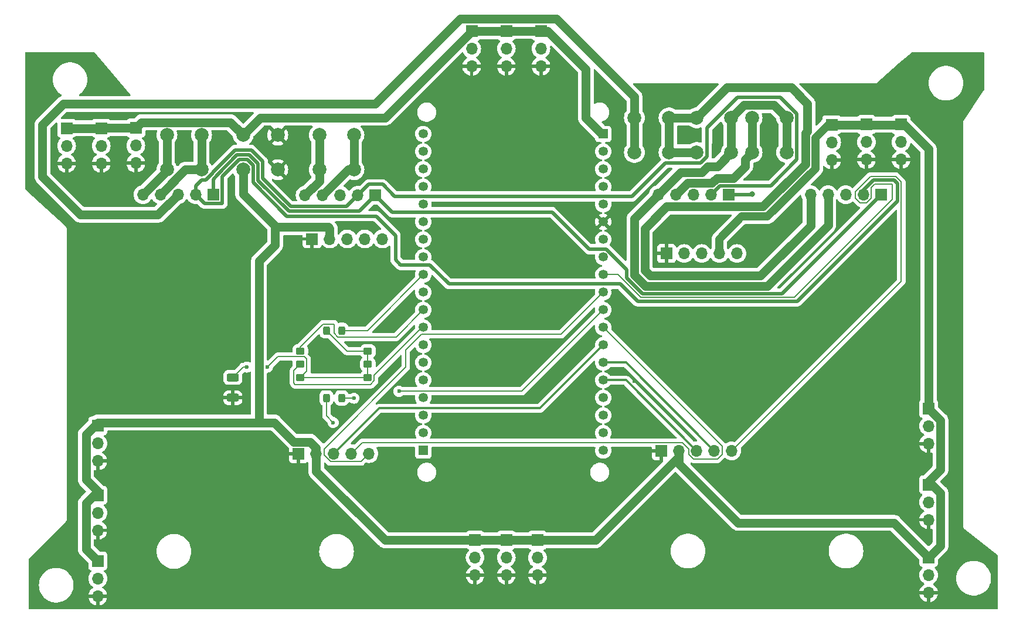
<source format=gbr>
%TF.GenerationSoftware,KiCad,Pcbnew,8.0.6*%
%TF.CreationDate,2024-11-02T11:22:20+01:00*%
%TF.ProjectId,Controller-BMU-Kombi,436f6e74-726f-46c6-9c65-722d424d552d,rev?*%
%TF.SameCoordinates,Original*%
%TF.FileFunction,Copper,L1,Top*%
%TF.FilePolarity,Positive*%
%FSLAX46Y46*%
G04 Gerber Fmt 4.6, Leading zero omitted, Abs format (unit mm)*
G04 Created by KiCad (PCBNEW 8.0.6) date 2024-11-02 11:22:20*
%MOMM*%
%LPD*%
G01*
G04 APERTURE LIST*
G04 Aperture macros list*
%AMRoundRect*
0 Rectangle with rounded corners*
0 $1 Rounding radius*
0 $2 $3 $4 $5 $6 $7 $8 $9 X,Y pos of 4 corners*
0 Add a 4 corners polygon primitive as box body*
4,1,4,$2,$3,$4,$5,$6,$7,$8,$9,$2,$3,0*
0 Add four circle primitives for the rounded corners*
1,1,$1+$1,$2,$3*
1,1,$1+$1,$4,$5*
1,1,$1+$1,$6,$7*
1,1,$1+$1,$8,$9*
0 Add four rect primitives between the rounded corners*
20,1,$1+$1,$2,$3,$4,$5,0*
20,1,$1+$1,$4,$5,$6,$7,0*
20,1,$1+$1,$6,$7,$8,$9,0*
20,1,$1+$1,$8,$9,$2,$3,0*%
G04 Aperture macros list end*
%TA.AperFunction,ComponentPad*%
%ADD10R,1.700000X1.700000*%
%TD*%
%TA.AperFunction,ComponentPad*%
%ADD11O,1.700000X1.700000*%
%TD*%
%TA.AperFunction,ComponentPad*%
%ADD12C,2.000000*%
%TD*%
%TA.AperFunction,SMDPad,CuDef*%
%ADD13RoundRect,0.250000X0.250000X-0.375000X0.250000X0.375000X-0.250000X0.375000X-0.250000X-0.375000X0*%
%TD*%
%TA.AperFunction,SMDPad,CuDef*%
%ADD14RoundRect,0.250000X0.375000X0.250000X-0.375000X0.250000X-0.375000X-0.250000X0.375000X-0.250000X0*%
%TD*%
%TA.AperFunction,SMDPad,CuDef*%
%ADD15RoundRect,0.250000X-0.250000X0.375000X-0.250000X-0.375000X0.250000X-0.375000X0.250000X0.375000X0*%
%TD*%
%TA.AperFunction,SMDPad,CuDef*%
%ADD16RoundRect,0.250000X-0.375000X-0.250000X0.375000X-0.250000X0.375000X0.250000X-0.375000X0.250000X0*%
%TD*%
%TA.AperFunction,SMDPad,CuDef*%
%ADD17RoundRect,0.250000X-0.625000X0.312500X-0.625000X-0.312500X0.625000X-0.312500X0.625000X0.312500X0*%
%TD*%
%TA.AperFunction,ComponentPad*%
%ADD18R,1.350000X1.350000*%
%TD*%
%TA.AperFunction,ComponentPad*%
%ADD19C,1.350000*%
%TD*%
%TA.AperFunction,ViaPad*%
%ADD20C,0.600000*%
%TD*%
%TA.AperFunction,ViaPad*%
%ADD21C,0.800000*%
%TD*%
%TA.AperFunction,Conductor*%
%ADD22C,0.500000*%
%TD*%
%TA.AperFunction,Conductor*%
%ADD23C,1.200000*%
%TD*%
%TA.AperFunction,Conductor*%
%ADD24C,1.300000*%
%TD*%
%TA.AperFunction,Conductor*%
%ADD25C,0.300000*%
%TD*%
%TA.AperFunction,Conductor*%
%ADD26C,0.200000*%
%TD*%
G04 APERTURE END LIST*
D10*
%TO.P,J26,1,Pin_1*%
%TO.N,GND*%
X165150000Y-72600000D03*
D11*
%TO.P,J26,2,Pin_2*%
%TO.N,DATA*%
X167690000Y-72600000D03*
%TO.P,J26,3,Pin_3*%
X170230000Y-72600000D03*
%TO.P,J26,4,Pin_4*%
%TO.N,+5V*%
X172770000Y-72600000D03*
%TO.P,J26,5,Pin_5*%
%TO.N,unconnected-(J26-Pin_5-Pad5)*%
X175310000Y-72600000D03*
%TD*%
D10*
%TO.P,J25,1,Pin_1*%
%TO.N,GND*%
X113960000Y-70500000D03*
D11*
%TO.P,J25,2,Pin_2*%
%TO.N,+5V*%
X116500000Y-70500000D03*
%TO.P,J25,3,Pin_3*%
%TO.N,DATA*%
X119040000Y-70500000D03*
%TO.P,J25,4,Pin_4*%
%TO.N,unconnected-(J25-Pin_4-Pad4)*%
X121580000Y-70500000D03*
%TO.P,J25,5,Pin_5*%
%TO.N,unconnected-(J25-Pin_5-Pad5)*%
X124120000Y-70500000D03*
%TD*%
D10*
%TO.P,J22,1,Pin_1*%
%TO.N,+5V*%
X88500000Y-54475000D03*
D11*
%TO.P,J22,2,Pin_2*%
%TO.N,SERV17*%
X88500000Y-57015000D03*
%TO.P,J22,3,Pin_3*%
%TO.N,GND*%
X88500000Y-59555000D03*
%TD*%
D10*
%TO.P,J21,1,Pin_1*%
%TO.N,+5V*%
X83500000Y-54500000D03*
D11*
%TO.P,J21,2,Pin_2*%
%TO.N,SERV16*%
X83500000Y-57040000D03*
%TO.P,J21,3,Pin_3*%
%TO.N,GND*%
X83500000Y-59580000D03*
%TD*%
D10*
%TO.P,J10,1,Pin_1*%
%TO.N,+5V*%
X194000000Y-53975000D03*
D11*
%TO.P,J10,2,Pin_2*%
%TO.N,SERV4*%
X194000000Y-56515000D03*
%TO.P,J10,3,Pin_3*%
%TO.N,GND*%
X194000000Y-59055000D03*
%TD*%
D10*
%TO.P,J18,1,Pin_1*%
%TO.N,+5V*%
X83000000Y-107500000D03*
D11*
%TO.P,J18,2,Pin_2*%
%TO.N,SERV13*%
X83000000Y-110040000D03*
%TO.P,J18,3,Pin_3*%
%TO.N,GND*%
X83000000Y-112580000D03*
%TD*%
D12*
%TO.P,U7,1,BAT+*%
%TO.N,CELL4+*%
X174500000Y-53000000D03*
X174500000Y-58000000D03*
%TO.P,U7,2,BAT-*%
%TO.N,CELL4-*%
X169500000Y-53000000D03*
X169500000Y-58000000D03*
%TD*%
D10*
%TO.P,J19,1,Pin_1*%
%TO.N,+5V*%
X83000000Y-97500000D03*
D11*
%TO.P,J19,2,Pin_2*%
%TO.N,SERV14*%
X83000000Y-100040000D03*
%TO.P,J19,3,Pin_3*%
%TO.N,GND*%
X83000000Y-102580000D03*
%TD*%
D12*
%TO.P,U3,1,BAT+*%
%TO.N,Net-(J1-Pin_3)*%
X160500000Y-58000000D03*
X160500000Y-53000000D03*
%TO.P,U3,2,BAT-*%
%TO.N,CELL4-*%
X165500000Y-58000000D03*
X165500000Y-53000000D03*
%TD*%
%TO.P,U5,1,BAT+*%
%TO.N,CELL2+*%
X120000000Y-55500000D03*
X120000000Y-60500000D03*
%TO.P,U5,2,BAT-*%
%TO.N,CELL3+*%
X115000000Y-55500000D03*
X115000000Y-60500000D03*
%TD*%
D10*
%TO.P,J9,1,Pin_1*%
%TO.N,+5V*%
X189000000Y-54000000D03*
D11*
%TO.P,J9,2,Pin_2*%
%TO.N,SERV3*%
X189000000Y-56540000D03*
%TO.P,J9,3,Pin_3*%
%TO.N,GND*%
X189000000Y-59080000D03*
%TD*%
D10*
%TO.P,J20,1,Pin_1*%
%TO.N,+5V*%
X78500000Y-54500000D03*
D11*
%TO.P,J20,2,Pin_2*%
%TO.N,SERV15*%
X78500000Y-57040000D03*
%TO.P,J20,3,Pin_3*%
%TO.N,GND*%
X78500000Y-59580000D03*
%TD*%
D13*
%TO.P,U1,1,1*%
%TO.N,BUT1*%
X118225000Y-93475000D03*
%TO.P,U1,2,2*%
%TO.N,BUT2*%
X116025000Y-93475000D03*
D14*
%TO.P,U1,3,3*%
%TO.N,Net-(R1-Pad1)*%
X112250000Y-90500000D03*
%TO.P,U1,4,4*%
%TO.N,BUT3*%
X112250000Y-88600000D03*
%TO.P,U1,5,5*%
%TO.N,BUT4*%
X112250000Y-86700000D03*
D15*
%TO.P,U1,6,6*%
%TO.N,Net-(R1-Pad1)*%
X116025000Y-83725000D03*
%TO.P,U1,7,7*%
%TO.N,BUT5*%
X118225000Y-83725000D03*
D16*
%TO.P,U1,8,8*%
%TO.N,Net-(R1-Pad1)*%
X122000000Y-86700000D03*
%TO.P,U1,9,9*%
X122000000Y-88600000D03*
%TO.P,U1,10,10*%
X122000000Y-90500000D03*
%TD*%
D10*
%TO.P,J8,1,Pin_1*%
%TO.N,+5V*%
X142000000Y-40475000D03*
D11*
%TO.P,J8,2,Pin_2*%
%TO.N,SERV2*%
X142000000Y-43015000D03*
%TO.P,J8,3,Pin_3*%
%TO.N,GND*%
X142000000Y-45555000D03*
%TD*%
D12*
%TO.P,U8,1,BAT+*%
%TO.N,+5V*%
X104000000Y-60500000D03*
X104000000Y-55500000D03*
%TO.P,U8,2,BAT-*%
%TO.N,GND*%
X109000000Y-60500000D03*
X109000000Y-55500000D03*
%TD*%
%TO.P,U6,1,BAT+*%
%TO.N,CELL3+*%
X177500000Y-58000000D03*
X177500000Y-53000000D03*
%TO.P,U6,2,BAT-*%
%TO.N,CELL4+*%
X182500000Y-58000000D03*
X182500000Y-53000000D03*
%TD*%
D17*
%TO.P,R1,1*%
%TO.N,Net-(R1-Pad1)*%
X102500000Y-90500000D03*
%TO.P,R1,2*%
%TO.N,GND*%
X102500000Y-93425000D03*
%TD*%
D10*
%TO.P,J13,1,Pin_1*%
%TO.N,+5V*%
X203000000Y-105975000D03*
D11*
%TO.P,J13,2,Pin_2*%
%TO.N,SERV7*%
X203000000Y-108515000D03*
%TO.P,J13,3,Pin_3*%
%TO.N,GND*%
X203000000Y-111055000D03*
%TD*%
D10*
%TO.P,J12,1,Pin_1*%
%TO.N,+5V*%
X203000000Y-94975000D03*
D11*
%TO.P,J12,2,Pin_2*%
%TO.N,SERV6*%
X203000000Y-97515000D03*
%TO.P,J12,3,Pin_3*%
%TO.N,GND*%
X203000000Y-100055000D03*
%TD*%
D10*
%TO.P,J23,1,Pin_1*%
%TO.N,+5V*%
X146500000Y-114000000D03*
D11*
%TO.P,J23,2,Pin_2*%
%TO.N,SERV9*%
X146500000Y-116540000D03*
%TO.P,J23,3,Pin_3*%
%TO.N,GND*%
X146500000Y-119080000D03*
%TD*%
D12*
%TO.P,U4,1,BAT+*%
%TO.N,CELL1+*%
X98000000Y-55500000D03*
X98000000Y-60500000D03*
%TO.P,U4,2,BAT-*%
%TO.N,CELL2+*%
X93000000Y-55500000D03*
X93000000Y-60500000D03*
%TD*%
D10*
%TO.P,J17,1,Pin_1*%
%TO.N,+5V*%
X83000000Y-117000000D03*
D11*
%TO.P,J17,2,Pin_2*%
%TO.N,SERV12*%
X83000000Y-119540000D03*
%TO.P,J17,3,Pin_3*%
%TO.N,GND*%
X83000000Y-122080000D03*
%TD*%
D10*
%TO.P,J15,1,Pin_1*%
%TO.N,+5V*%
X142000000Y-113960000D03*
D11*
%TO.P,J15,2,Pin_2*%
%TO.N,SERV10*%
X142000000Y-116500000D03*
%TO.P,J15,3,Pin_3*%
%TO.N,GND*%
X142000000Y-119040000D03*
%TD*%
D10*
%TO.P,J24,1,Pin_1*%
%TO.N,+5V*%
X147000000Y-40475000D03*
D11*
%TO.P,J24,2,Pin_2*%
%TO.N,SERV18*%
X147000000Y-43015000D03*
%TO.P,J24,3,Pin_3*%
%TO.N,GND*%
X147000000Y-45555000D03*
%TD*%
D10*
%TO.P,J11,1,Pin_1*%
%TO.N,+5V*%
X199000000Y-53975000D03*
D11*
%TO.P,J11,2,Pin_2*%
%TO.N,SERV5*%
X199000000Y-56515000D03*
%TO.P,J11,3,Pin_3*%
%TO.N,GND*%
X199000000Y-59055000D03*
%TD*%
D10*
%TO.P,J14,1,Pin_1*%
%TO.N,+5V*%
X203000000Y-116500000D03*
D11*
%TO.P,J14,2,Pin_2*%
%TO.N,SERV8*%
X203000000Y-119040000D03*
%TO.P,J14,3,Pin_3*%
%TO.N,GND*%
X203000000Y-121580000D03*
%TD*%
D10*
%TO.P,J5,1,Pin_1*%
%TO.N,GND*%
X112000000Y-101500000D03*
D11*
%TO.P,J5,2,Pin_2*%
%TO.N,+5V*%
X114540000Y-101500000D03*
%TO.P,J5,3,Pin_3*%
%TO.N,VRX1*%
X117080000Y-101500000D03*
%TO.P,J5,4,Pin_4*%
%TO.N,VRY1*%
X119620000Y-101500000D03*
%TO.P,J5,5,Pin_5*%
%TO.N,SW1*%
X122160000Y-101500000D03*
%TD*%
D10*
%TO.P,J7,1,Pin_1*%
%TO.N,+5V*%
X137000000Y-40500000D03*
D11*
%TO.P,J7,2,Pin_2*%
%TO.N,SERV1*%
X137000000Y-43040000D03*
%TO.P,J7,3,Pin_3*%
%TO.N,GND*%
X137000000Y-45580000D03*
%TD*%
D10*
%TO.P,J16,1,Pin_1*%
%TO.N,+5V*%
X137500000Y-113975000D03*
D11*
%TO.P,J16,2,Pin_2*%
%TO.N,SERV11*%
X137500000Y-116515000D03*
%TO.P,J16,3,Pin_3*%
%TO.N,GND*%
X137500000Y-119055000D03*
%TD*%
D10*
%TO.P,J6,1,Pin_1*%
%TO.N,GND*%
X164400000Y-101100000D03*
D11*
%TO.P,J6,2,Pin_2*%
%TO.N,+5V*%
X166940000Y-101100000D03*
%TO.P,J6,3,Pin_3*%
%TO.N,VRX2*%
X169480000Y-101100000D03*
%TO.P,J6,4,Pin_4*%
%TO.N,VRY2*%
X172020000Y-101100000D03*
%TO.P,J6,5,Pin_5*%
%TO.N,SW2*%
X174560000Y-101100000D03*
%TD*%
D18*
%TO.P,U2,J4_1,GND_J4_1*%
%TO.N,unconnected-(U2-GND_J4_1-PadJ4_1)*%
X130000000Y-101055000D03*
D19*
%TO.P,U2,J4_2,G23*%
%TO.N,BUT2*%
X130000000Y-98515000D03*
%TO.P,U2,J4_3,G22*%
%TO.N,SCL*%
X130000000Y-95975000D03*
%TO.P,U2,J4_4,TXD*%
%TO.N,unconnected-(U2-TXD-PadJ4_4)*%
X130000000Y-93435000D03*
%TO.P,U2,J4_5,RXD*%
%TO.N,unconnected-(U2-RXD-PadJ4_5)*%
X130000000Y-90895000D03*
%TO.P,U2,J4_6,G21*%
%TO.N,SDA*%
X130000000Y-88355000D03*
%TO.P,U2,J4_7,GND_J4_7*%
%TO.N,unconnected-(U2-GND_J4_7-PadJ4_7)*%
X130000000Y-85815000D03*
%TO.P,U2,J4_8,G19*%
%TO.N,BUT3*%
X130000000Y-83275000D03*
%TO.P,U2,J4_9,G18*%
%TO.N,BUT4*%
X130000000Y-80735000D03*
%TO.P,U2,J4_10,G5*%
%TO.N,unconnected-(U2-G5-PadJ4_10)*%
X130000000Y-78195000D03*
%TO.P,U2,J4_11,G17*%
%TO.N,BUT5*%
X130000000Y-75655000D03*
%TO.P,U2,J4_12,G16*%
%TO.N,DATA*%
X130000000Y-73115000D03*
%TO.P,U2,J4_13,G4*%
%TO.N,SERV17*%
X130000000Y-70575000D03*
%TO.P,U2,J4_14,G0*%
%TO.N,unconnected-(U2-G0-PadJ4_14)*%
X130000000Y-68035000D03*
%TO.P,U2,J4_15,G2*%
%TO.N,unconnected-(U2-G2-PadJ4_15)*%
X130000000Y-65495000D03*
%TO.P,U2,J4_16,G15*%
%TO.N,unconnected-(U2-G15-PadJ4_16)*%
X130000000Y-62955000D03*
%TO.P,U2,J4_17,SD1*%
%TO.N,unconnected-(U2-SD1-PadJ4_17)*%
X130000000Y-60415000D03*
%TO.P,U2,J4_18,SD0*%
%TO.N,unconnected-(U2-SD0-PadJ4_18)*%
X130000000Y-57875000D03*
%TO.P,U2,J4_19,CLK*%
%TO.N,unconnected-(U2-CLK-PadJ4_19)*%
X130000000Y-55335000D03*
D18*
%TO.P,U2,J5_1,5V*%
%TO.N,+5V*%
X156000000Y-55335000D03*
D19*
%TO.P,U2,J5_2,CMD*%
%TO.N,unconnected-(U2-CMD-PadJ5_2)*%
X156000000Y-57875000D03*
%TO.P,U2,J5_3,SD3*%
%TO.N,unconnected-(U2-SD3-PadJ5_3)*%
X156000000Y-60415000D03*
%TO.P,U2,J5_4,SD2*%
%TO.N,unconnected-(U2-SD2-PadJ5_4)*%
X156000000Y-62955000D03*
%TO.P,U2,J5_5,G13*%
%TO.N,SERV18*%
X156000000Y-65495000D03*
%TO.P,U2,J5_6,GND_J5_6*%
%TO.N,GND*%
X156000000Y-68035000D03*
%TO.P,U2,J5_7,G12*%
%TO.N,unconnected-(U2-G12-PadJ5_7)*%
X156000000Y-70575000D03*
%TO.P,U2,J5_8,G14*%
%TO.N,unconnected-(U2-G14-PadJ5_8)*%
X156000000Y-73115000D03*
%TO.P,U2,J5_9,G27*%
%TO.N,SW2*%
X156000000Y-75655000D03*
%TO.P,U2,J5_10,G26*%
%TO.N,SW1*%
X156000000Y-78195000D03*
%TO.P,U2,J5_11,G25*%
%TO.N,BUT1*%
X156000000Y-80735000D03*
%TO.P,U2,J5_12,G33*%
%TO.N,VRY1*%
X156000000Y-83275000D03*
%TO.P,U2,J5_13,G32*%
%TO.N,VRX1*%
X156000000Y-85815000D03*
%TO.P,U2,J5_14,G35*%
%TO.N,VRY2*%
X156000000Y-88355000D03*
%TO.P,U2,J5_15,G34*%
%TO.N,VRX2*%
X156000000Y-90895000D03*
%TO.P,U2,J5_16,SN*%
%TO.N,unconnected-(U2-SN-PadJ5_16)*%
X156000000Y-93435000D03*
%TO.P,U2,J5_17,SP*%
%TO.N,unconnected-(U2-SP-PadJ5_17)*%
X156000000Y-95975000D03*
%TO.P,U2,J5_18,EN*%
%TO.N,unconnected-(U2-EN-PadJ5_18)*%
X156000000Y-98515000D03*
%TO.P,U2,J5_19,3V3*%
%TO.N,unconnected-(U2-3V3-PadJ5_19)*%
X156000000Y-101055000D03*
%TD*%
D10*
%TO.P,J3,1,Pin_1*%
%TO.N,Net-(J1-Pin_1)*%
X174100000Y-64120000D03*
D11*
%TO.P,J3,2,Pin_2*%
%TO.N,Net-(J1-Pin_2)*%
X171560000Y-64120000D03*
%TO.P,J3,3,Pin_3*%
%TO.N,unconnected-(J3-Pin_3-Pad3)*%
X169020000Y-64120000D03*
%TO.P,J3,4,Pin_4*%
%TO.N,CELL3+*%
X166480000Y-64120000D03*
%TO.P,J3,5,Pin_5*%
%TO.N,CELL4+*%
X163940000Y-64120000D03*
%TD*%
D10*
%TO.P,J1,1,Pin_1*%
%TO.N,Net-(J1-Pin_1)*%
X99675217Y-64100000D03*
D11*
%TO.P,J1,2,Pin_2*%
%TO.N,Net-(J1-Pin_2)*%
X97135217Y-64100000D03*
%TO.P,J1,3,Pin_3*%
%TO.N,Net-(J1-Pin_3)*%
X94595217Y-64100000D03*
%TO.P,J1,4,Pin_4*%
%TO.N,CELL1+*%
X92055217Y-64100000D03*
%TO.P,J1,5,Pin_5*%
%TO.N,CELL2+*%
X89515217Y-64100000D03*
%TD*%
D10*
%TO.P,J4,1,Pin_1*%
%TO.N,Net-(J1-Pin_1)*%
X196100000Y-64120000D03*
D11*
%TO.P,J4,2,Pin_2*%
%TO.N,Net-(J1-Pin_2)*%
X193560000Y-64120000D03*
%TO.P,J4,3,Pin_3*%
%TO.N,unconnected-(J4-Pin_3-Pad3)*%
X191020000Y-64120000D03*
%TO.P,J4,4,Pin_4*%
%TO.N,CELL4+*%
X188480000Y-64120000D03*
%TO.P,J4,5,Pin_5*%
%TO.N,CELL4-*%
X185940000Y-64120000D03*
%TD*%
D10*
%TO.P,J2,1,Pin_1*%
%TO.N,Net-(J1-Pin_1)*%
X123100000Y-64180000D03*
D11*
%TO.P,J2,2,Pin_2*%
%TO.N,Net-(J1-Pin_2)*%
X120560000Y-64180000D03*
%TO.P,J2,3,Pin_3*%
%TO.N,unconnected-(J2-Pin_3-Pad3)*%
X118020000Y-64180000D03*
%TO.P,J2,4,Pin_4*%
%TO.N,CELL2+*%
X115480000Y-64180000D03*
%TO.P,J2,5,Pin_5*%
%TO.N,CELL3+*%
X112940000Y-64180000D03*
%TD*%
D20*
%TO.N,GND*%
X143500000Y-93500000D03*
X158500000Y-68500000D03*
X118500000Y-68500000D03*
X127500000Y-90500000D03*
D21*
%TO.N,Net-(J1-Pin_1)*%
X177500000Y-64000000D03*
D20*
%TO.N,GND*%
X112000000Y-57500000D03*
X106500000Y-55500000D03*
X109500000Y-102000000D03*
X152500000Y-96500000D03*
X177500000Y-82500000D03*
X100500000Y-57500000D03*
X136000000Y-85500000D03*
X125500000Y-82500000D03*
X191000000Y-67500000D03*
X141451169Y-71954878D03*
X148000000Y-98500000D03*
X143500000Y-62000000D03*
X127000000Y-72000000D03*
X125500000Y-56000000D03*
X181000000Y-85500000D03*
X127000000Y-62500000D03*
X85000000Y-122500000D03*
X119500000Y-89000000D03*
X139500000Y-43500000D03*
X125000000Y-96000000D03*
X82500000Y-63000000D03*
X143500000Y-48000000D03*
X166500000Y-70500000D03*
X139500000Y-80000000D03*
X168000000Y-55500000D03*
X153000000Y-86000000D03*
X133500000Y-49000000D03*
X143500000Y-107500000D03*
X95000000Y-58000000D03*
X125000000Y-86000000D03*
X160500000Y-91000000D03*
X173000000Y-55500000D03*
X127000000Y-68500000D03*
X160500000Y-62500000D03*
X138000000Y-107500000D03*
X160000000Y-98500000D03*
X86000000Y-53000000D03*
X116500000Y-98500000D03*
X160000000Y-95500000D03*
X152000000Y-106500000D03*
X180500000Y-55500000D03*
X133000000Y-90500000D03*
%TO.N,Net-(R1-Pad1)*%
X104500000Y-89000000D03*
X107500000Y-89000000D03*
%TO.N,BUT1*%
X126500000Y-92500000D03*
X120000000Y-93500000D03*
%TO.N,BUT2*%
X117000000Y-97000000D03*
%TD*%
D22*
%TO.N,Net-(J1-Pin_2)*%
X195000000Y-62000000D02*
X193560000Y-63440000D01*
X198500000Y-65000000D02*
X198500000Y-62500000D01*
X198500000Y-62500000D02*
X198000000Y-62000000D01*
X158500000Y-77000000D02*
X161000000Y-79500000D01*
X133705991Y-77000000D02*
X158500000Y-77000000D01*
X130945991Y-74240000D02*
X133705991Y-77000000D01*
X126740000Y-74240000D02*
X130945991Y-74240000D01*
X193560000Y-63440000D02*
X193560000Y-64120000D01*
X126000000Y-73500000D02*
X126740000Y-74240000D01*
X161000000Y-79500000D02*
X184000000Y-79500000D01*
X126000000Y-70000000D02*
X126000000Y-73500000D01*
X198000000Y-62000000D02*
X195000000Y-62000000D01*
X110300000Y-67200000D02*
X123200000Y-67200000D01*
X103399390Y-59050000D02*
X104600610Y-59050000D01*
X105450000Y-59899390D02*
X105450000Y-62350000D01*
X100975217Y-61474173D02*
X103399390Y-59050000D01*
X100975217Y-65400000D02*
X100975217Y-61474173D01*
X98435217Y-65400000D02*
X100975217Y-65400000D01*
X104600610Y-59050000D02*
X105450000Y-59899390D01*
X184000000Y-79500000D02*
X198500000Y-65000000D01*
X105450000Y-62350000D02*
X110300000Y-67200000D01*
X123200000Y-67200000D02*
X126000000Y-70000000D01*
X97135217Y-64100000D02*
X98435217Y-65400000D01*
D23*
%TO.N,+5V*%
X179730000Y-67270000D02*
X176000000Y-67270000D01*
X172770000Y-70500000D02*
X172770000Y-72600000D01*
X186644164Y-60355836D02*
X179730000Y-67270000D01*
X176000000Y-67270000D02*
X172770000Y-70500000D01*
X186644164Y-55855836D02*
X186644164Y-60355836D01*
X188500000Y-54000000D02*
X186644164Y-55855836D01*
D24*
%TO.N,CELL4-*%
X173850000Y-48650000D02*
X169500000Y-53000000D01*
X183150000Y-48650000D02*
X173850000Y-48650000D01*
X185500000Y-51000000D02*
X183150000Y-48650000D01*
X185500000Y-54949390D02*
X185500000Y-51000000D01*
X185194164Y-55255226D02*
X185500000Y-54949390D01*
X185194164Y-59684516D02*
X185194164Y-55255226D01*
X162000000Y-69000000D02*
X165180000Y-65820000D01*
X179058680Y-65820000D02*
X185194164Y-59684516D01*
X165180000Y-65820000D02*
X179058680Y-65820000D01*
X162000000Y-75045228D02*
X162000000Y-69000000D01*
X162754772Y-75800000D02*
X162000000Y-75045228D01*
X178700000Y-75800000D02*
X162754772Y-75800000D01*
X185940000Y-68560000D02*
X178700000Y-75800000D01*
X185940000Y-64120000D02*
X185940000Y-68560000D01*
%TO.N,CELL4+*%
X188480000Y-68520000D02*
X188480000Y-64120000D01*
X162133452Y-77300000D02*
X179700000Y-77300000D01*
X179700000Y-77300000D02*
X188480000Y-68520000D01*
X160500000Y-75666548D02*
X162133452Y-77300000D01*
X160500000Y-67560000D02*
X160500000Y-75666548D01*
X163940000Y-64120000D02*
X160500000Y-67560000D01*
%TO.N,CELL4-*%
X165500000Y-53000000D02*
X165500000Y-58000000D01*
X169500000Y-58000000D02*
X165500000Y-58000000D01*
X169500000Y-53000000D02*
X165500000Y-53000000D01*
D22*
%TO.N,Net-(J1-Pin_2)*%
X171000000Y-54449390D02*
X175399390Y-50050000D01*
X183950000Y-59050000D02*
X180180000Y-62820000D01*
X124140000Y-62620000D02*
X122120000Y-62620000D01*
X170950000Y-56550000D02*
X170950000Y-58600610D01*
X110879900Y-65800000D02*
X106850000Y-61770100D01*
X170950000Y-58600610D02*
X170050610Y-59500000D01*
X170050610Y-59500000D02*
X165000000Y-59500000D01*
X183950000Y-52399390D02*
X183950000Y-59050000D01*
X181600610Y-50050000D02*
X183950000Y-52399390D01*
X98050000Y-61950000D02*
X97135217Y-62864783D01*
X99575217Y-60894273D02*
X99575217Y-60975393D01*
X172860000Y-62820000D02*
X171560000Y-64120000D01*
X106850000Y-61770100D02*
X106850000Y-59319490D01*
X106850000Y-59319490D02*
X105180510Y-57650000D01*
X165000000Y-59500000D02*
X160130000Y-64370000D01*
X120560000Y-64180000D02*
X118940000Y-65800000D01*
X160130000Y-64370000D02*
X125890000Y-64370000D01*
X98600610Y-61950000D02*
X98050000Y-61950000D01*
X170950000Y-56550000D02*
X171000000Y-56500000D01*
X125890000Y-64370000D02*
X124140000Y-62620000D01*
X99575217Y-60975393D02*
X98600610Y-61950000D01*
X175399390Y-50050000D02*
X181600610Y-50050000D01*
X171000000Y-56500000D02*
X171000000Y-54449390D01*
X105180510Y-57650000D02*
X102819490Y-57650000D01*
X102819490Y-57650000D02*
X99575217Y-60894273D01*
X120560000Y-64180000D02*
X122120000Y-62620000D01*
X118940000Y-65800000D02*
X110879900Y-65800000D01*
X97135217Y-62864783D02*
X97135217Y-64100000D01*
X180180000Y-62820000D02*
X172860000Y-62820000D01*
%TO.N,Net-(J1-Pin_1)*%
X181820000Y-78400000D02*
X196100000Y-64120000D01*
X174100000Y-64120000D02*
X177380000Y-64120000D01*
X148620000Y-66620000D02*
X153990000Y-71990000D01*
X99675217Y-64100000D02*
X99675217Y-61865343D01*
X106150000Y-62060050D02*
X110589950Y-66500000D01*
X110589950Y-66500000D02*
X120780000Y-66500000D01*
X100275217Y-61265343D02*
X100275217Y-61184223D01*
X103109440Y-58350000D02*
X104890560Y-58350000D01*
X106150000Y-59609440D02*
X106150000Y-62060050D01*
X100275217Y-61184223D02*
X103109440Y-58350000D01*
X161677818Y-78400000D02*
X181820000Y-78400000D01*
X99675217Y-61865343D02*
X100275217Y-61265343D01*
X159400000Y-74924009D02*
X159400000Y-76122182D01*
X104890560Y-58350000D02*
X106150000Y-59609440D01*
X156465991Y-71990000D02*
X159400000Y-74924009D01*
X177380000Y-64120000D02*
X177500000Y-64000000D01*
X123100000Y-64180000D02*
X125540000Y-66620000D01*
X125540000Y-66620000D02*
X148620000Y-66620000D01*
X159400000Y-76122182D02*
X161677818Y-78400000D01*
X153990000Y-71990000D02*
X156465991Y-71990000D01*
X120780000Y-66500000D02*
X123100000Y-64180000D01*
D24*
%TO.N,Net-(J1-Pin_3)*%
X149244409Y-38744409D02*
X160500000Y-50000000D01*
X135355591Y-38744409D02*
X149244409Y-38744409D01*
X78020000Y-51000000D02*
X123100000Y-51000000D01*
X91695217Y-67000000D02*
X80500000Y-67000000D01*
X75000000Y-54020000D02*
X78020000Y-51000000D01*
X80500000Y-67000000D02*
X75000000Y-61500000D01*
X160500000Y-53000000D02*
X160500000Y-58000000D01*
X123100000Y-51000000D02*
X135355591Y-38744409D01*
X75000000Y-61500000D02*
X75000000Y-54020000D01*
X94595217Y-64100000D02*
X91695217Y-67000000D01*
X160500000Y-50000000D02*
X160500000Y-53000000D01*
D25*
%TO.N,VRX1*%
X146865000Y-94950000D02*
X156000000Y-85815000D01*
X117080000Y-101500000D02*
X123630000Y-94950000D01*
X123630000Y-94950000D02*
X146865000Y-94950000D01*
D26*
%TO.N,SW1*%
X127500000Y-89000000D02*
X127500000Y-86500000D01*
X129750000Y-84250000D02*
X149945000Y-84250000D01*
X115690000Y-101736346D02*
X115690000Y-100810000D01*
X122160000Y-101500000D02*
X121010000Y-102650000D01*
X116603654Y-102650000D02*
X115690000Y-101736346D01*
X149945000Y-84250000D02*
X156000000Y-78195000D01*
X121010000Y-102650000D02*
X116603654Y-102650000D01*
X127500000Y-86500000D02*
X129750000Y-84250000D01*
X115690000Y-100810000D02*
X127500000Y-89000000D01*
D25*
%TO.N,VRY2*%
X159275000Y-88355000D02*
X156000000Y-88355000D01*
X172020000Y-101100000D02*
X159275000Y-88355000D01*
D26*
%TO.N,VRY1*%
X119620000Y-101500000D02*
X121170000Y-99950000D01*
X168330000Y-100863654D02*
X168330000Y-101576346D01*
X168330000Y-101576346D02*
X169003654Y-102250000D01*
X121170000Y-99950000D02*
X167416346Y-99950000D01*
X173170000Y-100445000D02*
X156000000Y-83275000D01*
X167416346Y-99950000D02*
X168330000Y-100863654D01*
X173170000Y-101576346D02*
X173170000Y-100445000D01*
X169003654Y-102250000D02*
X172496346Y-102250000D01*
X172496346Y-102250000D02*
X173170000Y-101576346D01*
D25*
%TO.N,VRX2*%
X169480000Y-101100000D02*
X159275000Y-90895000D01*
X159275000Y-90895000D02*
X156000000Y-90895000D01*
D24*
%TO.N,+5V*%
X137000000Y-40500000D02*
X142475000Y-40500000D01*
X81300000Y-98700000D02*
X81300000Y-105275000D01*
X113700000Y-99800000D02*
X111300000Y-99800000D01*
X108600000Y-68600000D02*
X108250000Y-68250000D01*
X116500000Y-69000000D02*
X116500000Y-70500000D01*
X106500000Y-97000000D02*
X83000000Y-97000000D01*
X102150000Y-53650000D02*
X89325000Y-53650000D01*
X153475000Y-53033782D02*
X155776218Y-55335000D01*
X89325000Y-53650000D02*
X88500000Y-54475000D01*
X83000000Y-97000000D02*
X81300000Y-98700000D01*
X203000000Y-116500000D02*
X204700000Y-114800000D01*
X204700000Y-103800000D02*
X204700000Y-96700000D01*
X104000000Y-64000000D02*
X108250000Y-68250000D01*
X106500000Y-53000000D02*
X124500000Y-53000000D01*
X175500000Y-111500000D02*
X198000000Y-111500000D01*
X108600000Y-71400000D02*
X106287469Y-73712531D01*
X83500000Y-54500000D02*
X78500000Y-54500000D01*
X124500000Y-114000000D02*
X137500000Y-114000000D01*
X203000000Y-57500000D02*
X199500000Y-54000000D01*
X114540000Y-101500000D02*
X114540000Y-104040000D01*
X111300000Y-99800000D02*
X108500000Y-97000000D01*
X166940000Y-101100000D02*
X166940000Y-102940000D01*
X204700000Y-114800000D02*
X204700000Y-107200000D01*
X106287469Y-96787469D02*
X106500000Y-97000000D01*
X166940000Y-102940000D02*
X175500000Y-111500000D01*
X108800000Y-68800000D02*
X116300000Y-68800000D01*
X81300000Y-108675000D02*
X81300000Y-115300000D01*
X137500000Y-114000000D02*
X142500000Y-114000000D01*
X203000000Y-105500000D02*
X204700000Y-103800000D01*
X147000000Y-114000000D02*
X154900000Y-114000000D01*
X108600000Y-71400000D02*
X108600000Y-68600000D01*
X142475000Y-40500000D02*
X142500000Y-40475000D01*
X148000000Y-40475000D02*
X153475000Y-45950000D01*
X124500000Y-53000000D02*
X137000000Y-40500000D01*
X81300000Y-105275000D02*
X83000000Y-106975000D01*
X83000000Y-106975000D02*
X81300000Y-108675000D01*
X203000000Y-95000000D02*
X203000000Y-57500000D01*
X204700000Y-107200000D02*
X203000000Y-105500000D01*
X154900000Y-114000000D02*
X166940000Y-101960000D01*
X106287469Y-73712531D02*
X106287469Y-96787469D01*
X198000000Y-111500000D02*
X203000000Y-116500000D01*
X155776218Y-55335000D02*
X156000000Y-55335000D01*
X114540000Y-100640000D02*
X113700000Y-99800000D01*
X153475000Y-45950000D02*
X153475000Y-53033782D01*
X194000000Y-54000000D02*
X188500000Y-54000000D01*
X104000000Y-55500000D02*
X106500000Y-53000000D01*
X199500000Y-54000000D02*
X194000000Y-54000000D01*
X166940000Y-101960000D02*
X166940000Y-101100000D01*
X116300000Y-68800000D02*
X116500000Y-69000000D01*
X88500000Y-54475000D02*
X83525000Y-54475000D01*
X204700000Y-96700000D02*
X203000000Y-95000000D01*
X83525000Y-54475000D02*
X83500000Y-54500000D01*
X142500000Y-114000000D02*
X147000000Y-114000000D01*
X108500000Y-97000000D02*
X106500000Y-97000000D01*
X114540000Y-101500000D02*
X114540000Y-100640000D01*
X102150000Y-53650000D02*
X104000000Y-55500000D01*
X114540000Y-104040000D02*
X124500000Y-114000000D01*
X104000000Y-60500000D02*
X104000000Y-64000000D01*
X108250000Y-68250000D02*
X108800000Y-68800000D01*
X81300000Y-115300000D02*
X83000000Y-117000000D01*
X142500000Y-40475000D02*
X148000000Y-40475000D01*
%TO.N,CELL2+*%
X120000000Y-60500000D02*
X119160000Y-60500000D01*
X93000000Y-60615217D02*
X89515217Y-64100000D01*
X120000000Y-55500000D02*
X120000000Y-60500000D01*
X119160000Y-60500000D02*
X115480000Y-64180000D01*
X93000000Y-60500000D02*
X93000000Y-60615217D01*
X93000000Y-55500000D02*
X93000000Y-60500000D01*
%TO.N,CELL3+*%
X115000000Y-55500000D02*
X115000000Y-60500000D01*
X177500000Y-58000000D02*
X176500000Y-59000000D01*
X174780000Y-61720000D02*
X172404365Y-61720000D01*
X168180000Y-62420000D02*
X166480000Y-64120000D01*
X172404365Y-61720000D02*
X171704365Y-62420000D01*
X171704365Y-62420000D02*
X168180000Y-62420000D01*
X176500000Y-60000000D02*
X174780000Y-61720000D01*
X115000000Y-60500000D02*
X115000000Y-62120000D01*
X176500000Y-59000000D02*
X176500000Y-60000000D01*
X177500000Y-53000000D02*
X177500000Y-58000000D01*
X115000000Y-62120000D02*
X112940000Y-64180000D01*
%TO.N,CELL4+*%
X180650000Y-51150000D02*
X182500000Y-53000000D01*
X172500000Y-60000000D02*
X171106245Y-60000000D01*
X174500000Y-58000000D02*
X172500000Y-60000000D01*
X182500000Y-53000000D02*
X182500000Y-58000000D01*
X167140000Y-60920000D02*
X163940000Y-64120000D01*
X174500000Y-53000000D02*
X174500000Y-58000000D01*
X176350000Y-51150000D02*
X180650000Y-51150000D01*
X174500000Y-53000000D02*
X176350000Y-51150000D01*
X170186245Y-60920000D02*
X167140000Y-60920000D01*
X171106245Y-60000000D02*
X170186245Y-60920000D01*
%TO.N,CELL1+*%
X95655217Y-60500000D02*
X92055217Y-64100000D01*
X98000000Y-55500000D02*
X98000000Y-60500000D01*
X98000000Y-60500000D02*
X95655217Y-60500000D01*
D26*
%TO.N,SW2*%
X197772182Y-62550000D02*
X197772182Y-64747818D01*
X199050000Y-76610000D02*
X199050000Y-62272182D01*
X194710000Y-64596346D02*
X194710000Y-63067818D01*
X195227818Y-62550000D02*
X197772182Y-62550000D01*
X192410000Y-64596346D02*
X193083654Y-65270000D01*
X183570000Y-78950000D02*
X161450000Y-78950000D01*
X198227818Y-61450000D02*
X194603654Y-61450000D01*
X194036346Y-65270000D02*
X194710000Y-64596346D01*
X194710000Y-63067818D02*
X195227818Y-62550000D01*
X174560000Y-101100000D02*
X199050000Y-76610000D01*
X161450000Y-78950000D02*
X158155000Y-75655000D01*
X197772182Y-64747818D02*
X183570000Y-78950000D01*
X193083654Y-65270000D02*
X194036346Y-65270000D01*
X194603654Y-61450000D02*
X192410000Y-63643654D01*
X158155000Y-75655000D02*
X156000000Y-75655000D01*
X199050000Y-62272182D02*
X198227818Y-61450000D01*
X192410000Y-63643654D02*
X192410000Y-64596346D01*
%TO.N,Net-(R1-Pad1)*%
X113175000Y-87815256D02*
X113175000Y-89575000D01*
X122000000Y-86700000D02*
X122000000Y-88600000D01*
X107500000Y-89000000D02*
X109000000Y-87500000D01*
X122000000Y-88600000D02*
X122000000Y-90500000D01*
X104000000Y-89000000D02*
X102500000Y-90500000D01*
X112859744Y-87500000D02*
X113175000Y-87815256D01*
X113175000Y-89575000D02*
X112250000Y-90500000D01*
X109000000Y-87500000D02*
X112859744Y-87500000D01*
X104500000Y-89000000D02*
X104000000Y-89000000D01*
X119000000Y-86700000D02*
X122000000Y-86700000D01*
X116025000Y-83725000D02*
X119000000Y-86700000D01*
X122000000Y-90500000D02*
X112250000Y-90500000D01*
%TO.N,BUT5*%
X121930000Y-83725000D02*
X130000000Y-75655000D01*
X118225000Y-83725000D02*
X121930000Y-83725000D01*
%TO.N,BUT1*%
X156000000Y-80735000D02*
X144275000Y-92460000D01*
X126540000Y-92460000D02*
X126500000Y-92500000D01*
X144275000Y-92460000D02*
X126540000Y-92460000D01*
X118250000Y-93500000D02*
X118225000Y-93475000D01*
X120000000Y-93500000D02*
X118250000Y-93500000D01*
%TO.N,BUT3*%
X122409744Y-91500000D02*
X122925000Y-90984744D01*
X111325000Y-89525000D02*
X111325000Y-91325000D01*
X112250000Y-88600000D02*
X111325000Y-89525000D01*
X111325000Y-91325000D02*
X111500000Y-91500000D01*
X122925000Y-90984744D02*
X122925000Y-90189797D01*
X111500000Y-91500000D02*
X122409744Y-91500000D01*
X129839797Y-83275000D02*
X130000000Y-83275000D01*
X122925000Y-90189797D02*
X129839797Y-83275000D01*
%TO.N,BUT4*%
X117109744Y-84109744D02*
X117650000Y-84650000D01*
X112250000Y-86700000D02*
X112250000Y-86090256D01*
X115540256Y-82800000D02*
X117109744Y-82800000D01*
X126085000Y-84650000D02*
X130000000Y-80735000D01*
X112250000Y-86090256D02*
X115540256Y-82800000D01*
X117109744Y-82800000D02*
X117109744Y-84109744D01*
X117650000Y-84650000D02*
X126085000Y-84650000D01*
%TO.N,BUT2*%
X116025000Y-93475000D02*
X116025000Y-96025000D01*
X116025000Y-96025000D02*
X117000000Y-97000000D01*
%TD*%
%TA.AperFunction,Conductor*%
%TO.N,GND*%
G36*
X82509951Y-43520185D02*
G01*
X82537571Y-43544402D01*
X87699957Y-49645404D01*
X87728234Y-49709295D01*
X87717479Y-49778332D01*
X87671107Y-49830595D01*
X87605297Y-49849500D01*
X80399635Y-49849500D01*
X80332596Y-49829815D01*
X80286841Y-49777011D01*
X80276897Y-49707853D01*
X80305922Y-49644297D01*
X80339899Y-49616837D01*
X80342484Y-49615416D01*
X80597030Y-49430478D01*
X80826390Y-49215094D01*
X81026947Y-48972663D01*
X81195537Y-48707007D01*
X81329503Y-48422315D01*
X81426731Y-48123079D01*
X81485688Y-47814015D01*
X81489916Y-47746810D01*
X81505444Y-47500005D01*
X81505444Y-47499994D01*
X81485689Y-47185995D01*
X81485688Y-47185988D01*
X81485688Y-47185985D01*
X81426731Y-46876921D01*
X81329503Y-46577685D01*
X81305811Y-46527338D01*
X81195538Y-46292996D01*
X81195537Y-46292993D01*
X81053719Y-46069523D01*
X81026948Y-46027338D01*
X81026945Y-46027334D01*
X80826393Y-45784909D01*
X80826391Y-45784907D01*
X80647782Y-45617181D01*
X80597030Y-45569522D01*
X80597027Y-45569520D01*
X80597021Y-45569515D01*
X80342495Y-45384591D01*
X80342488Y-45384586D01*
X80342484Y-45384584D01*
X80066766Y-45233006D01*
X80066763Y-45233004D01*
X80066758Y-45233002D01*
X80066757Y-45233001D01*
X79774228Y-45117181D01*
X79774225Y-45117180D01*
X79469476Y-45038934D01*
X79469463Y-45038932D01*
X79157329Y-44999500D01*
X79157318Y-44999500D01*
X78842682Y-44999500D01*
X78842670Y-44999500D01*
X78530536Y-45038932D01*
X78530523Y-45038934D01*
X78225774Y-45117180D01*
X78225771Y-45117181D01*
X77933242Y-45233001D01*
X77933241Y-45233002D01*
X77657516Y-45384584D01*
X77657504Y-45384591D01*
X77402978Y-45569515D01*
X77402968Y-45569523D01*
X77173608Y-45784907D01*
X77173606Y-45784909D01*
X76973054Y-46027334D01*
X76973051Y-46027338D01*
X76804464Y-46292990D01*
X76804461Y-46292996D01*
X76670499Y-46577678D01*
X76670497Y-46577683D01*
X76573270Y-46876916D01*
X76514311Y-47185988D01*
X76514310Y-47185995D01*
X76494556Y-47499994D01*
X76494556Y-47500005D01*
X76514310Y-47814004D01*
X76514311Y-47814011D01*
X76514312Y-47814015D01*
X76549790Y-48000000D01*
X76573270Y-48123083D01*
X76670497Y-48422316D01*
X76670499Y-48422321D01*
X76804461Y-48707003D01*
X76804464Y-48707009D01*
X76973051Y-48972661D01*
X76973054Y-48972665D01*
X77173606Y-49215090D01*
X77173608Y-49215092D01*
X77173610Y-49215094D01*
X77341978Y-49373202D01*
X77402968Y-49430476D01*
X77402978Y-49430484D01*
X77657504Y-49615408D01*
X77657522Y-49615420D01*
X77740998Y-49661311D01*
X77790262Y-49710857D01*
X77804919Y-49779172D01*
X77780315Y-49844567D01*
X77724263Y-49886278D01*
X77719579Y-49887904D01*
X77578363Y-49933787D01*
X77578360Y-49933788D01*
X77417002Y-50016006D01*
X77270505Y-50122441D01*
X77270500Y-50122445D01*
X74122443Y-53270502D01*
X74055810Y-53362217D01*
X74055810Y-53362218D01*
X74016004Y-53417005D01*
X73933788Y-53578360D01*
X73933787Y-53578363D01*
X73877829Y-53750589D01*
X73872652Y-53783275D01*
X73851261Y-53918333D01*
X73849499Y-53929455D01*
X73849499Y-54115656D01*
X73849500Y-54115681D01*
X73849500Y-61405038D01*
X73849499Y-61405053D01*
X73849499Y-61409454D01*
X73849499Y-61590546D01*
X73866719Y-61699266D01*
X73872757Y-61737388D01*
X73877828Y-61769404D01*
X73877830Y-61769414D01*
X73933787Y-61941636D01*
X73933788Y-61941639D01*
X74016006Y-62102997D01*
X74122440Y-62249493D01*
X74122444Y-62249497D01*
X74122447Y-62249501D01*
X74206473Y-62333527D01*
X74254829Y-62381883D01*
X74254840Y-62381893D01*
X79619315Y-67746367D01*
X79619342Y-67746396D01*
X79622446Y-67749500D01*
X79622447Y-67749501D01*
X79750499Y-67877553D01*
X79750502Y-67877555D01*
X79750506Y-67877559D01*
X79892318Y-67980591D01*
X79892319Y-67980591D01*
X79897006Y-67983996D01*
X80058354Y-68066208D01*
X80058357Y-68066208D01*
X80058361Y-68066211D01*
X80177316Y-68104861D01*
X80230590Y-68122172D01*
X80409449Y-68150501D01*
X80409454Y-68150501D01*
X80595658Y-68150501D01*
X80595682Y-68150500D01*
X91599536Y-68150500D01*
X91599560Y-68150501D01*
X91604671Y-68150501D01*
X91785762Y-68150501D01*
X91785763Y-68150501D01*
X91964626Y-68122171D01*
X92136856Y-68066211D01*
X92136856Y-68066210D01*
X92136861Y-68066209D01*
X92220444Y-68023620D01*
X92298211Y-67983996D01*
X92302898Y-67980591D01*
X92444718Y-67877553D01*
X92572770Y-67749501D01*
X92572771Y-67749499D01*
X92579831Y-67742439D01*
X92579837Y-67742432D01*
X94884423Y-65437845D01*
X94940010Y-65405753D01*
X95058880Y-65373903D01*
X95273047Y-65274035D01*
X95466618Y-65138495D01*
X95633712Y-64971401D01*
X95763642Y-64785842D01*
X95818219Y-64742217D01*
X95887717Y-64735023D01*
X95950072Y-64766546D01*
X95966792Y-64785842D01*
X96096717Y-64971395D01*
X96096722Y-64971401D01*
X96263816Y-65138495D01*
X96360601Y-65206265D01*
X96457382Y-65274032D01*
X96457384Y-65274033D01*
X96457387Y-65274035D01*
X96671554Y-65373903D01*
X96671560Y-65373904D01*
X96671561Y-65373905D01*
X96726502Y-65388626D01*
X96899809Y-65435063D01*
X97088135Y-65451539D01*
X97135216Y-65455659D01*
X97135217Y-65455659D01*
X97135218Y-65455659D01*
X97177506Y-65451959D01*
X97348231Y-65437022D01*
X97416730Y-65450788D01*
X97446719Y-65472869D01*
X97852266Y-65878416D01*
X97928763Y-65954913D01*
X97956801Y-65982951D01*
X97956803Y-65982953D01*
X98079720Y-66065083D01*
X98079723Y-66065085D01*
X98136296Y-66088518D01*
X98136297Y-66088518D01*
X98216305Y-66121659D01*
X98316476Y-66141584D01*
X98338887Y-66146042D01*
X98361298Y-66150500D01*
X98361299Y-66150500D01*
X101049137Y-66150500D01*
X101146679Y-66131096D01*
X101194130Y-66121658D01*
X101330712Y-66065084D01*
X101453633Y-65982951D01*
X101558168Y-65878416D01*
X101640301Y-65755495D01*
X101696875Y-65618913D01*
X101719173Y-65506818D01*
X101725717Y-65473920D01*
X101725717Y-61836402D01*
X101745402Y-61769363D01*
X101762036Y-61748721D01*
X102085975Y-61424782D01*
X102431122Y-61079634D01*
X102492443Y-61046151D01*
X102562134Y-61051135D01*
X102618068Y-61093006D01*
X102632357Y-61117506D01*
X102675827Y-61216608D01*
X102811833Y-61424782D01*
X102816730Y-61430101D01*
X102847652Y-61492756D01*
X102849500Y-61514084D01*
X102849500Y-63905038D01*
X102849499Y-63905053D01*
X102849499Y-63909454D01*
X102849499Y-64090546D01*
X102864509Y-64185310D01*
X102867347Y-64203231D01*
X102877829Y-64269410D01*
X102933787Y-64441636D01*
X102933788Y-64441639D01*
X102989664Y-64551300D01*
X103012955Y-64597011D01*
X103016006Y-64602997D01*
X103122440Y-64749493D01*
X103122444Y-64749497D01*
X103122447Y-64749501D01*
X103189298Y-64816352D01*
X103254829Y-64881883D01*
X103254840Y-64881893D01*
X107369322Y-68996374D01*
X107369351Y-68996405D01*
X107413180Y-69040233D01*
X107446666Y-69101556D01*
X107449500Y-69127915D01*
X107449500Y-70872084D01*
X107429815Y-70939123D01*
X107413181Y-70959765D01*
X105409914Y-72963031D01*
X105409910Y-72963036D01*
X105303475Y-73109533D01*
X105221257Y-73270891D01*
X105221256Y-73270894D01*
X105165298Y-73443120D01*
X105136968Y-73621986D01*
X105136968Y-73808187D01*
X105136969Y-73808212D01*
X105136969Y-88230464D01*
X105117284Y-88297503D01*
X105064480Y-88343258D01*
X104995322Y-88353202D01*
X104946997Y-88335458D01*
X104849523Y-88274211D01*
X104679254Y-88214631D01*
X104679249Y-88214630D01*
X104500004Y-88194435D01*
X104499996Y-88194435D01*
X104320750Y-88214630D01*
X104320745Y-88214631D01*
X104150476Y-88274211D01*
X103997736Y-88370185D01*
X103994903Y-88372445D01*
X103992724Y-88373334D01*
X103991842Y-88373889D01*
X103991744Y-88373734D01*
X103930217Y-88398855D01*
X103923070Y-88399219D01*
X103920940Y-88399500D01*
X103880019Y-88410464D01*
X103880019Y-88410465D01*
X103842751Y-88420451D01*
X103768214Y-88440423D01*
X103768209Y-88440426D01*
X103631290Y-88519475D01*
X103631282Y-88519481D01*
X103519478Y-88631286D01*
X102750082Y-89400681D01*
X102688759Y-89434166D01*
X102662401Y-89437000D01*
X101824998Y-89437000D01*
X101824980Y-89437001D01*
X101722203Y-89447500D01*
X101722200Y-89447501D01*
X101555668Y-89502685D01*
X101555663Y-89502687D01*
X101406342Y-89594789D01*
X101282289Y-89718842D01*
X101190187Y-89868163D01*
X101190185Y-89868168D01*
X101179803Y-89899500D01*
X101135001Y-90034703D01*
X101135001Y-90034704D01*
X101135000Y-90034704D01*
X101124500Y-90137483D01*
X101124500Y-90862501D01*
X101124501Y-90862519D01*
X101135000Y-90965296D01*
X101135001Y-90965299D01*
X101167641Y-91063798D01*
X101190186Y-91131834D01*
X101282288Y-91281156D01*
X101406344Y-91405212D01*
X101555666Y-91497314D01*
X101722203Y-91552499D01*
X101824991Y-91563000D01*
X103175008Y-91562999D01*
X103277797Y-91552499D01*
X103444334Y-91497314D01*
X103593656Y-91405212D01*
X103717712Y-91281156D01*
X103809814Y-91131834D01*
X103864999Y-90965297D01*
X103875500Y-90862509D01*
X103875499Y-90137492D01*
X103866309Y-90047528D01*
X103879079Y-89978837D01*
X103901983Y-89947250D01*
X104075360Y-89773873D01*
X104136681Y-89740390D01*
X104203993Y-89744514D01*
X104242112Y-89757853D01*
X104320740Y-89785367D01*
X104320750Y-89785369D01*
X104499996Y-89805565D01*
X104500000Y-89805565D01*
X104500004Y-89805565D01*
X104679249Y-89785369D01*
X104679252Y-89785368D01*
X104679255Y-89785368D01*
X104849522Y-89725789D01*
X104849524Y-89725787D01*
X104849526Y-89725787D01*
X104946997Y-89664542D01*
X105014233Y-89645541D01*
X105081068Y-89665908D01*
X105126283Y-89719176D01*
X105136969Y-89769535D01*
X105136969Y-95725500D01*
X105117284Y-95792539D01*
X105064480Y-95838294D01*
X105012969Y-95849500D01*
X83095681Y-95849500D01*
X83095657Y-95849499D01*
X83090546Y-95849499D01*
X82909454Y-95849499D01*
X82832898Y-95861624D01*
X82732339Y-95877552D01*
X82732332Y-95877553D01*
X82730602Y-95877826D01*
X82730579Y-95877832D01*
X82558366Y-95933786D01*
X82558360Y-95933788D01*
X82397002Y-96016006D01*
X82246558Y-96125310D01*
X82245279Y-96123550D01*
X82189724Y-96148377D01*
X82173079Y-96149500D01*
X82102130Y-96149500D01*
X82102123Y-96149501D01*
X82042516Y-96155908D01*
X81907671Y-96206202D01*
X81907664Y-96206206D01*
X81792455Y-96292452D01*
X81792452Y-96292455D01*
X81706206Y-96407664D01*
X81706202Y-96407671D01*
X81655908Y-96542517D01*
X81649501Y-96602116D01*
X81649500Y-96602135D01*
X81649500Y-96672084D01*
X81629815Y-96739123D01*
X81613181Y-96759765D01*
X80422447Y-97950498D01*
X80338379Y-98066210D01*
X80338378Y-98066211D01*
X80316004Y-98097005D01*
X80233788Y-98258360D01*
X80233787Y-98258363D01*
X80177829Y-98430589D01*
X80158942Y-98549833D01*
X80152211Y-98592335D01*
X80149499Y-98609455D01*
X80149499Y-98795656D01*
X80149500Y-98795681D01*
X80149500Y-105180038D01*
X80149499Y-105180053D01*
X80149499Y-105184454D01*
X80149499Y-105365546D01*
X80154135Y-105394818D01*
X80156454Y-105409455D01*
X80156454Y-105409456D01*
X80177829Y-105544410D01*
X80233787Y-105716636D01*
X80233788Y-105716639D01*
X80316006Y-105877997D01*
X80422440Y-106024493D01*
X80422444Y-106024497D01*
X80422447Y-106024501D01*
X80495394Y-106097448D01*
X80554829Y-106156883D01*
X80554840Y-106156893D01*
X81285265Y-106887318D01*
X81318750Y-106948641D01*
X81313766Y-107018333D01*
X81285265Y-107062680D01*
X80550502Y-107797444D01*
X80422448Y-107925497D01*
X80387271Y-107973915D01*
X80387270Y-107973914D01*
X80316006Y-108072002D01*
X80233788Y-108233360D01*
X80233787Y-108233363D01*
X80177829Y-108405589D01*
X80149499Y-108584455D01*
X80149499Y-108770656D01*
X80149500Y-108770681D01*
X80149500Y-115205038D01*
X80149499Y-115205053D01*
X80149499Y-115209454D01*
X80149499Y-115390546D01*
X80153477Y-115415659D01*
X80167074Y-115501505D01*
X80167074Y-115501506D01*
X80177829Y-115569410D01*
X80233787Y-115741636D01*
X80233788Y-115741639D01*
X80274821Y-115822169D01*
X80295202Y-115862169D01*
X80316006Y-115902997D01*
X80422440Y-116049493D01*
X80422444Y-116049497D01*
X80422447Y-116049501D01*
X80489833Y-116116887D01*
X80554829Y-116181883D01*
X80554840Y-116181893D01*
X81613181Y-117240234D01*
X81646666Y-117301557D01*
X81649500Y-117327915D01*
X81649500Y-117897870D01*
X81649501Y-117897876D01*
X81655908Y-117957483D01*
X81706202Y-118092328D01*
X81706206Y-118092335D01*
X81792452Y-118207544D01*
X81792455Y-118207547D01*
X81907664Y-118293793D01*
X81907671Y-118293797D01*
X82039081Y-118342810D01*
X82095015Y-118384681D01*
X82119432Y-118450145D01*
X82104580Y-118518418D01*
X82083430Y-118546673D01*
X81961503Y-118668600D01*
X81825965Y-118862169D01*
X81825964Y-118862171D01*
X81726098Y-119076335D01*
X81726094Y-119076344D01*
X81664938Y-119304586D01*
X81664936Y-119304596D01*
X81644341Y-119539999D01*
X81644341Y-119540000D01*
X81664936Y-119775403D01*
X81664938Y-119775413D01*
X81726094Y-120003655D01*
X81726096Y-120003659D01*
X81726097Y-120003663D01*
X81781782Y-120123079D01*
X81825965Y-120217830D01*
X81825967Y-120217834D01*
X81920915Y-120353433D01*
X81961505Y-120411401D01*
X82128599Y-120578495D01*
X82312127Y-120707003D01*
X82314594Y-120708730D01*
X82358219Y-120763307D01*
X82365413Y-120832805D01*
X82333890Y-120895160D01*
X82314595Y-120911880D01*
X82128922Y-121041890D01*
X82128920Y-121041891D01*
X81961891Y-121208920D01*
X81961886Y-121208926D01*
X81826400Y-121402420D01*
X81826399Y-121402422D01*
X81726570Y-121616507D01*
X81726567Y-121616513D01*
X81669364Y-121829999D01*
X81669364Y-121830000D01*
X82566988Y-121830000D01*
X82534075Y-121887007D01*
X82500000Y-122014174D01*
X82500000Y-122145826D01*
X82534075Y-122272993D01*
X82566988Y-122330000D01*
X81669364Y-122330000D01*
X81726567Y-122543486D01*
X81726570Y-122543492D01*
X81826399Y-122757578D01*
X81961894Y-122951082D01*
X82128917Y-123118105D01*
X82322421Y-123253600D01*
X82536507Y-123353429D01*
X82536516Y-123353433D01*
X82750000Y-123410634D01*
X82750000Y-122513012D01*
X82807007Y-122545925D01*
X82934174Y-122580000D01*
X83065826Y-122580000D01*
X83192993Y-122545925D01*
X83250000Y-122513012D01*
X83250000Y-123410633D01*
X83463483Y-123353433D01*
X83463492Y-123353429D01*
X83677578Y-123253600D01*
X83871082Y-123118105D01*
X84038105Y-122951082D01*
X84173600Y-122757578D01*
X84273429Y-122543492D01*
X84273432Y-122543486D01*
X84330636Y-122330000D01*
X83433012Y-122330000D01*
X83465925Y-122272993D01*
X83500000Y-122145826D01*
X83500000Y-122014174D01*
X83465925Y-121887007D01*
X83433012Y-121830000D01*
X84330636Y-121830000D01*
X84330635Y-121829999D01*
X84273432Y-121616513D01*
X84273429Y-121616507D01*
X84173600Y-121402422D01*
X84173599Y-121402420D01*
X84038113Y-121208926D01*
X84038108Y-121208920D01*
X83871078Y-121041890D01*
X83685405Y-120911879D01*
X83641780Y-120857302D01*
X83634588Y-120787804D01*
X83666110Y-120725449D01*
X83685406Y-120708730D01*
X83687867Y-120707007D01*
X83871401Y-120578495D01*
X84038495Y-120411401D01*
X84174035Y-120217830D01*
X84273903Y-120003663D01*
X84335063Y-119775408D01*
X84355659Y-119540000D01*
X84335063Y-119304592D01*
X84285824Y-119120826D01*
X84273905Y-119076344D01*
X84273904Y-119076343D01*
X84273903Y-119076337D01*
X84174035Y-118862171D01*
X84173920Y-118862007D01*
X84038496Y-118668600D01*
X83983971Y-118614075D01*
X83916567Y-118546671D01*
X83883084Y-118485351D01*
X83888068Y-118415659D01*
X83929939Y-118359725D01*
X83960915Y-118342810D01*
X84092331Y-118293796D01*
X84207546Y-118207546D01*
X84293796Y-118092331D01*
X84344091Y-117957483D01*
X84350500Y-117897873D01*
X84350499Y-116102128D01*
X84344091Y-116042517D01*
X84342366Y-116037893D01*
X84293797Y-115907671D01*
X84293793Y-115907664D01*
X84207547Y-115792455D01*
X84207544Y-115792452D01*
X84092335Y-115706206D01*
X84092328Y-115706202D01*
X83957482Y-115655908D01*
X83957483Y-115655908D01*
X83897883Y-115649501D01*
X83897881Y-115649500D01*
X83897873Y-115649500D01*
X83897865Y-115649500D01*
X83327915Y-115649500D01*
X83260876Y-115629815D01*
X83248802Y-115620085D01*
X91494556Y-115620085D01*
X91494556Y-115620096D01*
X91514310Y-115934095D01*
X91514311Y-115934102D01*
X91533815Y-116036344D01*
X91565667Y-116203321D01*
X91573270Y-116243174D01*
X91670497Y-116542407D01*
X91670499Y-116542412D01*
X91804461Y-116827094D01*
X91804464Y-116827100D01*
X91973051Y-117092752D01*
X91973054Y-117092756D01*
X92173606Y-117335181D01*
X92173608Y-117335183D01*
X92173610Y-117335185D01*
X92390111Y-117538493D01*
X92402968Y-117550567D01*
X92402978Y-117550575D01*
X92657504Y-117735499D01*
X92657509Y-117735501D01*
X92657516Y-117735507D01*
X92933234Y-117887085D01*
X92933239Y-117887087D01*
X92933241Y-117887088D01*
X92933242Y-117887089D01*
X93225771Y-118002909D01*
X93225774Y-118002910D01*
X93530523Y-118081156D01*
X93530527Y-118081157D01*
X93596010Y-118089429D01*
X93842670Y-118120590D01*
X93842679Y-118120590D01*
X93842682Y-118120591D01*
X93842684Y-118120591D01*
X94157316Y-118120591D01*
X94157318Y-118120591D01*
X94157321Y-118120590D01*
X94157329Y-118120590D01*
X94380989Y-118092335D01*
X94469473Y-118081157D01*
X94774225Y-118002910D01*
X94776799Y-118001891D01*
X95066757Y-117887089D01*
X95066758Y-117887088D01*
X95066756Y-117887088D01*
X95066766Y-117887085D01*
X95342484Y-117735507D01*
X95597030Y-117550569D01*
X95826390Y-117335185D01*
X96026947Y-117092754D01*
X96195537Y-116827098D01*
X96329503Y-116542406D01*
X96426731Y-116243170D01*
X96485688Y-115934106D01*
X96487351Y-115907671D01*
X96504821Y-115629994D01*
X114979556Y-115629994D01*
X114979556Y-115630005D01*
X114999310Y-115944004D01*
X114999311Y-115944011D01*
X114999312Y-115944015D01*
X115055879Y-116240552D01*
X115058270Y-116253083D01*
X115155497Y-116552316D01*
X115155499Y-116552321D01*
X115289461Y-116837003D01*
X115289464Y-116837009D01*
X115458051Y-117102661D01*
X115458054Y-117102665D01*
X115658606Y-117345090D01*
X115658608Y-117345092D01*
X115658610Y-117345094D01*
X115877425Y-117550575D01*
X115887968Y-117560476D01*
X115887978Y-117560484D01*
X116142504Y-117745408D01*
X116142509Y-117745410D01*
X116142516Y-117745416D01*
X116418234Y-117896994D01*
X116418239Y-117896996D01*
X116418241Y-117896997D01*
X116418242Y-117896998D01*
X116710771Y-118012818D01*
X116710774Y-118012819D01*
X116976930Y-118081156D01*
X117015527Y-118091066D01*
X117081010Y-118099338D01*
X117327670Y-118130499D01*
X117327679Y-118130499D01*
X117327682Y-118130500D01*
X117327684Y-118130500D01*
X117642316Y-118130500D01*
X117642318Y-118130500D01*
X117642321Y-118130499D01*
X117642329Y-118130499D01*
X117828593Y-118106968D01*
X117954473Y-118091066D01*
X118259225Y-118012819D01*
X118277403Y-118005622D01*
X118551757Y-117896998D01*
X118551758Y-117896997D01*
X118551756Y-117896997D01*
X118551766Y-117896994D01*
X118827484Y-117745416D01*
X119082030Y-117560478D01*
X119311390Y-117345094D01*
X119511947Y-117102663D01*
X119680537Y-116837007D01*
X119814503Y-116552315D01*
X119911731Y-116253079D01*
X119970688Y-115944015D01*
X119970689Y-115944004D01*
X119990444Y-115630005D01*
X119990444Y-115629994D01*
X119970689Y-115315995D01*
X119970688Y-115315988D01*
X119970688Y-115315985D01*
X119911731Y-115006921D01*
X119814503Y-114707685D01*
X119813264Y-114705053D01*
X119729376Y-114526782D01*
X119680537Y-114422993D01*
X119511947Y-114157337D01*
X119511945Y-114157334D01*
X119311393Y-113914909D01*
X119311391Y-113914907D01*
X119082031Y-113699523D01*
X119082021Y-113699515D01*
X118827495Y-113514591D01*
X118827488Y-113514586D01*
X118827484Y-113514584D01*
X118551766Y-113363006D01*
X118551763Y-113363004D01*
X118551758Y-113363002D01*
X118551757Y-113363001D01*
X118259228Y-113247181D01*
X118259225Y-113247180D01*
X117954476Y-113168934D01*
X117954463Y-113168932D01*
X117642329Y-113129500D01*
X117642318Y-113129500D01*
X117327682Y-113129500D01*
X117327670Y-113129500D01*
X117015536Y-113168932D01*
X117015523Y-113168934D01*
X116710774Y-113247180D01*
X116710771Y-113247181D01*
X116418242Y-113363001D01*
X116418241Y-113363002D01*
X116142516Y-113514584D01*
X116142504Y-113514591D01*
X115887978Y-113699515D01*
X115887968Y-113699523D01*
X115658608Y-113914907D01*
X115658606Y-113914909D01*
X115458054Y-114157334D01*
X115458051Y-114157338D01*
X115289464Y-114422990D01*
X115289461Y-114422996D01*
X115155499Y-114707678D01*
X115155497Y-114707683D01*
X115058270Y-115006916D01*
X114999311Y-115315988D01*
X114999310Y-115315995D01*
X114979556Y-115629994D01*
X96504821Y-115629994D01*
X96505444Y-115620096D01*
X96505444Y-115620085D01*
X96485689Y-115306086D01*
X96485688Y-115306079D01*
X96485688Y-115306076D01*
X96426731Y-114997012D01*
X96329503Y-114697776D01*
X96195537Y-114413084D01*
X96033236Y-114157338D01*
X96026948Y-114147429D01*
X96026945Y-114147425D01*
X95826393Y-113905000D01*
X95826391Y-113904998D01*
X95607575Y-113699515D01*
X95597030Y-113689613D01*
X95597027Y-113689611D01*
X95597021Y-113689606D01*
X95342495Y-113504682D01*
X95342488Y-113504677D01*
X95342484Y-113504675D01*
X95066766Y-113353097D01*
X95066763Y-113353095D01*
X95066758Y-113353093D01*
X95066757Y-113353092D01*
X94774228Y-113237272D01*
X94774225Y-113237271D01*
X94469476Y-113159025D01*
X94469463Y-113159023D01*
X94157329Y-113119591D01*
X94157318Y-113119591D01*
X93842682Y-113119591D01*
X93842670Y-113119591D01*
X93530536Y-113159023D01*
X93530523Y-113159025D01*
X93225774Y-113237271D01*
X93225771Y-113237272D01*
X92933242Y-113353092D01*
X92933241Y-113353093D01*
X92657516Y-113504675D01*
X92657504Y-113504682D01*
X92402978Y-113689606D01*
X92402968Y-113689614D01*
X92173608Y-113904998D01*
X92173606Y-113905000D01*
X91973054Y-114147425D01*
X91973051Y-114147429D01*
X91804464Y-114413081D01*
X91804461Y-114413087D01*
X91670499Y-114697769D01*
X91670497Y-114697774D01*
X91573270Y-114997007D01*
X91514311Y-115306079D01*
X91514310Y-115306086D01*
X91494556Y-115620085D01*
X83248802Y-115620085D01*
X83240234Y-115613181D01*
X82486819Y-114859766D01*
X82453334Y-114798443D01*
X82450500Y-114772085D01*
X82450500Y-113991984D01*
X82470185Y-113924945D01*
X82522989Y-113879190D01*
X82592147Y-113869246D01*
X82606593Y-113872209D01*
X82750000Y-113910634D01*
X82750000Y-113013012D01*
X82807007Y-113045925D01*
X82934174Y-113080000D01*
X83065826Y-113080000D01*
X83192993Y-113045925D01*
X83250000Y-113013012D01*
X83250000Y-113910633D01*
X83463483Y-113853433D01*
X83463492Y-113853429D01*
X83677578Y-113753600D01*
X83871082Y-113618105D01*
X84038105Y-113451082D01*
X84173600Y-113257578D01*
X84273429Y-113043492D01*
X84273432Y-113043486D01*
X84330636Y-112830000D01*
X83433012Y-112830000D01*
X83465925Y-112772993D01*
X83500000Y-112645826D01*
X83500000Y-112514174D01*
X83465925Y-112387007D01*
X83433012Y-112330000D01*
X84330636Y-112330000D01*
X84330635Y-112329999D01*
X84273432Y-112116513D01*
X84273429Y-112116507D01*
X84173600Y-111902422D01*
X84173599Y-111902420D01*
X84038113Y-111708926D01*
X84038108Y-111708920D01*
X83871078Y-111541890D01*
X83685405Y-111411879D01*
X83641780Y-111357302D01*
X83634588Y-111287804D01*
X83666110Y-111225449D01*
X83685406Y-111208730D01*
X83810946Y-111120826D01*
X83871401Y-111078495D01*
X84038495Y-110911401D01*
X84174035Y-110717830D01*
X84273903Y-110503663D01*
X84335063Y-110275408D01*
X84355659Y-110040000D01*
X84335063Y-109804592D01*
X84273903Y-109576337D01*
X84174035Y-109362171D01*
X84055464Y-109192834D01*
X84038496Y-109168600D01*
X84038495Y-109168599D01*
X83916567Y-109046671D01*
X83883084Y-108985351D01*
X83888068Y-108915659D01*
X83929939Y-108859725D01*
X83960915Y-108842810D01*
X84092331Y-108793796D01*
X84207546Y-108707546D01*
X84293796Y-108592331D01*
X84344091Y-108457483D01*
X84350500Y-108397873D01*
X84350499Y-106602128D01*
X84344091Y-106542517D01*
X84293796Y-106407669D01*
X84293795Y-106407668D01*
X84293793Y-106407664D01*
X84207547Y-106292455D01*
X84207544Y-106292452D01*
X84092335Y-106206206D01*
X84092328Y-106206202D01*
X83957482Y-106155908D01*
X83957483Y-106155908D01*
X83897883Y-106149501D01*
X83897881Y-106149500D01*
X83897873Y-106149500D01*
X83897865Y-106149500D01*
X83852915Y-106149500D01*
X83785876Y-106129815D01*
X83765234Y-106113181D01*
X82486819Y-104834766D01*
X82453334Y-104773443D01*
X82450500Y-104747085D01*
X82450500Y-103991984D01*
X82470185Y-103924945D01*
X82522989Y-103879190D01*
X82592147Y-103869246D01*
X82606593Y-103872209D01*
X82750000Y-103910634D01*
X82750000Y-103013012D01*
X82807007Y-103045925D01*
X82934174Y-103080000D01*
X83065826Y-103080000D01*
X83192993Y-103045925D01*
X83250000Y-103013012D01*
X83250000Y-103910633D01*
X83463483Y-103853433D01*
X83463492Y-103853429D01*
X83677578Y-103753600D01*
X83871082Y-103618105D01*
X84038105Y-103451082D01*
X84173600Y-103257578D01*
X84273429Y-103043492D01*
X84273432Y-103043486D01*
X84330636Y-102830000D01*
X83433012Y-102830000D01*
X83465925Y-102772993D01*
X83500000Y-102645826D01*
X83500000Y-102514174D01*
X83465925Y-102387007D01*
X83433012Y-102330000D01*
X84330636Y-102330000D01*
X84330635Y-102329999D01*
X84273432Y-102116513D01*
X84273429Y-102116507D01*
X84173600Y-101902422D01*
X84173599Y-101902420D01*
X84038113Y-101708926D01*
X84038108Y-101708920D01*
X83871078Y-101541890D01*
X83685405Y-101411879D01*
X83641780Y-101357302D01*
X83634588Y-101287804D01*
X83666110Y-101225449D01*
X83685406Y-101208730D01*
X83707881Y-101192993D01*
X83871401Y-101078495D01*
X84038495Y-100911401D01*
X84174035Y-100717830D01*
X84273903Y-100503663D01*
X84335063Y-100275408D01*
X84355659Y-100040000D01*
X84335063Y-99804592D01*
X84273903Y-99576337D01*
X84174035Y-99362171D01*
X84164941Y-99349184D01*
X84038496Y-99168600D01*
X84006368Y-99136472D01*
X83916567Y-99046671D01*
X83883084Y-98985351D01*
X83888068Y-98915659D01*
X83929939Y-98859725D01*
X83960915Y-98842810D01*
X84092331Y-98793796D01*
X84207546Y-98707546D01*
X84293796Y-98592331D01*
X84344091Y-98457483D01*
X84350500Y-98397873D01*
X84350500Y-98274500D01*
X84370185Y-98207461D01*
X84422989Y-98161706D01*
X84474500Y-98150500D01*
X106404318Y-98150500D01*
X106404342Y-98150501D01*
X106409453Y-98150501D01*
X106595657Y-98150501D01*
X106595681Y-98150500D01*
X107972085Y-98150500D01*
X108039124Y-98170185D01*
X108059766Y-98186819D01*
X110419321Y-100546374D01*
X110419335Y-100546389D01*
X110422446Y-100549500D01*
X110422447Y-100549501D01*
X110550499Y-100677553D01*
X110550502Y-100677555D01*
X110550507Y-100677560D01*
X110598883Y-100712706D01*
X110641550Y-100768035D01*
X110650000Y-100813025D01*
X110650000Y-101250000D01*
X111566988Y-101250000D01*
X111534075Y-101307007D01*
X111500000Y-101434174D01*
X111500000Y-101565826D01*
X111534075Y-101692993D01*
X111566988Y-101750000D01*
X110650000Y-101750000D01*
X110650000Y-102397844D01*
X110656401Y-102457372D01*
X110656403Y-102457379D01*
X110706645Y-102592086D01*
X110706649Y-102592093D01*
X110792809Y-102707187D01*
X110792812Y-102707190D01*
X110907906Y-102793350D01*
X110907913Y-102793354D01*
X111042620Y-102843596D01*
X111042627Y-102843598D01*
X111102155Y-102849999D01*
X111102172Y-102850000D01*
X111750000Y-102850000D01*
X111750000Y-101933012D01*
X111807007Y-101965925D01*
X111934174Y-102000000D01*
X112065826Y-102000000D01*
X112192993Y-101965925D01*
X112250000Y-101933012D01*
X112250000Y-102850000D01*
X112897828Y-102850000D01*
X112897844Y-102849999D01*
X112957372Y-102843598D01*
X112957379Y-102843596D01*
X113092086Y-102793354D01*
X113092093Y-102793350D01*
X113191189Y-102719167D01*
X113256653Y-102694749D01*
X113324926Y-102709600D01*
X113374332Y-102759005D01*
X113389500Y-102818433D01*
X113389500Y-103945038D01*
X113389499Y-103945053D01*
X113389499Y-103949454D01*
X113389499Y-104130546D01*
X113390400Y-104136232D01*
X113401892Y-104208790D01*
X113417829Y-104309410D01*
X113473787Y-104481636D01*
X113473788Y-104481639D01*
X113528075Y-104588181D01*
X113549846Y-104630909D01*
X113556006Y-104642997D01*
X113662440Y-104789493D01*
X113662444Y-104789497D01*
X113662447Y-104789501D01*
X113755610Y-104882664D01*
X113794829Y-104921883D01*
X113794840Y-104921893D01*
X123619321Y-114746374D01*
X123619335Y-114746389D01*
X123622446Y-114749500D01*
X123622447Y-114749501D01*
X123750499Y-114877553D01*
X123866801Y-114962051D01*
X123866802Y-114962052D01*
X123897001Y-114983993D01*
X123897003Y-114983994D01*
X123897006Y-114983996D01*
X123941989Y-115006916D01*
X124058360Y-115066211D01*
X124058363Y-115066212D01*
X124144476Y-115094191D01*
X124230591Y-115122171D01*
X124409454Y-115150501D01*
X124409455Y-115150501D01*
X124595657Y-115150501D01*
X124595681Y-115150500D01*
X136209046Y-115150500D01*
X136276085Y-115170185D01*
X136285157Y-115177495D01*
X136285355Y-115177232D01*
X136407664Y-115268793D01*
X136407671Y-115268797D01*
X136539081Y-115317810D01*
X136595015Y-115359681D01*
X136619432Y-115425145D01*
X136604580Y-115493418D01*
X136583430Y-115521673D01*
X136461503Y-115643600D01*
X136325965Y-115837169D01*
X136325964Y-115837171D01*
X136226098Y-116051335D01*
X136226094Y-116051344D01*
X136164938Y-116279586D01*
X136164936Y-116279596D01*
X136144341Y-116514999D01*
X136144341Y-116515000D01*
X136164936Y-116750403D01*
X136164938Y-116750413D01*
X136226094Y-116978655D01*
X136226096Y-116978659D01*
X136226097Y-116978663D01*
X136283920Y-117102665D01*
X136325965Y-117192830D01*
X136325967Y-117192834D01*
X136461501Y-117386395D01*
X136461506Y-117386402D01*
X136628597Y-117553493D01*
X136628603Y-117553498D01*
X136684068Y-117592335D01*
X136793171Y-117668730D01*
X136814594Y-117683730D01*
X136858219Y-117738307D01*
X136865413Y-117807805D01*
X136833890Y-117870160D01*
X136814595Y-117886880D01*
X136628922Y-118016890D01*
X136628920Y-118016891D01*
X136461891Y-118183920D01*
X136461886Y-118183926D01*
X136326400Y-118377420D01*
X136326399Y-118377422D01*
X136226570Y-118591507D01*
X136226567Y-118591513D01*
X136169364Y-118804999D01*
X136169364Y-118805000D01*
X137066988Y-118805000D01*
X137034075Y-118862007D01*
X137000000Y-118989174D01*
X137000000Y-119120826D01*
X137034075Y-119247993D01*
X137066988Y-119305000D01*
X136169364Y-119305000D01*
X136226567Y-119518486D01*
X136226570Y-119518492D01*
X136326399Y-119732578D01*
X136461894Y-119926082D01*
X136628917Y-120093105D01*
X136822421Y-120228600D01*
X137036507Y-120328429D01*
X137036516Y-120328433D01*
X137250000Y-120385634D01*
X137250000Y-119488012D01*
X137307007Y-119520925D01*
X137434174Y-119555000D01*
X137565826Y-119555000D01*
X137692993Y-119520925D01*
X137750000Y-119488012D01*
X137750000Y-120385633D01*
X137963483Y-120328433D01*
X137963492Y-120328429D01*
X138177578Y-120228600D01*
X138371082Y-120093105D01*
X138538105Y-119926082D01*
X138673600Y-119732578D01*
X138773429Y-119518492D01*
X138773432Y-119518486D01*
X138830636Y-119305000D01*
X137933012Y-119305000D01*
X137965925Y-119247993D01*
X138000000Y-119120826D01*
X138000000Y-118989174D01*
X137965925Y-118862007D01*
X137933012Y-118805000D01*
X138830636Y-118805000D01*
X138830635Y-118804999D01*
X138773432Y-118591513D01*
X138773429Y-118591507D01*
X138673600Y-118377422D01*
X138673599Y-118377420D01*
X138538113Y-118183926D01*
X138538108Y-118183920D01*
X138371078Y-118016890D01*
X138185405Y-117886879D01*
X138141780Y-117832302D01*
X138134588Y-117762804D01*
X138166110Y-117700449D01*
X138185406Y-117683730D01*
X138199252Y-117674035D01*
X138371401Y-117553495D01*
X138538495Y-117386401D01*
X138674035Y-117192830D01*
X138773903Y-116978663D01*
X138835063Y-116750408D01*
X138855659Y-116515000D01*
X138835063Y-116279592D01*
X138773903Y-116051337D01*
X138674035Y-115837171D01*
X138659778Y-115816810D01*
X138538496Y-115643600D01*
X138480398Y-115585502D01*
X138416567Y-115521671D01*
X138383084Y-115460351D01*
X138388068Y-115390659D01*
X138429939Y-115334725D01*
X138460915Y-115317810D01*
X138592331Y-115268796D01*
X138674148Y-115207548D01*
X138714645Y-115177232D01*
X138716439Y-115179629D01*
X138764596Y-115153334D01*
X138790954Y-115150500D01*
X140728412Y-115150500D01*
X140795451Y-115170185D01*
X140802716Y-115175228D01*
X140848436Y-115209454D01*
X140907669Y-115253796D01*
X140907671Y-115253797D01*
X141039081Y-115302810D01*
X141095015Y-115344681D01*
X141119432Y-115410145D01*
X141104580Y-115478418D01*
X141083430Y-115506673D01*
X140961503Y-115628600D01*
X140825965Y-115822169D01*
X140825964Y-115822171D01*
X140726098Y-116036335D01*
X140726094Y-116036344D01*
X140664938Y-116264586D01*
X140664936Y-116264596D01*
X140644341Y-116499999D01*
X140644341Y-116500000D01*
X140664936Y-116735403D01*
X140664938Y-116735413D01*
X140726094Y-116963655D01*
X140726096Y-116963659D01*
X140726097Y-116963663D01*
X140797684Y-117117181D01*
X140825965Y-117177830D01*
X140825967Y-117177834D01*
X140961501Y-117371395D01*
X140961506Y-117371402D01*
X141128597Y-117538493D01*
X141128603Y-117538498D01*
X141314594Y-117668730D01*
X141358219Y-117723307D01*
X141365413Y-117792805D01*
X141333890Y-117855160D01*
X141314595Y-117871880D01*
X141128922Y-118001890D01*
X141128920Y-118001891D01*
X140961891Y-118168920D01*
X140961886Y-118168926D01*
X140826400Y-118362420D01*
X140826399Y-118362422D01*
X140726570Y-118576507D01*
X140726567Y-118576513D01*
X140669364Y-118789999D01*
X140669364Y-118790000D01*
X141566988Y-118790000D01*
X141534075Y-118847007D01*
X141500000Y-118974174D01*
X141500000Y-119105826D01*
X141534075Y-119232993D01*
X141566988Y-119290000D01*
X140669364Y-119290000D01*
X140726567Y-119503486D01*
X140726570Y-119503492D01*
X140826399Y-119717578D01*
X140961894Y-119911082D01*
X141128917Y-120078105D01*
X141322421Y-120213600D01*
X141536507Y-120313429D01*
X141536516Y-120313433D01*
X141750000Y-120370634D01*
X141750000Y-119473012D01*
X141807007Y-119505925D01*
X141934174Y-119540000D01*
X142065826Y-119540000D01*
X142192993Y-119505925D01*
X142250000Y-119473012D01*
X142250000Y-120370633D01*
X142463483Y-120313433D01*
X142463492Y-120313429D01*
X142677578Y-120213600D01*
X142871082Y-120078105D01*
X143038105Y-119911082D01*
X143173600Y-119717578D01*
X143273429Y-119503492D01*
X143273432Y-119503486D01*
X143330636Y-119290000D01*
X142433012Y-119290000D01*
X142465925Y-119232993D01*
X142500000Y-119105826D01*
X142500000Y-118974174D01*
X142465925Y-118847007D01*
X142433012Y-118790000D01*
X143330636Y-118790000D01*
X143330635Y-118789999D01*
X143273432Y-118576513D01*
X143273429Y-118576507D01*
X143173600Y-118362422D01*
X143173599Y-118362420D01*
X143038113Y-118168926D01*
X143038108Y-118168920D01*
X142871078Y-118001890D01*
X142685405Y-117871879D01*
X142641780Y-117817302D01*
X142634588Y-117747804D01*
X142666110Y-117685449D01*
X142685406Y-117668730D01*
X142871401Y-117538495D01*
X143038495Y-117371401D01*
X143174035Y-117177830D01*
X143273903Y-116963663D01*
X143335063Y-116735408D01*
X143355659Y-116500000D01*
X143335063Y-116264592D01*
X143273903Y-116036337D01*
X143174035Y-115822171D01*
X143170281Y-115816810D01*
X143038496Y-115628600D01*
X142979305Y-115569409D01*
X142916567Y-115506671D01*
X142883084Y-115445351D01*
X142888068Y-115375659D01*
X142929939Y-115319725D01*
X142960915Y-115302810D01*
X143092331Y-115253796D01*
X143197278Y-115175232D01*
X143262741Y-115150816D01*
X143271588Y-115150500D01*
X145187680Y-115150500D01*
X145254719Y-115170185D01*
X145286948Y-115200191D01*
X145292454Y-115207546D01*
X145295003Y-115209454D01*
X145407664Y-115293793D01*
X145407671Y-115293797D01*
X145539081Y-115342810D01*
X145595015Y-115384681D01*
X145619432Y-115450145D01*
X145604580Y-115518418D01*
X145583430Y-115546673D01*
X145461503Y-115668600D01*
X145325965Y-115862169D01*
X145325964Y-115862171D01*
X145226098Y-116076335D01*
X145226094Y-116076344D01*
X145164938Y-116304586D01*
X145164936Y-116304596D01*
X145144341Y-116539999D01*
X145144341Y-116540000D01*
X145164936Y-116775403D01*
X145164938Y-116775413D01*
X145226094Y-117003655D01*
X145226096Y-117003659D01*
X145226097Y-117003663D01*
X145307313Y-117177830D01*
X145325965Y-117217830D01*
X145325967Y-117217834D01*
X145408138Y-117335185D01*
X145452030Y-117397870D01*
X145461501Y-117411395D01*
X145461506Y-117411402D01*
X145628597Y-117578493D01*
X145628603Y-117578498D01*
X145716403Y-117639976D01*
X145786466Y-117689035D01*
X145814594Y-117708730D01*
X145858219Y-117763307D01*
X145865413Y-117832805D01*
X145833890Y-117895160D01*
X145814595Y-117911880D01*
X145628922Y-118041890D01*
X145628920Y-118041891D01*
X145461891Y-118208920D01*
X145461886Y-118208926D01*
X145326400Y-118402420D01*
X145326399Y-118402422D01*
X145226570Y-118616507D01*
X145226567Y-118616513D01*
X145169364Y-118829999D01*
X145169364Y-118830000D01*
X146066988Y-118830000D01*
X146034075Y-118887007D01*
X146000000Y-119014174D01*
X146000000Y-119145826D01*
X146034075Y-119272993D01*
X146066988Y-119330000D01*
X145169364Y-119330000D01*
X145226567Y-119543486D01*
X145226570Y-119543492D01*
X145326399Y-119757578D01*
X145461894Y-119951082D01*
X145628917Y-120118105D01*
X145822421Y-120253600D01*
X146036507Y-120353429D01*
X146036516Y-120353433D01*
X146250000Y-120410634D01*
X146250000Y-119513012D01*
X146307007Y-119545925D01*
X146434174Y-119580000D01*
X146565826Y-119580000D01*
X146692993Y-119545925D01*
X146750000Y-119513012D01*
X146750000Y-120410633D01*
X146963483Y-120353433D01*
X146963492Y-120353429D01*
X147177578Y-120253600D01*
X147371082Y-120118105D01*
X147538105Y-119951082D01*
X147673600Y-119757578D01*
X147773429Y-119543492D01*
X147773432Y-119543486D01*
X147830636Y-119330000D01*
X146933012Y-119330000D01*
X146965925Y-119272993D01*
X147000000Y-119145826D01*
X147000000Y-119014174D01*
X146965925Y-118887007D01*
X146933012Y-118830000D01*
X147830636Y-118830000D01*
X147830635Y-118829999D01*
X147773432Y-118616513D01*
X147773429Y-118616507D01*
X147673600Y-118402422D01*
X147673599Y-118402420D01*
X147538113Y-118208926D01*
X147538108Y-118208920D01*
X147371078Y-118041890D01*
X147185405Y-117911879D01*
X147141780Y-117857302D01*
X147134588Y-117787804D01*
X147166110Y-117725449D01*
X147185406Y-117708730D01*
X147371401Y-117578495D01*
X147538495Y-117411401D01*
X147674035Y-117217830D01*
X147773903Y-117003663D01*
X147835063Y-116775408D01*
X147855659Y-116540000D01*
X147835063Y-116304592D01*
X147780812Y-116102123D01*
X147773905Y-116076344D01*
X147773904Y-116076343D01*
X147773903Y-116076337D01*
X147674035Y-115862171D01*
X147661090Y-115843684D01*
X147538496Y-115668600D01*
X147483077Y-115613181D01*
X147439890Y-115569994D01*
X165739556Y-115569994D01*
X165739556Y-115570005D01*
X165759310Y-115884004D01*
X165759311Y-115884011D01*
X165818270Y-116193083D01*
X165915497Y-116492316D01*
X165915499Y-116492321D01*
X166049461Y-116777003D01*
X166049464Y-116777009D01*
X166218051Y-117042661D01*
X166218054Y-117042665D01*
X166418606Y-117285090D01*
X166418608Y-117285092D01*
X166418610Y-117285094D01*
X166510519Y-117371402D01*
X166647968Y-117500476D01*
X166647978Y-117500484D01*
X166902504Y-117685408D01*
X166902509Y-117685410D01*
X166902516Y-117685416D01*
X167178234Y-117836994D01*
X167178239Y-117836996D01*
X167178241Y-117836997D01*
X167178242Y-117836998D01*
X167470771Y-117952818D01*
X167470774Y-117952819D01*
X167761007Y-118027338D01*
X167775527Y-118031066D01*
X167837793Y-118038932D01*
X168087670Y-118070499D01*
X168087679Y-118070499D01*
X168087682Y-118070500D01*
X168087684Y-118070500D01*
X168402316Y-118070500D01*
X168402318Y-118070500D01*
X168402321Y-118070499D01*
X168402329Y-118070499D01*
X168593217Y-118046384D01*
X168714473Y-118031066D01*
X169019225Y-117952819D01*
X169113081Y-117915659D01*
X169311757Y-117836998D01*
X169311758Y-117836997D01*
X169311756Y-117836997D01*
X169311766Y-117836994D01*
X169587484Y-117685416D01*
X169842030Y-117500478D01*
X170071390Y-117285094D01*
X170271947Y-117042663D01*
X170440537Y-116777007D01*
X170574503Y-116492315D01*
X170671731Y-116193079D01*
X170730688Y-115884015D01*
X170730689Y-115884004D01*
X170750444Y-115570005D01*
X170750444Y-115569994D01*
X188559556Y-115569994D01*
X188559556Y-115570005D01*
X188579310Y-115884004D01*
X188579311Y-115884011D01*
X188638270Y-116193083D01*
X188735497Y-116492316D01*
X188735499Y-116492321D01*
X188869461Y-116777003D01*
X188869464Y-116777009D01*
X189038051Y-117042661D01*
X189038054Y-117042665D01*
X189238606Y-117285090D01*
X189238608Y-117285092D01*
X189238610Y-117285094D01*
X189330519Y-117371402D01*
X189467968Y-117500476D01*
X189467978Y-117500484D01*
X189722504Y-117685408D01*
X189722509Y-117685410D01*
X189722516Y-117685416D01*
X189998234Y-117836994D01*
X189998239Y-117836996D01*
X189998241Y-117836997D01*
X189998242Y-117836998D01*
X190290771Y-117952818D01*
X190290774Y-117952819D01*
X190581007Y-118027338D01*
X190595527Y-118031066D01*
X190657793Y-118038932D01*
X190907670Y-118070499D01*
X190907679Y-118070499D01*
X190907682Y-118070500D01*
X190907684Y-118070500D01*
X191222316Y-118070500D01*
X191222318Y-118070500D01*
X191222321Y-118070499D01*
X191222329Y-118070499D01*
X191413217Y-118046384D01*
X191534473Y-118031066D01*
X191839225Y-117952819D01*
X191933081Y-117915659D01*
X192131757Y-117836998D01*
X192131758Y-117836997D01*
X192131756Y-117836997D01*
X192131766Y-117836994D01*
X192407484Y-117685416D01*
X192662030Y-117500478D01*
X192891390Y-117285094D01*
X193091947Y-117042663D01*
X193260537Y-116777007D01*
X193394503Y-116492315D01*
X193491731Y-116193079D01*
X193550688Y-115884015D01*
X193550689Y-115884004D01*
X193570444Y-115570005D01*
X193570444Y-115569994D01*
X193550689Y-115255995D01*
X193550688Y-115255988D01*
X193550688Y-115255985D01*
X193491731Y-114946921D01*
X193394503Y-114647685D01*
X193260537Y-114362993D01*
X193130022Y-114157334D01*
X193091948Y-114097338D01*
X193091945Y-114097334D01*
X192891393Y-113854909D01*
X192891391Y-113854907D01*
X192662031Y-113639523D01*
X192662021Y-113639515D01*
X192407495Y-113454591D01*
X192407488Y-113454586D01*
X192407484Y-113454584D01*
X192131766Y-113303006D01*
X192131763Y-113303004D01*
X192131758Y-113303002D01*
X192131757Y-113303001D01*
X191839228Y-113187181D01*
X191839225Y-113187180D01*
X191534476Y-113108934D01*
X191534463Y-113108932D01*
X191222329Y-113069500D01*
X191222318Y-113069500D01*
X190907682Y-113069500D01*
X190907670Y-113069500D01*
X190595536Y-113108932D01*
X190595523Y-113108934D01*
X190290774Y-113187180D01*
X190290771Y-113187181D01*
X189998242Y-113303001D01*
X189998241Y-113303002D01*
X189722516Y-113454584D01*
X189722504Y-113454591D01*
X189467978Y-113639515D01*
X189467968Y-113639523D01*
X189238608Y-113854907D01*
X189238606Y-113854909D01*
X189038054Y-114097334D01*
X189038051Y-114097338D01*
X188869464Y-114362990D01*
X188869461Y-114362996D01*
X188735499Y-114647678D01*
X188735497Y-114647683D01*
X188638270Y-114946916D01*
X188579311Y-115255988D01*
X188579310Y-115255995D01*
X188559556Y-115569994D01*
X170750444Y-115569994D01*
X170730689Y-115255995D01*
X170730688Y-115255988D01*
X170730688Y-115255985D01*
X170671731Y-114946921D01*
X170574503Y-114647685D01*
X170440537Y-114362993D01*
X170310022Y-114157334D01*
X170271948Y-114097338D01*
X170271945Y-114097334D01*
X170071393Y-113854909D01*
X170071391Y-113854907D01*
X169842031Y-113639523D01*
X169842021Y-113639515D01*
X169587495Y-113454591D01*
X169587488Y-113454586D01*
X169587484Y-113454584D01*
X169311766Y-113303006D01*
X169311763Y-113303004D01*
X169311758Y-113303002D01*
X169311757Y-113303001D01*
X169019228Y-113187181D01*
X169019225Y-113187180D01*
X168714476Y-113108934D01*
X168714463Y-113108932D01*
X168402329Y-113069500D01*
X168402318Y-113069500D01*
X168087682Y-113069500D01*
X168087670Y-113069500D01*
X167775536Y-113108932D01*
X167775523Y-113108934D01*
X167470774Y-113187180D01*
X167470771Y-113187181D01*
X167178242Y-113303001D01*
X167178241Y-113303002D01*
X166902516Y-113454584D01*
X166902504Y-113454591D01*
X166647978Y-113639515D01*
X166647968Y-113639523D01*
X166418608Y-113854907D01*
X166418606Y-113854909D01*
X166218054Y-114097334D01*
X166218051Y-114097338D01*
X166049464Y-114362990D01*
X166049461Y-114362996D01*
X165915499Y-114647678D01*
X165915497Y-114647683D01*
X165818270Y-114946916D01*
X165759311Y-115255988D01*
X165759310Y-115255995D01*
X165739556Y-115569994D01*
X147439890Y-115569994D01*
X147416567Y-115546671D01*
X147383084Y-115485351D01*
X147388068Y-115415659D01*
X147429939Y-115359725D01*
X147460915Y-115342810D01*
X147592331Y-115293796D01*
X147707546Y-115207546D01*
X147713052Y-115200191D01*
X147768985Y-115158319D01*
X147812320Y-115150500D01*
X154804319Y-115150500D01*
X154804343Y-115150501D01*
X154809454Y-115150501D01*
X154990545Y-115150501D01*
X154990546Y-115150501D01*
X155169409Y-115122171D01*
X155341639Y-115066211D01*
X155502994Y-114983996D01*
X155533199Y-114962051D01*
X155649501Y-114877553D01*
X155777553Y-114749501D01*
X155777554Y-114749499D01*
X155784614Y-114742439D01*
X155784619Y-114742432D01*
X166362322Y-104164730D01*
X166423641Y-104131248D01*
X166493333Y-104136232D01*
X166537680Y-104164733D01*
X174619321Y-112246374D01*
X174619335Y-112246389D01*
X174622446Y-112249500D01*
X174622447Y-112249501D01*
X174750499Y-112377553D01*
X174872776Y-112466392D01*
X174873591Y-112466984D01*
X174897004Y-112483995D01*
X175058360Y-112566211D01*
X175058363Y-112566212D01*
X175144476Y-112594191D01*
X175230591Y-112622171D01*
X175409453Y-112650501D01*
X175409454Y-112650501D01*
X175595657Y-112650501D01*
X175595681Y-112650500D01*
X197472085Y-112650500D01*
X197539124Y-112670185D01*
X197559766Y-112686819D01*
X201613181Y-116740234D01*
X201646666Y-116801557D01*
X201649500Y-116827915D01*
X201649500Y-117397870D01*
X201649501Y-117397876D01*
X201655908Y-117457483D01*
X201706202Y-117592328D01*
X201706206Y-117592335D01*
X201792452Y-117707544D01*
X201792455Y-117707547D01*
X201907664Y-117793793D01*
X201907671Y-117793797D01*
X202039081Y-117842810D01*
X202095015Y-117884681D01*
X202119432Y-117950145D01*
X202104580Y-118018418D01*
X202083430Y-118046673D01*
X201961503Y-118168600D01*
X201825965Y-118362169D01*
X201825964Y-118362171D01*
X201726098Y-118576335D01*
X201726094Y-118576344D01*
X201664938Y-118804586D01*
X201664936Y-118804596D01*
X201644341Y-119039999D01*
X201644341Y-119040000D01*
X201664936Y-119275403D01*
X201664938Y-119275413D01*
X201726094Y-119503655D01*
X201726096Y-119503659D01*
X201726097Y-119503663D01*
X201760614Y-119577685D01*
X201825965Y-119717830D01*
X201825967Y-119717834D01*
X201934281Y-119872521D01*
X201961505Y-119911401D01*
X202128599Y-120078495D01*
X202282110Y-120185985D01*
X202314594Y-120208730D01*
X202358219Y-120263307D01*
X202365413Y-120332805D01*
X202333890Y-120395160D01*
X202314595Y-120411880D01*
X202128922Y-120541890D01*
X202128920Y-120541891D01*
X201961891Y-120708920D01*
X201961886Y-120708926D01*
X201826400Y-120902420D01*
X201826399Y-120902422D01*
X201726570Y-121116507D01*
X201726567Y-121116513D01*
X201669364Y-121329999D01*
X201669364Y-121330000D01*
X202566988Y-121330000D01*
X202534075Y-121387007D01*
X202500000Y-121514174D01*
X202500000Y-121645826D01*
X202534075Y-121772993D01*
X202566988Y-121830000D01*
X201669364Y-121830000D01*
X201726567Y-122043486D01*
X201726570Y-122043492D01*
X201826399Y-122257578D01*
X201961894Y-122451082D01*
X202128917Y-122618105D01*
X202322421Y-122753600D01*
X202536507Y-122853429D01*
X202536516Y-122853433D01*
X202750000Y-122910634D01*
X202750000Y-122013012D01*
X202807007Y-122045925D01*
X202934174Y-122080000D01*
X203065826Y-122080000D01*
X203192993Y-122045925D01*
X203250000Y-122013012D01*
X203250000Y-122910633D01*
X203463483Y-122853433D01*
X203463492Y-122853429D01*
X203677578Y-122753600D01*
X203871082Y-122618105D01*
X204038105Y-122451082D01*
X204173600Y-122257578D01*
X204273429Y-122043492D01*
X204273432Y-122043486D01*
X204330636Y-121830000D01*
X203433012Y-121830000D01*
X203465925Y-121772993D01*
X203500000Y-121645826D01*
X203500000Y-121514174D01*
X203465925Y-121387007D01*
X203433012Y-121330000D01*
X204330636Y-121330000D01*
X204330635Y-121329999D01*
X204273432Y-121116513D01*
X204273429Y-121116507D01*
X204173600Y-120902422D01*
X204173599Y-120902420D01*
X204038113Y-120708926D01*
X204038108Y-120708920D01*
X203871078Y-120541890D01*
X203685405Y-120411879D01*
X203641780Y-120357302D01*
X203634588Y-120287804D01*
X203666110Y-120225449D01*
X203685406Y-120208730D01*
X203717885Y-120185988D01*
X203871401Y-120078495D01*
X204038495Y-119911401D01*
X204174035Y-119717830D01*
X204273903Y-119503663D01*
X204274886Y-119499994D01*
X206994556Y-119499994D01*
X206994556Y-119500005D01*
X207014310Y-119814004D01*
X207014311Y-119814011D01*
X207073270Y-120123083D01*
X207170497Y-120422316D01*
X207170499Y-120422321D01*
X207304461Y-120707003D01*
X207304464Y-120707009D01*
X207473051Y-120972661D01*
X207473054Y-120972665D01*
X207673606Y-121215090D01*
X207673608Y-121215092D01*
X207673610Y-121215094D01*
X207894279Y-121422316D01*
X207902968Y-121430476D01*
X207902978Y-121430484D01*
X208157504Y-121615408D01*
X208157509Y-121615410D01*
X208157516Y-121615416D01*
X208433234Y-121766994D01*
X208433239Y-121766996D01*
X208433241Y-121766997D01*
X208433242Y-121766998D01*
X208725771Y-121882818D01*
X208725774Y-121882819D01*
X209001511Y-121953616D01*
X209030527Y-121961066D01*
X209096010Y-121969338D01*
X209342670Y-122000499D01*
X209342679Y-122000499D01*
X209342682Y-122000500D01*
X209342684Y-122000500D01*
X209657316Y-122000500D01*
X209657318Y-122000500D01*
X209657321Y-122000499D01*
X209657329Y-122000499D01*
X209843593Y-121976968D01*
X209969473Y-121961066D01*
X210274225Y-121882819D01*
X210298515Y-121873202D01*
X210566757Y-121766998D01*
X210566758Y-121766997D01*
X210566756Y-121766997D01*
X210566766Y-121766994D01*
X210842484Y-121615416D01*
X211097030Y-121430478D01*
X211326390Y-121215094D01*
X211526947Y-120972663D01*
X211695537Y-120707007D01*
X211829503Y-120422315D01*
X211926731Y-120123079D01*
X211985688Y-119814015D01*
X211988117Y-119775408D01*
X212005444Y-119500005D01*
X212005444Y-119499994D01*
X211985689Y-119185995D01*
X211985688Y-119185988D01*
X211985688Y-119185985D01*
X211926731Y-118876921D01*
X211829503Y-118577685D01*
X211828951Y-118576513D01*
X211728207Y-118362420D01*
X211695537Y-118292993D01*
X211642183Y-118208920D01*
X211526948Y-118027338D01*
X211526945Y-118027334D01*
X211326393Y-117784909D01*
X211326391Y-117784907D01*
X211284338Y-117745416D01*
X211097030Y-117569522D01*
X211097027Y-117569520D01*
X211097021Y-117569515D01*
X210842495Y-117384591D01*
X210842488Y-117384586D01*
X210842484Y-117384584D01*
X210566766Y-117233006D01*
X210566763Y-117233004D01*
X210566758Y-117233002D01*
X210566757Y-117233001D01*
X210274228Y-117117181D01*
X210274225Y-117117180D01*
X209969476Y-117038934D01*
X209969463Y-117038932D01*
X209657329Y-116999500D01*
X209657318Y-116999500D01*
X209342682Y-116999500D01*
X209342670Y-116999500D01*
X209030536Y-117038932D01*
X209030523Y-117038934D01*
X208725774Y-117117180D01*
X208725771Y-117117181D01*
X208433242Y-117233001D01*
X208433241Y-117233002D01*
X208157516Y-117384584D01*
X208157504Y-117384591D01*
X207902978Y-117569515D01*
X207902968Y-117569523D01*
X207673608Y-117784907D01*
X207673606Y-117784909D01*
X207473054Y-118027334D01*
X207473051Y-118027338D01*
X207304464Y-118292990D01*
X207304461Y-118292996D01*
X207170499Y-118577678D01*
X207170497Y-118577683D01*
X207073270Y-118876916D01*
X207014311Y-119185988D01*
X207014310Y-119185995D01*
X206994556Y-119499994D01*
X204274886Y-119499994D01*
X204335063Y-119275408D01*
X204355659Y-119040000D01*
X204353399Y-119014174D01*
X204349900Y-118974174D01*
X204335063Y-118804592D01*
X204277316Y-118589075D01*
X204273905Y-118576344D01*
X204273904Y-118576343D01*
X204273903Y-118576337D01*
X204174035Y-118362171D01*
X204172322Y-118359725D01*
X204038496Y-118168600D01*
X203987076Y-118117180D01*
X203916567Y-118046671D01*
X203883084Y-117985351D01*
X203888068Y-117915659D01*
X203929939Y-117859725D01*
X203960915Y-117842810D01*
X204092331Y-117793796D01*
X204207546Y-117707546D01*
X204293796Y-117592331D01*
X204344091Y-117457483D01*
X204350500Y-117397873D01*
X204350499Y-116827913D01*
X204370183Y-116760875D01*
X204386813Y-116740238D01*
X205442432Y-115684620D01*
X205442439Y-115684614D01*
X205449499Y-115677554D01*
X205449501Y-115677553D01*
X205577553Y-115549501D01*
X205683996Y-115402994D01*
X205766211Y-115241639D01*
X205822171Y-115069409D01*
X205833638Y-114997012D01*
X205850501Y-114890546D01*
X205850501Y-114709454D01*
X205850501Y-114705053D01*
X205850500Y-114705038D01*
X205850500Y-107295681D01*
X205850501Y-107295656D01*
X205850501Y-107109455D01*
X205843829Y-107067331D01*
X205822171Y-106930591D01*
X205766211Y-106758361D01*
X205766211Y-106758360D01*
X205686606Y-106602129D01*
X205683996Y-106597006D01*
X205661622Y-106566211D01*
X205661622Y-106566210D01*
X205661620Y-106566209D01*
X205622910Y-106512928D01*
X205577558Y-106450505D01*
X205577555Y-106450502D01*
X205577553Y-106450499D01*
X205449501Y-106322447D01*
X205449500Y-106322446D01*
X205446389Y-106319335D01*
X205446374Y-106319321D01*
X204714733Y-105587680D01*
X204681248Y-105526357D01*
X204686232Y-105456665D01*
X204714729Y-105412323D01*
X205442432Y-104684619D01*
X205442439Y-104684614D01*
X205449499Y-104677554D01*
X205449501Y-104677553D01*
X205577553Y-104549501D01*
X205683996Y-104402994D01*
X205766211Y-104241639D01*
X205822171Y-104069409D01*
X205832181Y-104006211D01*
X205850501Y-103890546D01*
X205850501Y-103709454D01*
X205850501Y-103705053D01*
X205850500Y-103705038D01*
X205850500Y-96795681D01*
X205850501Y-96795656D01*
X205850501Y-96609455D01*
X205836597Y-96521673D01*
X205822171Y-96430591D01*
X205766211Y-96258361D01*
X205766211Y-96258360D01*
X205732356Y-96191918D01*
X205683996Y-96097006D01*
X205662434Y-96067328D01*
X205577559Y-95950506D01*
X205577555Y-95950502D01*
X205577553Y-95950499D01*
X205449501Y-95822447D01*
X205449500Y-95822446D01*
X205446389Y-95819335D01*
X205446374Y-95819321D01*
X204386818Y-94759765D01*
X204353333Y-94698442D01*
X204350499Y-94672084D01*
X204350499Y-94077129D01*
X204350498Y-94077123D01*
X204350497Y-94077116D01*
X204344091Y-94017517D01*
X204338600Y-94002796D01*
X204293797Y-93882671D01*
X204293793Y-93882664D01*
X204207548Y-93767457D01*
X204207546Y-93767454D01*
X204207542Y-93767451D01*
X204207540Y-93767449D01*
X204200187Y-93761944D01*
X204158317Y-93706009D01*
X204150500Y-93662679D01*
X204150500Y-57595681D01*
X204150501Y-57595656D01*
X204150501Y-57409454D01*
X204129270Y-57275413D01*
X204122171Y-57230591D01*
X204066211Y-57058361D01*
X204066211Y-57058360D01*
X204028789Y-56984916D01*
X203983996Y-56897006D01*
X203970789Y-56878828D01*
X203877559Y-56750506D01*
X203877555Y-56750502D01*
X203877553Y-56750499D01*
X203749501Y-56622447D01*
X203749500Y-56622446D01*
X203746389Y-56619335D01*
X203746374Y-56619321D01*
X200386818Y-53259765D01*
X200353333Y-53198442D01*
X200350499Y-53172084D01*
X200350499Y-53077129D01*
X200350498Y-53077123D01*
X200344091Y-53017516D01*
X200293797Y-52882671D01*
X200293793Y-52882664D01*
X200207547Y-52767455D01*
X200207544Y-52767452D01*
X200092335Y-52681206D01*
X200092328Y-52681202D01*
X199957482Y-52630908D01*
X199957483Y-52630908D01*
X199897883Y-52624501D01*
X199897881Y-52624500D01*
X199897873Y-52624500D01*
X199897864Y-52624500D01*
X198102129Y-52624500D01*
X198102123Y-52624501D01*
X198042516Y-52630908D01*
X197907671Y-52681202D01*
X197907664Y-52681206D01*
X197792457Y-52767451D01*
X197792449Y-52767458D01*
X197768232Y-52799810D01*
X197712299Y-52841682D01*
X197668965Y-52849500D01*
X195331035Y-52849500D01*
X195263996Y-52829815D01*
X195231768Y-52799810D01*
X195207550Y-52767458D01*
X195207547Y-52767455D01*
X195207546Y-52767454D01*
X195187136Y-52752175D01*
X195092335Y-52681206D01*
X195092328Y-52681202D01*
X194957482Y-52630908D01*
X194957483Y-52630908D01*
X194897883Y-52624501D01*
X194897881Y-52624500D01*
X194897873Y-52624500D01*
X194897864Y-52624500D01*
X193102129Y-52624500D01*
X193102123Y-52624501D01*
X193042516Y-52630908D01*
X192907671Y-52681202D01*
X192907664Y-52681206D01*
X192792457Y-52767451D01*
X192792449Y-52767458D01*
X192768232Y-52799810D01*
X192712299Y-52841682D01*
X192668965Y-52849500D01*
X190312320Y-52849500D01*
X190245281Y-52829815D01*
X190213052Y-52799809D01*
X190207548Y-52792457D01*
X190207546Y-52792454D01*
X190180820Y-52772447D01*
X190092335Y-52706206D01*
X190092328Y-52706202D01*
X189957482Y-52655908D01*
X189957483Y-52655908D01*
X189897883Y-52649501D01*
X189897881Y-52649500D01*
X189897873Y-52649500D01*
X189897864Y-52649500D01*
X188102129Y-52649500D01*
X188102123Y-52649501D01*
X188042516Y-52655908D01*
X187907671Y-52706202D01*
X187907664Y-52706206D01*
X187792455Y-52792452D01*
X187792452Y-52792455D01*
X187706206Y-52907664D01*
X187706202Y-52907671D01*
X187655908Y-53042517D01*
X187649501Y-53102116D01*
X187649500Y-53102135D01*
X187649500Y-53173078D01*
X187629815Y-53240117D01*
X187625128Y-53246425D01*
X187625310Y-53246558D01*
X187516005Y-53397002D01*
X187516000Y-53397011D01*
X187493080Y-53441994D01*
X187470277Y-53473379D01*
X186862181Y-54081476D01*
X186800858Y-54114961D01*
X186731167Y-54109977D01*
X186675233Y-54068106D01*
X186650816Y-54002641D01*
X186650500Y-53993795D01*
X186650500Y-51095682D01*
X186650501Y-51095657D01*
X186650501Y-50909455D01*
X186650501Y-50909454D01*
X186622171Y-50730591D01*
X186566211Y-50558361D01*
X186566211Y-50558360D01*
X186516636Y-50461065D01*
X186483996Y-50397006D01*
X186473688Y-50382818D01*
X186377559Y-50250506D01*
X186377555Y-50250502D01*
X186377553Y-50250499D01*
X186249501Y-50122447D01*
X186249500Y-50122446D01*
X186246389Y-50119335D01*
X186246374Y-50119321D01*
X184339234Y-48212181D01*
X184305749Y-48150858D01*
X184310733Y-48081166D01*
X184352605Y-48025233D01*
X184418069Y-48000816D01*
X184426915Y-48000500D01*
X194968847Y-48000500D01*
X194981184Y-48001115D01*
X195015764Y-48004573D01*
X195030724Y-48002125D01*
X195050741Y-48000500D01*
X195070187Y-48000500D01*
X195077816Y-48000000D01*
X195500000Y-48000000D01*
X195500007Y-47999994D01*
X202994556Y-47999994D01*
X202994556Y-48000000D01*
X203014310Y-48314004D01*
X203014311Y-48314011D01*
X203014312Y-48314015D01*
X203069480Y-48603218D01*
X203073270Y-48623083D01*
X203170497Y-48922316D01*
X203170499Y-48922321D01*
X203304461Y-49207003D01*
X203304464Y-49207009D01*
X203473051Y-49472661D01*
X203473054Y-49472665D01*
X203673606Y-49715090D01*
X203673608Y-49715092D01*
X203673610Y-49715094D01*
X203857634Y-49887904D01*
X203902968Y-49930476D01*
X203902978Y-49930484D01*
X204157504Y-50115408D01*
X204157509Y-50115410D01*
X204157516Y-50115416D01*
X204433234Y-50266994D01*
X204433239Y-50266996D01*
X204433241Y-50266997D01*
X204433242Y-50266998D01*
X204725771Y-50382818D01*
X204725774Y-50382819D01*
X205030523Y-50461065D01*
X205030527Y-50461066D01*
X205096010Y-50469338D01*
X205342670Y-50500499D01*
X205342679Y-50500499D01*
X205342682Y-50500500D01*
X205342684Y-50500500D01*
X205657316Y-50500500D01*
X205657318Y-50500500D01*
X205657321Y-50500499D01*
X205657329Y-50500499D01*
X205846880Y-50476553D01*
X205969473Y-50461066D01*
X206274225Y-50382819D01*
X206274228Y-50382818D01*
X206566757Y-50266998D01*
X206566758Y-50266997D01*
X206566756Y-50266997D01*
X206566766Y-50266994D01*
X206842484Y-50115416D01*
X207097030Y-49930478D01*
X207326390Y-49715094D01*
X207526947Y-49472663D01*
X207695537Y-49207007D01*
X207829503Y-48922315D01*
X207926731Y-48623079D01*
X207985688Y-48314015D01*
X207992001Y-48213683D01*
X208005444Y-48000000D01*
X208005444Y-47999994D01*
X207985689Y-47685995D01*
X207985688Y-47685988D01*
X207985688Y-47685985D01*
X207926731Y-47376921D01*
X207829503Y-47077685D01*
X207695537Y-46792993D01*
X207558899Y-46577685D01*
X207526948Y-46527338D01*
X207526945Y-46527334D01*
X207326393Y-46284909D01*
X207326391Y-46284907D01*
X207270667Y-46232578D01*
X207097030Y-46069522D01*
X207097027Y-46069520D01*
X207097021Y-46069515D01*
X206842495Y-45884591D01*
X206842488Y-45884586D01*
X206842484Y-45884584D01*
X206566766Y-45733006D01*
X206566763Y-45733004D01*
X206566758Y-45733002D01*
X206566757Y-45733001D01*
X206274228Y-45617181D01*
X206274225Y-45617180D01*
X205969476Y-45538934D01*
X205969463Y-45538932D01*
X205657329Y-45499500D01*
X205657318Y-45499500D01*
X205342682Y-45499500D01*
X205342670Y-45499500D01*
X205030536Y-45538932D01*
X205030523Y-45538934D01*
X204725774Y-45617180D01*
X204725771Y-45617181D01*
X204433242Y-45733001D01*
X204433241Y-45733002D01*
X204157516Y-45884584D01*
X204157504Y-45884591D01*
X203902978Y-46069515D01*
X203902968Y-46069523D01*
X203673608Y-46284907D01*
X203673606Y-46284909D01*
X203473054Y-46527334D01*
X203473051Y-46527338D01*
X203304464Y-46792990D01*
X203304461Y-46792996D01*
X203170499Y-47077678D01*
X203170497Y-47077683D01*
X203073270Y-47376916D01*
X203014311Y-47685988D01*
X203014310Y-47685995D01*
X202994556Y-47999994D01*
X195500007Y-47999994D01*
X198705164Y-45115351D01*
X198709505Y-45111626D01*
X200644402Y-43528528D01*
X200708752Y-43501312D01*
X200722923Y-43500500D01*
X210875500Y-43500500D01*
X210942539Y-43520185D01*
X210988294Y-43572989D01*
X210999500Y-43624500D01*
X210999500Y-48963205D01*
X210979815Y-49030244D01*
X210978674Y-49031988D01*
X208000000Y-53499999D01*
X208000000Y-53922185D01*
X207999500Y-53929815D01*
X207999500Y-53979880D01*
X207999243Y-53987860D01*
X207996297Y-54033541D01*
X207997092Y-54037516D01*
X207999500Y-54061836D01*
X207999500Y-111952719D01*
X207998086Y-111971389D01*
X207995285Y-111989776D01*
X207995285Y-111989784D01*
X207998742Y-112020896D01*
X207999500Y-112034588D01*
X207999500Y-112065891D01*
X207999501Y-112065899D01*
X208004316Y-112083871D01*
X208007782Y-112102265D01*
X208009837Y-112120760D01*
X208021227Y-112149912D01*
X208025503Y-112162940D01*
X208033607Y-112193183D01*
X208033609Y-112193188D01*
X208042912Y-112209302D01*
X208051020Y-112226172D01*
X208057793Y-112243507D01*
X208057795Y-112243510D01*
X208076348Y-112268731D01*
X208083849Y-112280207D01*
X208099497Y-112307310D01*
X208099502Y-112307316D01*
X208112655Y-112320469D01*
X208124856Y-112334668D01*
X208135887Y-112349662D01*
X208160331Y-112369217D01*
X208170542Y-112378356D01*
X208192686Y-112400500D01*
X208208806Y-112409806D01*
X208224261Y-112420360D01*
X212952962Y-116203322D01*
X212993014Y-116260572D01*
X212999500Y-116300149D01*
X212999500Y-123875500D01*
X212979815Y-123942539D01*
X212927011Y-123988294D01*
X212875500Y-123999500D01*
X73124500Y-123999500D01*
X73057461Y-123979815D01*
X73011706Y-123927011D01*
X73000500Y-123875500D01*
X73000500Y-120499994D01*
X74494556Y-120499994D01*
X74494556Y-120500005D01*
X74514310Y-120814004D01*
X74514311Y-120814011D01*
X74532981Y-120911880D01*
X74572016Y-121116513D01*
X74573270Y-121123083D01*
X74670497Y-121422316D01*
X74670499Y-121422321D01*
X74804461Y-121707003D01*
X74804464Y-121707009D01*
X74973051Y-121972661D01*
X74973054Y-121972665D01*
X75173606Y-122215090D01*
X75173608Y-122215092D01*
X75402968Y-122430476D01*
X75402978Y-122430484D01*
X75657504Y-122615408D01*
X75657509Y-122615410D01*
X75657516Y-122615416D01*
X75933234Y-122766994D01*
X75933239Y-122766996D01*
X75933241Y-122766997D01*
X75933242Y-122766998D01*
X76225771Y-122882818D01*
X76225774Y-122882819D01*
X76334103Y-122910633D01*
X76530527Y-122961066D01*
X76596010Y-122969338D01*
X76842670Y-123000499D01*
X76842679Y-123000499D01*
X76842682Y-123000500D01*
X76842684Y-123000500D01*
X77157316Y-123000500D01*
X77157318Y-123000500D01*
X77157321Y-123000499D01*
X77157329Y-123000499D01*
X77343593Y-122976968D01*
X77469473Y-122961066D01*
X77774225Y-122882819D01*
X77848456Y-122853429D01*
X78066757Y-122766998D01*
X78066758Y-122766997D01*
X78066756Y-122766997D01*
X78066766Y-122766994D01*
X78342484Y-122615416D01*
X78597030Y-122430478D01*
X78826390Y-122215094D01*
X79026947Y-121972663D01*
X79195537Y-121707007D01*
X79329503Y-121422315D01*
X79426731Y-121123079D01*
X79485688Y-120814015D01*
X79487337Y-120787804D01*
X79505444Y-120500005D01*
X79505444Y-120499994D01*
X79485689Y-120185995D01*
X79485688Y-120185988D01*
X79485688Y-120185985D01*
X79426731Y-119876921D01*
X79329503Y-119577685D01*
X79311769Y-119539999D01*
X79244376Y-119396782D01*
X79195537Y-119292993D01*
X79058048Y-119076344D01*
X79026948Y-119027338D01*
X79026945Y-119027334D01*
X78826393Y-118784909D01*
X78826391Y-118784907D01*
X78605721Y-118577683D01*
X78597030Y-118569522D01*
X78597027Y-118569520D01*
X78597021Y-118569515D01*
X78342495Y-118384591D01*
X78342488Y-118384586D01*
X78342484Y-118384584D01*
X78066766Y-118233006D01*
X78066763Y-118233004D01*
X78066758Y-118233002D01*
X78066757Y-118233001D01*
X77774228Y-118117181D01*
X77774225Y-118117180D01*
X77469476Y-118038934D01*
X77469463Y-118038932D01*
X77157329Y-117999500D01*
X77157318Y-117999500D01*
X76842682Y-117999500D01*
X76842670Y-117999500D01*
X76530536Y-118038932D01*
X76530523Y-118038934D01*
X76225774Y-118117180D01*
X76225771Y-118117181D01*
X75933242Y-118233001D01*
X75933241Y-118233002D01*
X75657516Y-118384584D01*
X75657504Y-118384591D01*
X75402978Y-118569515D01*
X75402968Y-118569523D01*
X75173608Y-118784907D01*
X75173606Y-118784909D01*
X74973054Y-119027334D01*
X74973051Y-119027338D01*
X74804464Y-119292990D01*
X74804461Y-119292996D01*
X74670499Y-119577678D01*
X74670497Y-119577683D01*
X74573270Y-119876916D01*
X74514311Y-120185988D01*
X74514310Y-120185995D01*
X74494556Y-120499994D01*
X73000500Y-120499994D01*
X73000500Y-116758676D01*
X73020185Y-116691637D01*
X73036819Y-116670995D01*
X75715830Y-113991984D01*
X78400500Y-111307314D01*
X78466392Y-111193186D01*
X78500500Y-111065892D01*
X78500500Y-110934107D01*
X78500500Y-93787486D01*
X101125001Y-93787486D01*
X101135494Y-93890197D01*
X101190641Y-94056619D01*
X101190643Y-94056624D01*
X101282684Y-94205845D01*
X101406654Y-94329815D01*
X101555875Y-94421856D01*
X101555880Y-94421858D01*
X101722302Y-94477005D01*
X101722309Y-94477006D01*
X101825019Y-94487499D01*
X102249999Y-94487499D01*
X102750000Y-94487499D01*
X103174972Y-94487499D01*
X103174986Y-94487498D01*
X103277697Y-94477005D01*
X103444119Y-94421858D01*
X103444124Y-94421856D01*
X103593345Y-94329815D01*
X103717315Y-94205845D01*
X103809356Y-94056624D01*
X103809358Y-94056619D01*
X103864505Y-93890197D01*
X103864506Y-93890190D01*
X103874999Y-93787486D01*
X103875000Y-93787473D01*
X103875000Y-93675000D01*
X102750000Y-93675000D01*
X102750000Y-94487499D01*
X102249999Y-94487499D01*
X102250000Y-94487498D01*
X102250000Y-93675000D01*
X101125001Y-93675000D01*
X101125001Y-93787486D01*
X78500500Y-93787486D01*
X78500500Y-93062513D01*
X101125000Y-93062513D01*
X101125000Y-93175000D01*
X102250000Y-93175000D01*
X102750000Y-93175000D01*
X103874999Y-93175000D01*
X103874999Y-93062528D01*
X103874998Y-93062513D01*
X103864505Y-92959802D01*
X103809358Y-92793380D01*
X103809356Y-92793375D01*
X103717315Y-92644154D01*
X103593345Y-92520184D01*
X103444124Y-92428143D01*
X103444119Y-92428141D01*
X103277697Y-92372994D01*
X103277690Y-92372993D01*
X103174986Y-92362500D01*
X102750000Y-92362500D01*
X102750000Y-93175000D01*
X102250000Y-93175000D01*
X102250000Y-92362500D01*
X101825028Y-92362500D01*
X101825012Y-92362501D01*
X101722302Y-92372994D01*
X101555880Y-92428141D01*
X101555875Y-92428143D01*
X101406654Y-92520184D01*
X101282684Y-92644154D01*
X101190643Y-92793375D01*
X101190641Y-92793380D01*
X101135494Y-92959802D01*
X101135493Y-92959809D01*
X101125000Y-93062513D01*
X78500500Y-93062513D01*
X78500500Y-69068452D01*
X78502281Y-69052193D01*
X78502180Y-69052185D01*
X78502888Y-69044098D01*
X78502890Y-69044090D01*
X78500617Y-68991814D01*
X78500500Y-68986428D01*
X78500500Y-68934107D01*
X78499439Y-68926049D01*
X78499541Y-68926035D01*
X78498677Y-68920418D01*
X78498575Y-68920436D01*
X78497165Y-68912433D01*
X78497165Y-68912429D01*
X78481441Y-68862527D01*
X78479934Y-68857354D01*
X78466393Y-68806816D01*
X78463282Y-68799307D01*
X78463378Y-68799266D01*
X78461090Y-68794064D01*
X78460996Y-68794109D01*
X78457563Y-68786743D01*
X78457560Y-68786738D01*
X78429441Y-68742584D01*
X78426665Y-68738006D01*
X78400502Y-68692689D01*
X78395554Y-68686241D01*
X78395635Y-68686178D01*
X78392075Y-68681741D01*
X78391997Y-68681807D01*
X78386774Y-68675580D01*
X78348193Y-68640214D01*
X78344302Y-68636488D01*
X78307313Y-68599499D01*
X78300868Y-68594554D01*
X78300930Y-68594472D01*
X78287742Y-68584801D01*
X78258898Y-68558361D01*
X74679354Y-65277112D01*
X72540710Y-63316688D01*
X72504593Y-63256877D01*
X72500500Y-63225281D01*
X72500500Y-43624500D01*
X72520185Y-43557461D01*
X72572989Y-43511706D01*
X72624500Y-43500500D01*
X82442912Y-43500500D01*
X82509951Y-43520185D01*
G37*
%TD.AperFunction*%
%TA.AperFunction,Conductor*%
G36*
X192776085Y-55170185D02*
G01*
X192785157Y-55177495D01*
X192785355Y-55177232D01*
X192907664Y-55268793D01*
X192907671Y-55268797D01*
X193039081Y-55317810D01*
X193095015Y-55359681D01*
X193119432Y-55425145D01*
X193104580Y-55493418D01*
X193083430Y-55521673D01*
X192961503Y-55643600D01*
X192825965Y-55837169D01*
X192825964Y-55837171D01*
X192726098Y-56051335D01*
X192726094Y-56051344D01*
X192664938Y-56279586D01*
X192664936Y-56279596D01*
X192644341Y-56514999D01*
X192644341Y-56515000D01*
X192664936Y-56750403D01*
X192664938Y-56750413D01*
X192726094Y-56978655D01*
X192726096Y-56978659D01*
X192726097Y-56978663D01*
X192773201Y-57079678D01*
X192825965Y-57192830D01*
X192825967Y-57192834D01*
X192961501Y-57386395D01*
X192961506Y-57386402D01*
X193128597Y-57553493D01*
X193128603Y-57553498D01*
X193164307Y-57578498D01*
X193277957Y-57658077D01*
X193314594Y-57683730D01*
X193358219Y-57738307D01*
X193365413Y-57807805D01*
X193333890Y-57870160D01*
X193314595Y-57886880D01*
X193128922Y-58016890D01*
X193128920Y-58016891D01*
X192961891Y-58183920D01*
X192961886Y-58183926D01*
X192826400Y-58377420D01*
X192826399Y-58377422D01*
X192726570Y-58591507D01*
X192726567Y-58591513D01*
X192669364Y-58804999D01*
X192669364Y-58805000D01*
X193566988Y-58805000D01*
X193534075Y-58862007D01*
X193500000Y-58989174D01*
X193500000Y-59120826D01*
X193534075Y-59247993D01*
X193566988Y-59305000D01*
X192669364Y-59305000D01*
X192726567Y-59518486D01*
X192726570Y-59518492D01*
X192826399Y-59732578D01*
X192961894Y-59926082D01*
X193128917Y-60093105D01*
X193322421Y-60228600D01*
X193536507Y-60328429D01*
X193536516Y-60328433D01*
X193750000Y-60385634D01*
X193750000Y-59488012D01*
X193807007Y-59520925D01*
X193934174Y-59555000D01*
X194065826Y-59555000D01*
X194192993Y-59520925D01*
X194250000Y-59488012D01*
X194250000Y-60385633D01*
X194463483Y-60328433D01*
X194463492Y-60328429D01*
X194677578Y-60228600D01*
X194871082Y-60093105D01*
X195038105Y-59926082D01*
X195173600Y-59732578D01*
X195273429Y-59518492D01*
X195273432Y-59518486D01*
X195330636Y-59305000D01*
X194433012Y-59305000D01*
X194465925Y-59247993D01*
X194500000Y-59120826D01*
X194500000Y-58989174D01*
X194465925Y-58862007D01*
X194433012Y-58805000D01*
X195330636Y-58805000D01*
X195330635Y-58804999D01*
X195273432Y-58591513D01*
X195273429Y-58591507D01*
X195173600Y-58377422D01*
X195173599Y-58377420D01*
X195038113Y-58183926D01*
X195038108Y-58183920D01*
X194871078Y-58016890D01*
X194685405Y-57886879D01*
X194641780Y-57832302D01*
X194634588Y-57762804D01*
X194666110Y-57700449D01*
X194685406Y-57683730D01*
X194871401Y-57553495D01*
X195038495Y-57386401D01*
X195174035Y-57192830D01*
X195273903Y-56978663D01*
X195335063Y-56750408D01*
X195355659Y-56515000D01*
X195335063Y-56279592D01*
X195273903Y-56051337D01*
X195174035Y-55837171D01*
X195172322Y-55834725D01*
X195038496Y-55643600D01*
X194987224Y-55592328D01*
X194916567Y-55521671D01*
X194883084Y-55460351D01*
X194888068Y-55390659D01*
X194929939Y-55334725D01*
X194960915Y-55317810D01*
X195092331Y-55268796D01*
X195174148Y-55207548D01*
X195214645Y-55177232D01*
X195216439Y-55179629D01*
X195264596Y-55153334D01*
X195290954Y-55150500D01*
X197709046Y-55150500D01*
X197776085Y-55170185D01*
X197785157Y-55177495D01*
X197785355Y-55177232D01*
X197907664Y-55268793D01*
X197907671Y-55268797D01*
X198039081Y-55317810D01*
X198095015Y-55359681D01*
X198119432Y-55425145D01*
X198104580Y-55493418D01*
X198083430Y-55521673D01*
X197961503Y-55643600D01*
X197825965Y-55837169D01*
X197825964Y-55837171D01*
X197726098Y-56051335D01*
X197726094Y-56051344D01*
X197664938Y-56279586D01*
X197664936Y-56279596D01*
X197644341Y-56514999D01*
X197644341Y-56515000D01*
X197664936Y-56750403D01*
X197664938Y-56750413D01*
X197726094Y-56978655D01*
X197726096Y-56978659D01*
X197726097Y-56978663D01*
X197773201Y-57079678D01*
X197825965Y-57192830D01*
X197825967Y-57192834D01*
X197961501Y-57386395D01*
X197961506Y-57386402D01*
X198128597Y-57553493D01*
X198128603Y-57553498D01*
X198164307Y-57578498D01*
X198277957Y-57658077D01*
X198314594Y-57683730D01*
X198358219Y-57738307D01*
X198365413Y-57807805D01*
X198333890Y-57870160D01*
X198314595Y-57886880D01*
X198128922Y-58016890D01*
X198128920Y-58016891D01*
X197961891Y-58183920D01*
X197961886Y-58183926D01*
X197826400Y-58377420D01*
X197826399Y-58377422D01*
X197726570Y-58591507D01*
X197726567Y-58591513D01*
X197669364Y-58804999D01*
X197669364Y-58805000D01*
X198566988Y-58805000D01*
X198534075Y-58862007D01*
X198500000Y-58989174D01*
X198500000Y-59120826D01*
X198534075Y-59247993D01*
X198566988Y-59305000D01*
X197669364Y-59305000D01*
X197726567Y-59518486D01*
X197726570Y-59518492D01*
X197826399Y-59732578D01*
X197961894Y-59926082D01*
X198128917Y-60093105D01*
X198322421Y-60228600D01*
X198536507Y-60328429D01*
X198536516Y-60328433D01*
X198750000Y-60385634D01*
X198750000Y-59488012D01*
X198807007Y-59520925D01*
X198934174Y-59555000D01*
X199065826Y-59555000D01*
X199192993Y-59520925D01*
X199250000Y-59488012D01*
X199250000Y-60385633D01*
X199463483Y-60328433D01*
X199463492Y-60328429D01*
X199677578Y-60228600D01*
X199871082Y-60093105D01*
X200038105Y-59926082D01*
X200173600Y-59732578D01*
X200273429Y-59518492D01*
X200273432Y-59518486D01*
X200330636Y-59305000D01*
X199433012Y-59305000D01*
X199465925Y-59247993D01*
X199500000Y-59120826D01*
X199500000Y-58989174D01*
X199465925Y-58862007D01*
X199433012Y-58805000D01*
X200330636Y-58805000D01*
X200330635Y-58804999D01*
X200273432Y-58591513D01*
X200273429Y-58591507D01*
X200173600Y-58377422D01*
X200173599Y-58377420D01*
X200038113Y-58183926D01*
X200038108Y-58183920D01*
X199871078Y-58016890D01*
X199685405Y-57886879D01*
X199641780Y-57832302D01*
X199634588Y-57762804D01*
X199666110Y-57700449D01*
X199685406Y-57683730D01*
X199871401Y-57553495D01*
X200038495Y-57386401D01*
X200174035Y-57192830D01*
X200273903Y-56978663D01*
X200335063Y-56750408D01*
X200335078Y-56750227D01*
X200335106Y-56750155D01*
X200336002Y-56745079D01*
X200337021Y-56745258D01*
X200360521Y-56685160D01*
X200417106Y-56644173D01*
X200486867Y-56640285D01*
X200546288Y-56673341D01*
X201813181Y-57940234D01*
X201846666Y-58001557D01*
X201849500Y-58027915D01*
X201849500Y-93662679D01*
X201829815Y-93729718D01*
X201799813Y-93761944D01*
X201792459Y-93767449D01*
X201792451Y-93767457D01*
X201706206Y-93882664D01*
X201706202Y-93882671D01*
X201655908Y-94017517D01*
X201651704Y-94056624D01*
X201649501Y-94077123D01*
X201649500Y-94077135D01*
X201649500Y-95872870D01*
X201649501Y-95872876D01*
X201655908Y-95932483D01*
X201706202Y-96067328D01*
X201706206Y-96067335D01*
X201792452Y-96182544D01*
X201792455Y-96182547D01*
X201907664Y-96268793D01*
X201907671Y-96268797D01*
X202039081Y-96317810D01*
X202095015Y-96359681D01*
X202119432Y-96425145D01*
X202104580Y-96493418D01*
X202083430Y-96521673D01*
X201961503Y-96643600D01*
X201825965Y-96837169D01*
X201825964Y-96837171D01*
X201726098Y-97051335D01*
X201726094Y-97051344D01*
X201664938Y-97279586D01*
X201664936Y-97279596D01*
X201644341Y-97514999D01*
X201644341Y-97515000D01*
X201664936Y-97750403D01*
X201664938Y-97750413D01*
X201726094Y-97978655D01*
X201726096Y-97978659D01*
X201726097Y-97978663D01*
X201806226Y-98150500D01*
X201825965Y-98192830D01*
X201825967Y-98192834D01*
X201961501Y-98386395D01*
X201961506Y-98386402D01*
X202128597Y-98553493D01*
X202128603Y-98553498D01*
X202314594Y-98683730D01*
X202358219Y-98738307D01*
X202365413Y-98807805D01*
X202333890Y-98870160D01*
X202314595Y-98886880D01*
X202128922Y-99016890D01*
X202128920Y-99016891D01*
X201961891Y-99183920D01*
X201961886Y-99183926D01*
X201826400Y-99377420D01*
X201826399Y-99377422D01*
X201726570Y-99591507D01*
X201726567Y-99591513D01*
X201669364Y-99804999D01*
X201669364Y-99805000D01*
X202566988Y-99805000D01*
X202534075Y-99862007D01*
X202500000Y-99989174D01*
X202500000Y-100120826D01*
X202534075Y-100247993D01*
X202566988Y-100305000D01*
X201669364Y-100305000D01*
X201726567Y-100518486D01*
X201726570Y-100518492D01*
X201826399Y-100732578D01*
X201961894Y-100926082D01*
X202128917Y-101093105D01*
X202322421Y-101228600D01*
X202536507Y-101328429D01*
X202536516Y-101328433D01*
X202750000Y-101385634D01*
X202750000Y-100488012D01*
X202807007Y-100520925D01*
X202934174Y-100555000D01*
X203065826Y-100555000D01*
X203192993Y-100520925D01*
X203250000Y-100488012D01*
X203250000Y-101385633D01*
X203393407Y-101347209D01*
X203463257Y-101348872D01*
X203521119Y-101388035D01*
X203548623Y-101452263D01*
X203549500Y-101466984D01*
X203549500Y-103272085D01*
X203529815Y-103339124D01*
X203513181Y-103359766D01*
X202284765Y-104588181D01*
X202223442Y-104621666D01*
X202197085Y-104624500D01*
X202102130Y-104624500D01*
X202102123Y-104624501D01*
X202042516Y-104630908D01*
X201907671Y-104681202D01*
X201907664Y-104681206D01*
X201792455Y-104767452D01*
X201792452Y-104767455D01*
X201706206Y-104882664D01*
X201706202Y-104882671D01*
X201655908Y-105017517D01*
X201649501Y-105077116D01*
X201649500Y-105077135D01*
X201649500Y-106872870D01*
X201649501Y-106872876D01*
X201655908Y-106932483D01*
X201706202Y-107067328D01*
X201706206Y-107067335D01*
X201792452Y-107182544D01*
X201792455Y-107182547D01*
X201907664Y-107268793D01*
X201907671Y-107268797D01*
X202039081Y-107317810D01*
X202095015Y-107359681D01*
X202119432Y-107425145D01*
X202104580Y-107493418D01*
X202083430Y-107521673D01*
X201961503Y-107643600D01*
X201825965Y-107837169D01*
X201825964Y-107837171D01*
X201726098Y-108051335D01*
X201726094Y-108051344D01*
X201664938Y-108279586D01*
X201664936Y-108279596D01*
X201644341Y-108514999D01*
X201644341Y-108515000D01*
X201664936Y-108750403D01*
X201664938Y-108750413D01*
X201726094Y-108978655D01*
X201726096Y-108978659D01*
X201726097Y-108978663D01*
X201814666Y-109168599D01*
X201825965Y-109192830D01*
X201825967Y-109192834D01*
X201961501Y-109386395D01*
X201961506Y-109386402D01*
X202128597Y-109553493D01*
X202128603Y-109553498D01*
X202314594Y-109683730D01*
X202358219Y-109738307D01*
X202365413Y-109807805D01*
X202333890Y-109870160D01*
X202314595Y-109886880D01*
X202128922Y-110016890D01*
X202128920Y-110016891D01*
X201961891Y-110183920D01*
X201961886Y-110183926D01*
X201826400Y-110377420D01*
X201826399Y-110377422D01*
X201726570Y-110591507D01*
X201726567Y-110591513D01*
X201669364Y-110804999D01*
X201669364Y-110805000D01*
X202566988Y-110805000D01*
X202534075Y-110862007D01*
X202500000Y-110989174D01*
X202500000Y-111120826D01*
X202534075Y-111247993D01*
X202566988Y-111305000D01*
X201669364Y-111305000D01*
X201726567Y-111518486D01*
X201726570Y-111518492D01*
X201826399Y-111732578D01*
X201961894Y-111926082D01*
X202128917Y-112093105D01*
X202322421Y-112228600D01*
X202536507Y-112328429D01*
X202536516Y-112328433D01*
X202750000Y-112385634D01*
X202750000Y-111488012D01*
X202807007Y-111520925D01*
X202934174Y-111555000D01*
X203065826Y-111555000D01*
X203192993Y-111520925D01*
X203250000Y-111488012D01*
X203250000Y-112385633D01*
X203393407Y-112347209D01*
X203463257Y-112348872D01*
X203521119Y-112388035D01*
X203548623Y-112452263D01*
X203549500Y-112466984D01*
X203549500Y-114272085D01*
X203529815Y-114339124D01*
X203513181Y-114359766D01*
X203087681Y-114785266D01*
X203026358Y-114818751D01*
X202956666Y-114813767D01*
X202912319Y-114785266D01*
X198881893Y-110754840D01*
X198881884Y-110754830D01*
X198844884Y-110717830D01*
X198749501Y-110622447D01*
X198749497Y-110622444D01*
X198749493Y-110622440D01*
X198602997Y-110516006D01*
X198602996Y-110516005D01*
X198602994Y-110516004D01*
X198551300Y-110489664D01*
X198441639Y-110433788D01*
X198441636Y-110433787D01*
X198269410Y-110377829D01*
X198179977Y-110363664D01*
X198090546Y-110349499D01*
X197909454Y-110349499D01*
X197904343Y-110349499D01*
X197904319Y-110349500D01*
X176027915Y-110349500D01*
X175960876Y-110329815D01*
X175940234Y-110313181D01*
X168640381Y-103013328D01*
X168606896Y-102952005D01*
X168611880Y-102882313D01*
X168653752Y-102826380D01*
X168719216Y-102801963D01*
X168763569Y-102809152D01*
X168764020Y-102807473D01*
X168771868Y-102809575D01*
X168771870Y-102809577D01*
X168924597Y-102850501D01*
X168924599Y-102850501D01*
X169090308Y-102850501D01*
X169090324Y-102850500D01*
X172409677Y-102850500D01*
X172409693Y-102850501D01*
X172417289Y-102850501D01*
X172575400Y-102850501D01*
X172575403Y-102850501D01*
X172728131Y-102809577D01*
X172789920Y-102773903D01*
X172865062Y-102730520D01*
X172976866Y-102618716D01*
X172976866Y-102618714D01*
X172987070Y-102608511D01*
X172987074Y-102608506D01*
X173485161Y-102110419D01*
X173546484Y-102076934D01*
X173616176Y-102081918D01*
X173660523Y-102110419D01*
X173688599Y-102138495D01*
X173762827Y-102190470D01*
X173882165Y-102274032D01*
X173882167Y-102274033D01*
X173882170Y-102274035D01*
X174096337Y-102373903D01*
X174324592Y-102435063D01*
X174495319Y-102450000D01*
X174559999Y-102455659D01*
X174560000Y-102455659D01*
X174560001Y-102455659D01*
X174599234Y-102452226D01*
X174795408Y-102435063D01*
X175023663Y-102373903D01*
X175237830Y-102274035D01*
X175431401Y-102138495D01*
X175598495Y-101971401D01*
X175734035Y-101777830D01*
X175833903Y-101563663D01*
X175895063Y-101335408D01*
X175915659Y-101100000D01*
X175895063Y-100864592D01*
X175860671Y-100736239D01*
X175862334Y-100666393D01*
X175892763Y-100616470D01*
X199408506Y-77100728D01*
X199408511Y-77100724D01*
X199418714Y-77090520D01*
X199418716Y-77090520D01*
X199530520Y-76978716D01*
X199595474Y-76866211D01*
X199609577Y-76841785D01*
X199650500Y-76689057D01*
X199650500Y-76530943D01*
X199650500Y-62361241D01*
X199650501Y-62361228D01*
X199650501Y-62193127D01*
X199650501Y-62193125D01*
X199609577Y-62040397D01*
X199579910Y-61989012D01*
X199530520Y-61903466D01*
X199418716Y-61791662D01*
X199418715Y-61791661D01*
X199414385Y-61787331D01*
X199414374Y-61787321D01*
X198715408Y-61088355D01*
X198715406Y-61088352D01*
X198596535Y-60969481D01*
X198596530Y-60969477D01*
X198478750Y-60901478D01*
X198478747Y-60901476D01*
X198459603Y-60890423D01*
X198459600Y-60890422D01*
X198429644Y-60882395D01*
X198306875Y-60849499D01*
X198148761Y-60849499D01*
X198141165Y-60849499D01*
X198141149Y-60849500D01*
X194524596Y-60849500D01*
X194371868Y-60890423D01*
X194352725Y-60901476D01*
X194352724Y-60901476D01*
X194234941Y-60969477D01*
X194234936Y-60969481D01*
X192094838Y-63109580D01*
X192033515Y-63143065D01*
X191963823Y-63138081D01*
X191919476Y-63109580D01*
X191891402Y-63081506D01*
X191891395Y-63081501D01*
X191858863Y-63058722D01*
X191852521Y-63054281D01*
X191697834Y-62945967D01*
X191697830Y-62945965D01*
X191612333Y-62906097D01*
X191483663Y-62846097D01*
X191483659Y-62846096D01*
X191483655Y-62846094D01*
X191255413Y-62784938D01*
X191255403Y-62784936D01*
X191020001Y-62764341D01*
X191019999Y-62764341D01*
X190784596Y-62784936D01*
X190784586Y-62784938D01*
X190556344Y-62846094D01*
X190556335Y-62846098D01*
X190342171Y-62945964D01*
X190342169Y-62945965D01*
X190148597Y-63081505D01*
X189981505Y-63248597D01*
X189851575Y-63434158D01*
X189796998Y-63477783D01*
X189727500Y-63484977D01*
X189665145Y-63453454D01*
X189648425Y-63434158D01*
X189518494Y-63248597D01*
X189351402Y-63081506D01*
X189351395Y-63081501D01*
X189318863Y-63058722D01*
X189312521Y-63054281D01*
X189157834Y-62945967D01*
X189157830Y-62945965D01*
X189072333Y-62906097D01*
X188943663Y-62846097D01*
X188943659Y-62846096D01*
X188943655Y-62846094D01*
X188715413Y-62784938D01*
X188715403Y-62784936D01*
X188480001Y-62764341D01*
X188479999Y-62764341D01*
X188244596Y-62784936D01*
X188244586Y-62784938D01*
X188016344Y-62846094D01*
X188016335Y-62846098D01*
X187802171Y-62945964D01*
X187802169Y-62945965D01*
X187608597Y-63081505D01*
X187441505Y-63248597D01*
X187311575Y-63434158D01*
X187256998Y-63477783D01*
X187187500Y-63484977D01*
X187125145Y-63453454D01*
X187108425Y-63434158D01*
X186978494Y-63248597D01*
X186811402Y-63081506D01*
X186811395Y-63081501D01*
X186778863Y-63058722D01*
X186772521Y-63054281D01*
X186617834Y-62945967D01*
X186617830Y-62945965D01*
X186532333Y-62906097D01*
X186403663Y-62846097D01*
X186403659Y-62846096D01*
X186403655Y-62846094D01*
X186175413Y-62784938D01*
X186175403Y-62784936D01*
X186068811Y-62775610D01*
X186003743Y-62750157D01*
X185962765Y-62693565D01*
X185958888Y-62623803D01*
X185991937Y-62564403D01*
X187483579Y-61072763D01*
X187528782Y-61010546D01*
X187585396Y-60932624D01*
X187664037Y-60778281D01*
X187664038Y-60778278D01*
X187673934Y-60747822D01*
X187691749Y-60692993D01*
X187717567Y-60613536D01*
X187736618Y-60493247D01*
X187744664Y-60442450D01*
X187744664Y-60032884D01*
X187764349Y-59965845D01*
X187817153Y-59920090D01*
X187886311Y-59910146D01*
X187949867Y-59939171D01*
X187957938Y-59947373D01*
X187958062Y-59947250D01*
X188128917Y-60118105D01*
X188322421Y-60253600D01*
X188536507Y-60353429D01*
X188536516Y-60353433D01*
X188750000Y-60410634D01*
X188750000Y-59513012D01*
X188807007Y-59545925D01*
X188934174Y-59580000D01*
X189065826Y-59580000D01*
X189192993Y-59545925D01*
X189250000Y-59513012D01*
X189250000Y-60410633D01*
X189463483Y-60353433D01*
X189463492Y-60353429D01*
X189677578Y-60253600D01*
X189871082Y-60118105D01*
X190038105Y-59951082D01*
X190173600Y-59757578D01*
X190273429Y-59543492D01*
X190273432Y-59543486D01*
X190330636Y-59330000D01*
X189433012Y-59330000D01*
X189465925Y-59272993D01*
X189500000Y-59145826D01*
X189500000Y-59014174D01*
X189465925Y-58887007D01*
X189433012Y-58830000D01*
X190330636Y-58830000D01*
X190330635Y-58829999D01*
X190273432Y-58616513D01*
X190273429Y-58616507D01*
X190173600Y-58402422D01*
X190173599Y-58402420D01*
X190038113Y-58208926D01*
X190038108Y-58208920D01*
X189871078Y-58041890D01*
X189685405Y-57911879D01*
X189641780Y-57857302D01*
X189634588Y-57787804D01*
X189666110Y-57725449D01*
X189685406Y-57708730D01*
X189871401Y-57578495D01*
X190038495Y-57411401D01*
X190174035Y-57217830D01*
X190273903Y-57003663D01*
X190335063Y-56775408D01*
X190355659Y-56540000D01*
X190335063Y-56304592D01*
X190273903Y-56076337D01*
X190174035Y-55862171D01*
X190172322Y-55859725D01*
X190038496Y-55668600D01*
X189982389Y-55612493D01*
X189916567Y-55546671D01*
X189883084Y-55485351D01*
X189888068Y-55415659D01*
X189929939Y-55359725D01*
X189960915Y-55342810D01*
X190092331Y-55293796D01*
X190207546Y-55207546D01*
X190213052Y-55200191D01*
X190268985Y-55158319D01*
X190312320Y-55150500D01*
X192709046Y-55150500D01*
X192776085Y-55170185D01*
G37*
%TD.AperFunction*%
%TA.AperFunction,Conductor*%
G36*
X128767539Y-100570185D02*
G01*
X128813294Y-100622989D01*
X128824500Y-100674500D01*
X128824500Y-101777870D01*
X128824501Y-101777876D01*
X128830908Y-101837483D01*
X128881202Y-101972328D01*
X128881206Y-101972335D01*
X128967452Y-102087544D01*
X128967455Y-102087547D01*
X129082664Y-102173793D01*
X129082671Y-102173797D01*
X129217517Y-102224091D01*
X129217516Y-102224091D01*
X129224444Y-102224835D01*
X129277127Y-102230500D01*
X130722872Y-102230499D01*
X130782483Y-102224091D01*
X130917331Y-102173796D01*
X131032546Y-102087546D01*
X131118796Y-101972331D01*
X131169091Y-101837483D01*
X131175500Y-101777873D01*
X131175499Y-100674499D01*
X131195184Y-100607461D01*
X131247987Y-100561706D01*
X131299499Y-100550500D01*
X154757185Y-100550500D01*
X154824224Y-100570185D01*
X154869979Y-100622989D01*
X154879923Y-100692147D01*
X154876451Y-100708434D01*
X154839565Y-100838074D01*
X154839564Y-100838077D01*
X154819464Y-101054999D01*
X154819464Y-101055000D01*
X154839564Y-101271918D01*
X154839564Y-101271920D01*
X154839565Y-101271923D01*
X154872602Y-101388035D01*
X154899184Y-101481462D01*
X154996288Y-101676472D01*
X155127573Y-101850322D01*
X155288568Y-101997088D01*
X155288575Y-101997092D01*
X155288576Y-101997093D01*
X155473786Y-102111770D01*
X155473792Y-102111773D01*
X155486012Y-102116507D01*
X155676931Y-102190470D01*
X155891074Y-102230500D01*
X155891076Y-102230500D01*
X156108924Y-102230500D01*
X156108926Y-102230500D01*
X156323069Y-102190470D01*
X156526210Y-102111772D01*
X156711432Y-101997088D01*
X156872427Y-101850322D01*
X157003712Y-101676472D01*
X157100817Y-101481459D01*
X157160435Y-101271923D01*
X157180536Y-101055000D01*
X157178806Y-101036335D01*
X157160435Y-100838077D01*
X157160434Y-100838074D01*
X157123549Y-100708434D01*
X157124136Y-100638567D01*
X157162403Y-100580108D01*
X157226200Y-100551618D01*
X157242815Y-100550500D01*
X162926000Y-100550500D01*
X162993039Y-100570185D01*
X163038794Y-100622989D01*
X163050000Y-100674500D01*
X163050000Y-100850000D01*
X163966988Y-100850000D01*
X163934075Y-100907007D01*
X163900000Y-101034174D01*
X163900000Y-101165826D01*
X163934075Y-101292993D01*
X163966988Y-101350000D01*
X163050000Y-101350000D01*
X163050000Y-101997844D01*
X163056401Y-102057372D01*
X163056403Y-102057379D01*
X163106645Y-102192086D01*
X163106649Y-102192093D01*
X163192809Y-102307187D01*
X163192812Y-102307190D01*
X163307906Y-102393350D01*
X163307913Y-102393354D01*
X163442620Y-102443596D01*
X163442627Y-102443598D01*
X163502155Y-102449999D01*
X163502172Y-102450000D01*
X164150000Y-102450000D01*
X164150000Y-101533012D01*
X164207007Y-101565925D01*
X164334174Y-101600000D01*
X164465826Y-101600000D01*
X164592993Y-101565925D01*
X164650000Y-101533012D01*
X164650000Y-102451004D01*
X164682277Y-102510115D01*
X164677293Y-102579807D01*
X164648792Y-102624154D01*
X154459766Y-112813181D01*
X154398443Y-112846666D01*
X154372085Y-112849500D01*
X147812320Y-112849500D01*
X147745281Y-112829815D01*
X147713052Y-112799809D01*
X147707548Y-112792457D01*
X147707546Y-112792454D01*
X147707542Y-112792451D01*
X147592335Y-112706206D01*
X147592328Y-112706202D01*
X147457482Y-112655908D01*
X147457483Y-112655908D01*
X147397883Y-112649501D01*
X147397881Y-112649500D01*
X147397873Y-112649500D01*
X147397864Y-112649500D01*
X145602129Y-112649500D01*
X145602123Y-112649501D01*
X145542516Y-112655908D01*
X145407671Y-112706202D01*
X145407664Y-112706206D01*
X145292457Y-112792451D01*
X145292451Y-112792457D01*
X145286948Y-112799809D01*
X145231015Y-112841681D01*
X145187680Y-112849500D01*
X143342264Y-112849500D01*
X143275225Y-112829815D01*
X143242997Y-112799810D01*
X143207550Y-112752458D01*
X143207547Y-112752455D01*
X143207546Y-112752454D01*
X143145767Y-112706206D01*
X143092335Y-112666206D01*
X143092328Y-112666202D01*
X142957482Y-112615908D01*
X142957483Y-112615908D01*
X142897883Y-112609501D01*
X142897881Y-112609500D01*
X142897873Y-112609500D01*
X142897864Y-112609500D01*
X141102129Y-112609500D01*
X141102123Y-112609501D01*
X141042516Y-112615908D01*
X140907671Y-112666202D01*
X140907664Y-112666206D01*
X140792457Y-112752451D01*
X140792449Y-112752458D01*
X140757003Y-112799810D01*
X140701070Y-112841682D01*
X140657736Y-112849500D01*
X138831035Y-112849500D01*
X138763996Y-112829815D01*
X138731768Y-112799810D01*
X138707550Y-112767458D01*
X138707547Y-112767455D01*
X138707546Y-112767454D01*
X138687505Y-112752451D01*
X138592335Y-112681206D01*
X138592328Y-112681202D01*
X138457482Y-112630908D01*
X138457483Y-112630908D01*
X138397883Y-112624501D01*
X138397881Y-112624500D01*
X138397873Y-112624500D01*
X138397864Y-112624500D01*
X136602129Y-112624500D01*
X136602123Y-112624501D01*
X136542516Y-112630908D01*
X136407671Y-112681202D01*
X136407664Y-112681206D01*
X136292457Y-112767451D01*
X136292449Y-112767458D01*
X136268232Y-112799810D01*
X136212299Y-112841682D01*
X136168965Y-112849500D01*
X125027915Y-112849500D01*
X124960876Y-112829815D01*
X124940234Y-112813181D01*
X116213799Y-104086746D01*
X129124500Y-104086746D01*
X129124500Y-104303253D01*
X129158370Y-104517098D01*
X129225272Y-104723006D01*
X129225273Y-104723009D01*
X129306625Y-104882669D01*
X129323567Y-104915919D01*
X129450828Y-105091078D01*
X129603922Y-105244172D01*
X129779081Y-105371433D01*
X129853701Y-105409454D01*
X129971990Y-105469726D01*
X129971993Y-105469727D01*
X130065166Y-105500000D01*
X130177903Y-105536630D01*
X130391746Y-105570500D01*
X130391747Y-105570500D01*
X130608253Y-105570500D01*
X130608254Y-105570500D01*
X130822097Y-105536630D01*
X131028009Y-105469726D01*
X131220919Y-105371433D01*
X131396078Y-105244172D01*
X131549172Y-105091078D01*
X131676433Y-104915919D01*
X131774726Y-104723009D01*
X131841630Y-104517097D01*
X131875500Y-104303254D01*
X131875500Y-104086746D01*
X154124500Y-104086746D01*
X154124500Y-104303253D01*
X154158370Y-104517098D01*
X154225272Y-104723006D01*
X154225273Y-104723009D01*
X154306625Y-104882669D01*
X154323567Y-104915919D01*
X154450828Y-105091078D01*
X154603922Y-105244172D01*
X154779081Y-105371433D01*
X154853701Y-105409454D01*
X154971990Y-105469726D01*
X154971993Y-105469727D01*
X155065166Y-105500000D01*
X155177903Y-105536630D01*
X155391746Y-105570500D01*
X155391747Y-105570500D01*
X155608253Y-105570500D01*
X155608254Y-105570500D01*
X155822097Y-105536630D01*
X156028009Y-105469726D01*
X156220919Y-105371433D01*
X156396078Y-105244172D01*
X156549172Y-105091078D01*
X156676433Y-104915919D01*
X156774726Y-104723009D01*
X156841630Y-104517097D01*
X156875500Y-104303254D01*
X156875500Y-104086746D01*
X156841630Y-103872903D01*
X156774726Y-103666991D01*
X156774726Y-103666990D01*
X156676432Y-103474080D01*
X156659723Y-103451082D01*
X156549172Y-103298922D01*
X156396078Y-103145828D01*
X156220919Y-103018567D01*
X156201175Y-103008507D01*
X156028009Y-102920273D01*
X156028006Y-102920272D01*
X155822098Y-102853370D01*
X155706507Y-102835062D01*
X155608254Y-102819500D01*
X155391746Y-102819500D01*
X155325453Y-102830000D01*
X155177901Y-102853370D01*
X154971993Y-102920272D01*
X154971990Y-102920273D01*
X154779080Y-103018567D01*
X154694526Y-103080000D01*
X154603922Y-103145828D01*
X154603920Y-103145830D01*
X154603919Y-103145830D01*
X154450830Y-103298919D01*
X154450830Y-103298920D01*
X154450828Y-103298922D01*
X154406622Y-103359766D01*
X154323567Y-103474080D01*
X154225273Y-103666990D01*
X154225272Y-103666993D01*
X154158370Y-103872901D01*
X154124500Y-104086746D01*
X131875500Y-104086746D01*
X131841630Y-103872903D01*
X131774726Y-103666991D01*
X131774726Y-103666990D01*
X131676432Y-103474080D01*
X131659723Y-103451082D01*
X131549172Y-103298922D01*
X131396078Y-103145828D01*
X131220919Y-103018567D01*
X131201175Y-103008507D01*
X131028009Y-102920273D01*
X131028006Y-102920272D01*
X130822098Y-102853370D01*
X130706507Y-102835062D01*
X130608254Y-102819500D01*
X130391746Y-102819500D01*
X130325453Y-102830000D01*
X130177901Y-102853370D01*
X129971993Y-102920272D01*
X129971990Y-102920273D01*
X129779080Y-103018567D01*
X129694526Y-103080000D01*
X129603922Y-103145828D01*
X129603920Y-103145830D01*
X129603919Y-103145830D01*
X129450830Y-103298919D01*
X129450830Y-103298920D01*
X129450828Y-103298922D01*
X129406622Y-103359766D01*
X129323567Y-103474080D01*
X129225273Y-103666990D01*
X129225272Y-103666993D01*
X129158370Y-103872901D01*
X129124500Y-104086746D01*
X116213799Y-104086746D01*
X115726819Y-103599766D01*
X115693334Y-103538443D01*
X115690500Y-103512085D01*
X115690500Y-102885443D01*
X115710185Y-102818404D01*
X115762989Y-102772649D01*
X115832147Y-102762705D01*
X115895703Y-102791730D01*
X115902181Y-102797762D01*
X116118793Y-103014374D01*
X116118803Y-103014385D01*
X116123133Y-103018715D01*
X116123134Y-103018716D01*
X116234938Y-103130520D01*
X116321749Y-103180639D01*
X116321751Y-103180641D01*
X116359805Y-103202611D01*
X116371869Y-103209577D01*
X116524597Y-103250501D01*
X116524600Y-103250501D01*
X116690307Y-103250501D01*
X116690323Y-103250500D01*
X120923331Y-103250500D01*
X120923347Y-103250501D01*
X120930943Y-103250501D01*
X121089054Y-103250501D01*
X121089057Y-103250501D01*
X121241785Y-103209577D01*
X121291904Y-103180639D01*
X121378716Y-103130520D01*
X121490520Y-103018716D01*
X121490520Y-103018714D01*
X121500728Y-103008507D01*
X121500730Y-103008504D01*
X121676470Y-102832763D01*
X121737791Y-102799280D01*
X121796238Y-102800670D01*
X121924592Y-102835063D01*
X122095319Y-102850000D01*
X122159999Y-102855659D01*
X122160000Y-102855659D01*
X122160001Y-102855659D01*
X122199234Y-102852226D01*
X122395408Y-102835063D01*
X122623663Y-102773903D01*
X122837830Y-102674035D01*
X123031401Y-102538495D01*
X123198495Y-102371401D01*
X123334035Y-102177830D01*
X123433903Y-101963663D01*
X123495063Y-101735408D01*
X123515659Y-101500000D01*
X123495063Y-101264592D01*
X123433903Y-101036337D01*
X123334035Y-100822171D01*
X123313604Y-100792993D01*
X123280436Y-100745623D01*
X123258109Y-100679417D01*
X123275119Y-100611650D01*
X123326067Y-100563837D01*
X123382011Y-100550500D01*
X128700500Y-100550500D01*
X128767539Y-100570185D01*
G37*
%TD.AperFunction*%
%TA.AperFunction,Conductor*%
G36*
X128787236Y-95620185D02*
G01*
X128832991Y-95672989D01*
X128842935Y-95742147D01*
X128839745Y-95757112D01*
X128839564Y-95758077D01*
X128819464Y-95974999D01*
X128819464Y-95975000D01*
X128839564Y-96191918D01*
X128839564Y-96191920D01*
X128839565Y-96191923D01*
X128877571Y-96325499D01*
X128899184Y-96401462D01*
X128996288Y-96596472D01*
X129127573Y-96770322D01*
X129288568Y-96917088D01*
X129288575Y-96917092D01*
X129288576Y-96917093D01*
X129473786Y-97031770D01*
X129473792Y-97031773D01*
X129496664Y-97040633D01*
X129676931Y-97110470D01*
X129744558Y-97123111D01*
X129806838Y-97154779D01*
X129842111Y-97215092D01*
X129839177Y-97284900D01*
X129798968Y-97342040D01*
X129744558Y-97366888D01*
X129676931Y-97379530D01*
X129628130Y-97398435D01*
X129473792Y-97458226D01*
X129473786Y-97458229D01*
X129288576Y-97572906D01*
X129288566Y-97572913D01*
X129127574Y-97719676D01*
X128996288Y-97893527D01*
X128899184Y-98088537D01*
X128881554Y-98150500D01*
X128850866Y-98258360D01*
X128839564Y-98298081D01*
X128819464Y-98514999D01*
X128819464Y-98515000D01*
X128839564Y-98731918D01*
X128839564Y-98731920D01*
X128839565Y-98731923D01*
X128873179Y-98850063D01*
X128899184Y-98941462D01*
X128996288Y-99136473D01*
X129007087Y-99150772D01*
X129031780Y-99216132D01*
X129017216Y-99284467D01*
X128968019Y-99334081D01*
X128908134Y-99349500D01*
X121256669Y-99349500D01*
X121256653Y-99349499D01*
X121249057Y-99349499D01*
X121090943Y-99349499D01*
X120938215Y-99390423D01*
X120938214Y-99390423D01*
X120938212Y-99390424D01*
X120917787Y-99402217D01*
X120917785Y-99402218D01*
X120801290Y-99469475D01*
X120801282Y-99469481D01*
X120689478Y-99581286D01*
X120103530Y-100167233D01*
X120042207Y-100200718D01*
X119983756Y-100199327D01*
X119855413Y-100164938D01*
X119855403Y-100164936D01*
X119641780Y-100146246D01*
X119576711Y-100120793D01*
X119535733Y-100064202D01*
X119531855Y-99994440D01*
X119564905Y-99935039D01*
X123863127Y-95636819D01*
X123924450Y-95603334D01*
X123950808Y-95600500D01*
X128720197Y-95600500D01*
X128787236Y-95620185D01*
G37*
%TD.AperFunction*%
%TA.AperFunction,Conductor*%
G36*
X198368834Y-66295047D02*
G01*
X198424767Y-66336919D01*
X198449184Y-66402383D01*
X198449500Y-66411229D01*
X198449500Y-76309902D01*
X198429815Y-76376941D01*
X198413181Y-76397583D01*
X175043530Y-99767233D01*
X174982207Y-99800718D01*
X174923756Y-99799327D01*
X174795413Y-99764938D01*
X174795403Y-99764936D01*
X174560001Y-99744341D01*
X174559999Y-99744341D01*
X174324596Y-99764936D01*
X174324586Y-99764938D01*
X174096344Y-99826094D01*
X174096335Y-99826098D01*
X173882171Y-99925964D01*
X173882169Y-99925965D01*
X173742740Y-100023594D01*
X173676534Y-100045921D01*
X173608766Y-100028911D01*
X173583935Y-100009699D01*
X173534397Y-99960160D01*
X173534374Y-99960139D01*
X157191079Y-83616844D01*
X157157594Y-83555521D01*
X157159421Y-83497565D01*
X157159382Y-83497558D01*
X157159430Y-83497299D01*
X157159495Y-83495223D01*
X157160435Y-83491923D01*
X157180536Y-83275000D01*
X157160435Y-83058077D01*
X157100817Y-82848541D01*
X157003712Y-82653528D01*
X156872427Y-82479678D01*
X156711432Y-82332912D01*
X156711428Y-82332909D01*
X156711423Y-82332906D01*
X156526213Y-82218229D01*
X156526207Y-82218226D01*
X156441113Y-82185260D01*
X156323069Y-82139530D01*
X156255440Y-82126888D01*
X156193161Y-82095221D01*
X156157888Y-82034909D01*
X156160822Y-81965100D01*
X156201031Y-81907960D01*
X156255439Y-81883112D01*
X156323069Y-81870470D01*
X156526210Y-81791772D01*
X156711432Y-81677088D01*
X156872427Y-81530322D01*
X157003712Y-81356472D01*
X157100817Y-81161459D01*
X157160435Y-80951923D01*
X157180536Y-80735000D01*
X157160435Y-80518077D01*
X157100817Y-80308541D01*
X157003712Y-80113528D01*
X156872427Y-79939678D01*
X156711432Y-79792912D01*
X156711428Y-79792909D01*
X156711423Y-79792906D01*
X156526213Y-79678229D01*
X156526207Y-79678226D01*
X156441113Y-79645260D01*
X156323069Y-79599530D01*
X156255440Y-79586888D01*
X156193161Y-79555221D01*
X156157888Y-79494909D01*
X156160822Y-79425100D01*
X156201031Y-79367960D01*
X156255439Y-79343112D01*
X156323069Y-79330470D01*
X156526210Y-79251772D01*
X156711432Y-79137088D01*
X156872427Y-78990322D01*
X157003712Y-78816472D01*
X157100817Y-78621459D01*
X157160435Y-78411923D01*
X157180536Y-78195000D01*
X157160435Y-77978077D01*
X157140620Y-77908434D01*
X157141207Y-77838567D01*
X157179473Y-77780108D01*
X157243271Y-77751618D01*
X157259886Y-77750500D01*
X158137770Y-77750500D01*
X158204809Y-77770185D01*
X158225451Y-77786819D01*
X160521578Y-80082947D01*
X160521585Y-80082953D01*
X160590638Y-80129092D01*
X160590639Y-80129092D01*
X160644508Y-80165086D01*
X160781082Y-80221656D01*
X160781087Y-80221658D01*
X160781091Y-80221658D01*
X160781092Y-80221659D01*
X160926079Y-80250500D01*
X160926082Y-80250500D01*
X184073920Y-80250500D01*
X184171462Y-80231096D01*
X184218913Y-80221658D01*
X184287204Y-80193371D01*
X184355491Y-80165086D01*
X184355492Y-80165085D01*
X184355495Y-80165084D01*
X184409361Y-80129092D01*
X184478416Y-80082952D01*
X198237819Y-66323547D01*
X198299142Y-66290063D01*
X198368834Y-66295047D01*
G37*
%TD.AperFunction*%
%TA.AperFunction,Conductor*%
G36*
X126818834Y-87247712D02*
G01*
X126874767Y-87289584D01*
X126899184Y-87355048D01*
X126899500Y-87363894D01*
X126899500Y-88699902D01*
X126879815Y-88766941D01*
X126863181Y-88787583D01*
X115664430Y-99986333D01*
X115603107Y-100019818D01*
X115533415Y-100014834D01*
X115477482Y-99972962D01*
X115476431Y-99971537D01*
X115417559Y-99890506D01*
X115417555Y-99890502D01*
X115417553Y-99890499D01*
X115289501Y-99762447D01*
X115289500Y-99762446D01*
X115286389Y-99759335D01*
X115286374Y-99759321D01*
X114581893Y-99054840D01*
X114581884Y-99054830D01*
X114528559Y-99001505D01*
X114449501Y-98922447D01*
X114449497Y-98922444D01*
X114449493Y-98922440D01*
X114302997Y-98816006D01*
X114302996Y-98816005D01*
X114302994Y-98816004D01*
X114249806Y-98788903D01*
X114141639Y-98733788D01*
X114141636Y-98733787D01*
X113969410Y-98677829D01*
X113879977Y-98663664D01*
X113790546Y-98649499D01*
X113609454Y-98649499D01*
X113604343Y-98649499D01*
X113604319Y-98649500D01*
X111827915Y-98649500D01*
X111760876Y-98629815D01*
X111740234Y-98613181D01*
X109381893Y-96254840D01*
X109381884Y-96254830D01*
X109318972Y-96191918D01*
X109249501Y-96122447D01*
X109249497Y-96122444D01*
X109249493Y-96122440D01*
X109102997Y-96016006D01*
X109102996Y-96016005D01*
X109102994Y-96016004D01*
X109022518Y-95974999D01*
X108941639Y-95933788D01*
X108941633Y-95933786D01*
X108769420Y-95877832D01*
X108769411Y-95877829D01*
X108769409Y-95877829D01*
X108769407Y-95877828D01*
X108769397Y-95877826D01*
X108767668Y-95877553D01*
X108767661Y-95877552D01*
X108667101Y-95861624D01*
X108590546Y-95849499D01*
X108409454Y-95849499D01*
X108404343Y-95849499D01*
X108404319Y-95849500D01*
X107561969Y-95849500D01*
X107494930Y-95829815D01*
X107449175Y-95777011D01*
X107437969Y-95725500D01*
X107437969Y-93049983D01*
X115024500Y-93049983D01*
X115024500Y-93900001D01*
X115024501Y-93900019D01*
X115035000Y-94002796D01*
X115035001Y-94002799D01*
X115076342Y-94127555D01*
X115090186Y-94169334D01*
X115182288Y-94318656D01*
X115306344Y-94442712D01*
X115365596Y-94479258D01*
X115412321Y-94531204D01*
X115424500Y-94584797D01*
X115424500Y-95938330D01*
X115424499Y-95938348D01*
X115424499Y-96104054D01*
X115424498Y-96104054D01*
X115463739Y-96250499D01*
X115465423Y-96256785D01*
X115466328Y-96258352D01*
X115466330Y-96258362D01*
X115466333Y-96258361D01*
X115544477Y-96393712D01*
X115544481Y-96393717D01*
X115663349Y-96512585D01*
X115663355Y-96512590D01*
X116169298Y-97018533D01*
X116202783Y-97079856D01*
X116204837Y-97092330D01*
X116214630Y-97179249D01*
X116274210Y-97349521D01*
X116342516Y-97458229D01*
X116370184Y-97502262D01*
X116497738Y-97629816D01*
X116650478Y-97725789D01*
X116820745Y-97785368D01*
X116820750Y-97785369D01*
X116999996Y-97805565D01*
X117000000Y-97805565D01*
X117000004Y-97805565D01*
X117179249Y-97785369D01*
X117179252Y-97785368D01*
X117179255Y-97785368D01*
X117349522Y-97725789D01*
X117502262Y-97629816D01*
X117629816Y-97502262D01*
X117725789Y-97349522D01*
X117785368Y-97179255D01*
X117793118Y-97110470D01*
X117805565Y-97000003D01*
X117805565Y-96999996D01*
X117785369Y-96820750D01*
X117785368Y-96820745D01*
X117774801Y-96790546D01*
X117725789Y-96650478D01*
X117629816Y-96497738D01*
X117502262Y-96370184D01*
X117431148Y-96325500D01*
X117349521Y-96274210D01*
X117179249Y-96214630D01*
X117092330Y-96204837D01*
X117027916Y-96177770D01*
X117018533Y-96169298D01*
X116661819Y-95812584D01*
X116628334Y-95751261D01*
X116625500Y-95724903D01*
X116625500Y-94584797D01*
X116645185Y-94517758D01*
X116684403Y-94479258D01*
X116743656Y-94442712D01*
X116867712Y-94318656D01*
X116959814Y-94169334D01*
X117007294Y-94026046D01*
X117047065Y-93968604D01*
X117111581Y-93941780D01*
X117180357Y-93954095D01*
X117231557Y-94001637D01*
X117242705Y-94026047D01*
X117259632Y-94077128D01*
X117290186Y-94169334D01*
X117382288Y-94318656D01*
X117506344Y-94442712D01*
X117655666Y-94534814D01*
X117822203Y-94589999D01*
X117924991Y-94600500D01*
X118525008Y-94600499D01*
X118525016Y-94600498D01*
X118525019Y-94600498D01*
X118581302Y-94594748D01*
X118627797Y-94589999D01*
X118794334Y-94534814D01*
X118943656Y-94442712D01*
X119067712Y-94318656D01*
X119159814Y-94169334D01*
X119159815Y-94169331D01*
X119163605Y-94163187D01*
X119165399Y-94164293D01*
X119204687Y-94119663D01*
X119270908Y-94100500D01*
X119417588Y-94100500D01*
X119484627Y-94120185D01*
X119494903Y-94127555D01*
X119497736Y-94129814D01*
X119497738Y-94129816D01*
X119650478Y-94225789D01*
X119817070Y-94284082D01*
X119820745Y-94285368D01*
X119820750Y-94285369D01*
X119999996Y-94305565D01*
X120000000Y-94305565D01*
X120000004Y-94305565D01*
X120179249Y-94285369D01*
X120179252Y-94285368D01*
X120179255Y-94285368D01*
X120349522Y-94225789D01*
X120502262Y-94129816D01*
X120629816Y-94002262D01*
X120725789Y-93849522D01*
X120785368Y-93679255D01*
X120785369Y-93679249D01*
X120805565Y-93500003D01*
X120805565Y-93499996D01*
X120785369Y-93320750D01*
X120785368Y-93320745D01*
X120743869Y-93202147D01*
X120725789Y-93150478D01*
X120724584Y-93148561D01*
X120636601Y-93008537D01*
X120629816Y-92997738D01*
X120502262Y-92870184D01*
X120469379Y-92849522D01*
X120349523Y-92774211D01*
X120179254Y-92714631D01*
X120179249Y-92714630D01*
X120000004Y-92694435D01*
X119999996Y-92694435D01*
X119820750Y-92714630D01*
X119820745Y-92714631D01*
X119650476Y-92774211D01*
X119497736Y-92870185D01*
X119494903Y-92872445D01*
X119492724Y-92873334D01*
X119491842Y-92873889D01*
X119491744Y-92873734D01*
X119430217Y-92898855D01*
X119417588Y-92899500D01*
X119288733Y-92899500D01*
X119221694Y-92879815D01*
X119175939Y-92827011D01*
X119171028Y-92814506D01*
X119164025Y-92793375D01*
X119159814Y-92780666D01*
X119067712Y-92631344D01*
X118943656Y-92507288D01*
X118794334Y-92415186D01*
X118627797Y-92360001D01*
X118627795Y-92360000D01*
X118525010Y-92349500D01*
X117924998Y-92349500D01*
X117924980Y-92349501D01*
X117822203Y-92360000D01*
X117822200Y-92360001D01*
X117655668Y-92415185D01*
X117655663Y-92415187D01*
X117506342Y-92507289D01*
X117382289Y-92631342D01*
X117290187Y-92780663D01*
X117290185Y-92780668D01*
X117242706Y-92923951D01*
X117202933Y-92981396D01*
X117138417Y-93008219D01*
X117069641Y-92995904D01*
X117018442Y-92948361D01*
X117007294Y-92923951D01*
X116990705Y-92873889D01*
X116959814Y-92780666D01*
X116867712Y-92631344D01*
X116743656Y-92507288D01*
X116594334Y-92415186D01*
X116427797Y-92360001D01*
X116427795Y-92360000D01*
X116325010Y-92349500D01*
X115724998Y-92349500D01*
X115724980Y-92349501D01*
X115622203Y-92360000D01*
X115622200Y-92360001D01*
X115455668Y-92415185D01*
X115455663Y-92415187D01*
X115306342Y-92507289D01*
X115182289Y-92631342D01*
X115090187Y-92780663D01*
X115090185Y-92780668D01*
X115077649Y-92818501D01*
X115035001Y-92947203D01*
X115035001Y-92947204D01*
X115035000Y-92947204D01*
X115024500Y-93049983D01*
X107437969Y-93049983D01*
X107437969Y-89923367D01*
X107457654Y-89856328D01*
X107510458Y-89810573D01*
X107548085Y-89800147D01*
X107568409Y-89797857D01*
X107679249Y-89785369D01*
X107679252Y-89785368D01*
X107679255Y-89785368D01*
X107849522Y-89725789D01*
X108002262Y-89629816D01*
X108129816Y-89502262D01*
X108225789Y-89349522D01*
X108285368Y-89179255D01*
X108295161Y-89092329D01*
X108322226Y-89027918D01*
X108330690Y-89018543D01*
X109212416Y-88136819D01*
X109273739Y-88103334D01*
X109300097Y-88100500D01*
X111007567Y-88100500D01*
X111074606Y-88120185D01*
X111120361Y-88172989D01*
X111130925Y-88237103D01*
X111124500Y-88299983D01*
X111124500Y-88824900D01*
X111104815Y-88891939D01*
X111088182Y-88912581D01*
X110956286Y-89044478D01*
X110956285Y-89044477D01*
X110956284Y-89044480D01*
X110844481Y-89156282D01*
X110844479Y-89156285D01*
X110831218Y-89179255D01*
X110800892Y-89231783D01*
X110800891Y-89231784D01*
X110800889Y-89231786D01*
X110765425Y-89293209D01*
X110765423Y-89293212D01*
X110750335Y-89349522D01*
X110724499Y-89445943D01*
X110724499Y-89445945D01*
X110724499Y-89614046D01*
X110724500Y-89614059D01*
X110724500Y-91238330D01*
X110724499Y-91238348D01*
X110724499Y-91404054D01*
X110724498Y-91404054D01*
X110724499Y-91404057D01*
X110765423Y-91556785D01*
X110765424Y-91556786D01*
X110778281Y-91579057D01*
X110778282Y-91579058D01*
X110844475Y-91693709D01*
X110844481Y-91693717D01*
X110963349Y-91812585D01*
X110963355Y-91812590D01*
X111015139Y-91864374D01*
X111015149Y-91864385D01*
X111019479Y-91868715D01*
X111019480Y-91868716D01*
X111131284Y-91980520D01*
X111131286Y-91980521D01*
X111131290Y-91980524D01*
X111239696Y-92043111D01*
X111268216Y-92059577D01*
X111380019Y-92089534D01*
X111420942Y-92100500D01*
X111420943Y-92100500D01*
X122323075Y-92100500D01*
X122323091Y-92100501D01*
X122330687Y-92100501D01*
X122488798Y-92100501D01*
X122488801Y-92100501D01*
X122641529Y-92059577D01*
X122691943Y-92030470D01*
X122778460Y-91980520D01*
X122890264Y-91868716D01*
X122890264Y-91868714D01*
X122900468Y-91858511D01*
X122900472Y-91858506D01*
X123293713Y-91465265D01*
X123293716Y-91465264D01*
X123405520Y-91353460D01*
X123455639Y-91266648D01*
X123484577Y-91216529D01*
X123525501Y-91063801D01*
X123525501Y-90905687D01*
X123525501Y-90898092D01*
X123525500Y-90898074D01*
X123525500Y-90489894D01*
X123545185Y-90422855D01*
X123561819Y-90402213D01*
X126687819Y-87276213D01*
X126749142Y-87242728D01*
X126818834Y-87247712D01*
G37*
%TD.AperFunction*%
%TA.AperFunction,Conductor*%
G36*
X159021231Y-89025185D02*
G01*
X159041873Y-89041819D01*
X169535091Y-99535037D01*
X169568576Y-99596360D01*
X169563592Y-99666052D01*
X169521720Y-99721985D01*
X169458218Y-99746246D01*
X169244590Y-99764937D01*
X169244589Y-99764937D01*
X169172008Y-99784384D01*
X169102158Y-99782720D01*
X169052236Y-99752290D01*
X159689674Y-90389727D01*
X159689673Y-90389726D01*
X159689669Y-90389723D01*
X159583127Y-90318535D01*
X159464744Y-90269499D01*
X159458289Y-90268215D01*
X159339071Y-90244500D01*
X159339069Y-90244500D01*
X157043535Y-90244500D01*
X156976496Y-90224815D01*
X156944581Y-90195226D01*
X156900987Y-90137498D01*
X156872427Y-90099678D01*
X156872423Y-90099674D01*
X156872421Y-90099672D01*
X156711433Y-89952913D01*
X156711423Y-89952906D01*
X156526213Y-89838229D01*
X156526207Y-89838226D01*
X156441113Y-89805260D01*
X156323069Y-89759530D01*
X156255440Y-89746888D01*
X156193161Y-89715221D01*
X156157888Y-89654909D01*
X156160822Y-89585100D01*
X156201031Y-89527960D01*
X156255439Y-89503112D01*
X156323069Y-89490470D01*
X156526210Y-89411772D01*
X156711432Y-89297088D01*
X156872427Y-89150322D01*
X156944581Y-89054773D01*
X157000690Y-89013137D01*
X157043535Y-89005500D01*
X158954192Y-89005500D01*
X159021231Y-89025185D01*
G37*
%TD.AperFunction*%
%TA.AperFunction,Conductor*%
G36*
X154752526Y-88084932D02*
G01*
X154808459Y-88126804D01*
X154832876Y-88192268D01*
X154832663Y-88212555D01*
X154819464Y-88354999D01*
X154819464Y-88355000D01*
X154839564Y-88571918D01*
X154839564Y-88571920D01*
X154839565Y-88571923D01*
X154875978Y-88699902D01*
X154899184Y-88781462D01*
X154958210Y-88900001D01*
X154996288Y-88976472D01*
X155127573Y-89150322D01*
X155288568Y-89297088D01*
X155288575Y-89297092D01*
X155288576Y-89297093D01*
X155473786Y-89411770D01*
X155473792Y-89411773D01*
X155496664Y-89420633D01*
X155676931Y-89490470D01*
X155744558Y-89503111D01*
X155806838Y-89534779D01*
X155842111Y-89595092D01*
X155839177Y-89664900D01*
X155798968Y-89722040D01*
X155744558Y-89746888D01*
X155676931Y-89759530D01*
X155639903Y-89773875D01*
X155473792Y-89838226D01*
X155473786Y-89838229D01*
X155288576Y-89952906D01*
X155288566Y-89952913D01*
X155127574Y-90099676D01*
X154996288Y-90273527D01*
X154899184Y-90468537D01*
X154839564Y-90678081D01*
X154819464Y-90894999D01*
X154819464Y-90895000D01*
X154839564Y-91111918D01*
X154839564Y-91111920D01*
X154839565Y-91111923D01*
X154883588Y-91266648D01*
X154899184Y-91321462D01*
X154940310Y-91404054D01*
X154996288Y-91516472D01*
X155127573Y-91690322D01*
X155288568Y-91837088D01*
X155288575Y-91837092D01*
X155288576Y-91837093D01*
X155473786Y-91951770D01*
X155473792Y-91951773D01*
X155496664Y-91960633D01*
X155676931Y-92030470D01*
X155744558Y-92043111D01*
X155806838Y-92074779D01*
X155842111Y-92135092D01*
X155839177Y-92204900D01*
X155798968Y-92262040D01*
X155744558Y-92286888D01*
X155676931Y-92299530D01*
X155628130Y-92318435D01*
X155473792Y-92378226D01*
X155473786Y-92378229D01*
X155288576Y-92492906D01*
X155288566Y-92492913D01*
X155127574Y-92639676D01*
X154996288Y-92813527D01*
X154899184Y-93008537D01*
X154896043Y-93019577D01*
X154841168Y-93212445D01*
X154839564Y-93218081D01*
X154819464Y-93434999D01*
X154819464Y-93435000D01*
X154839564Y-93651918D01*
X154839564Y-93651920D01*
X154839565Y-93651923D01*
X154872437Y-93767457D01*
X154899184Y-93861462D01*
X154969561Y-94002797D01*
X154996288Y-94056472D01*
X155127573Y-94230322D01*
X155288568Y-94377088D01*
X155288575Y-94377092D01*
X155288576Y-94377093D01*
X155473786Y-94491770D01*
X155473792Y-94491773D01*
X155496664Y-94500633D01*
X155676931Y-94570470D01*
X155744558Y-94583111D01*
X155806838Y-94614779D01*
X155842111Y-94675092D01*
X155839177Y-94744900D01*
X155798968Y-94802040D01*
X155744558Y-94826888D01*
X155676931Y-94839530D01*
X155628130Y-94858435D01*
X155473792Y-94918226D01*
X155473786Y-94918229D01*
X155288576Y-95032906D01*
X155288566Y-95032913D01*
X155127574Y-95179676D01*
X154996288Y-95353527D01*
X154899184Y-95548537D01*
X154891512Y-95575501D01*
X154841168Y-95752445D01*
X154839564Y-95758081D01*
X154819464Y-95974999D01*
X154819464Y-95975000D01*
X154839564Y-96191918D01*
X154839564Y-96191920D01*
X154839565Y-96191923D01*
X154877571Y-96325499D01*
X154899184Y-96401462D01*
X154996288Y-96596472D01*
X155127573Y-96770322D01*
X155288568Y-96917088D01*
X155288575Y-96917092D01*
X155288576Y-96917093D01*
X155473786Y-97031770D01*
X155473792Y-97031773D01*
X155496664Y-97040633D01*
X155676931Y-97110470D01*
X155744558Y-97123111D01*
X155806838Y-97154779D01*
X155842111Y-97215092D01*
X155839177Y-97284900D01*
X155798968Y-97342040D01*
X155744558Y-97366888D01*
X155676931Y-97379530D01*
X155628130Y-97398435D01*
X155473792Y-97458226D01*
X155473786Y-97458229D01*
X155288576Y-97572906D01*
X155288566Y-97572913D01*
X155127574Y-97719676D01*
X154996288Y-97893527D01*
X154899184Y-98088537D01*
X154881554Y-98150500D01*
X154850866Y-98258360D01*
X154839564Y-98298081D01*
X154819464Y-98514999D01*
X154819464Y-98515000D01*
X154839564Y-98731918D01*
X154839564Y-98731920D01*
X154839565Y-98731923D01*
X154873179Y-98850063D01*
X154899184Y-98941462D01*
X154996288Y-99136473D01*
X155007087Y-99150772D01*
X155031780Y-99216132D01*
X155017216Y-99284467D01*
X154968019Y-99334081D01*
X154908134Y-99349500D01*
X131091866Y-99349500D01*
X131024827Y-99329815D01*
X130979072Y-99277011D01*
X130969128Y-99207853D01*
X130992913Y-99150772D01*
X131003711Y-99136473D01*
X131003710Y-99136473D01*
X131003712Y-99136472D01*
X131100817Y-98941459D01*
X131160435Y-98731923D01*
X131180536Y-98515000D01*
X131160435Y-98298077D01*
X131100817Y-98088541D01*
X131003712Y-97893528D01*
X130872427Y-97719678D01*
X130711432Y-97572912D01*
X130711428Y-97572909D01*
X130711423Y-97572906D01*
X130526213Y-97458229D01*
X130526207Y-97458226D01*
X130441113Y-97425260D01*
X130323069Y-97379530D01*
X130255440Y-97366888D01*
X130193161Y-97335221D01*
X130157888Y-97274909D01*
X130160822Y-97205100D01*
X130201031Y-97147960D01*
X130255439Y-97123112D01*
X130323069Y-97110470D01*
X130526210Y-97031772D01*
X130711432Y-96917088D01*
X130872427Y-96770322D01*
X131003712Y-96596472D01*
X131100817Y-96401459D01*
X131160435Y-96191923D01*
X131180536Y-95975000D01*
X131177843Y-95945943D01*
X131160435Y-95758077D01*
X131159382Y-95752445D01*
X131160587Y-95752219D01*
X131161125Y-95688561D01*
X131199395Y-95630104D01*
X131263194Y-95601617D01*
X131279803Y-95600500D01*
X146929071Y-95600500D01*
X147013615Y-95583682D01*
X147054744Y-95575501D01*
X147173127Y-95526465D01*
X147175648Y-95524780D01*
X147175667Y-95524774D01*
X147175665Y-95524770D01*
X147253491Y-95472768D01*
X147279669Y-95455277D01*
X154621513Y-88113431D01*
X154682834Y-88079948D01*
X154752526Y-88084932D01*
G37*
%TD.AperFunction*%
%TA.AperFunction,Conductor*%
G36*
X159021231Y-91565185D02*
G01*
X159041873Y-91581819D01*
X166597873Y-99137819D01*
X166631358Y-99199142D01*
X166626374Y-99268834D01*
X166584502Y-99324767D01*
X166519038Y-99349184D01*
X166510192Y-99349500D01*
X157091866Y-99349500D01*
X157024827Y-99329815D01*
X156979072Y-99277011D01*
X156969128Y-99207853D01*
X156992913Y-99150772D01*
X157003711Y-99136473D01*
X157003710Y-99136473D01*
X157003712Y-99136472D01*
X157100817Y-98941459D01*
X157160435Y-98731923D01*
X157180536Y-98515000D01*
X157160435Y-98298077D01*
X157100817Y-98088541D01*
X157003712Y-97893528D01*
X156872427Y-97719678D01*
X156711432Y-97572912D01*
X156711428Y-97572909D01*
X156711423Y-97572906D01*
X156526213Y-97458229D01*
X156526207Y-97458226D01*
X156441113Y-97425260D01*
X156323069Y-97379530D01*
X156255440Y-97366888D01*
X156193161Y-97335221D01*
X156157888Y-97274909D01*
X156160822Y-97205100D01*
X156201031Y-97147960D01*
X156255439Y-97123112D01*
X156323069Y-97110470D01*
X156526210Y-97031772D01*
X156711432Y-96917088D01*
X156872427Y-96770322D01*
X157003712Y-96596472D01*
X157100817Y-96401459D01*
X157160435Y-96191923D01*
X157180536Y-95975000D01*
X157160435Y-95758077D01*
X157100817Y-95548541D01*
X157003712Y-95353528D01*
X156872427Y-95179678D01*
X156711432Y-95032912D01*
X156711428Y-95032909D01*
X156711423Y-95032906D01*
X156526213Y-94918229D01*
X156526207Y-94918226D01*
X156441113Y-94885260D01*
X156323069Y-94839530D01*
X156255440Y-94826888D01*
X156193161Y-94795221D01*
X156157888Y-94734909D01*
X156160822Y-94665100D01*
X156201031Y-94607960D01*
X156255439Y-94583112D01*
X156323069Y-94570470D01*
X156526210Y-94491772D01*
X156711432Y-94377088D01*
X156872427Y-94230322D01*
X157003712Y-94056472D01*
X157100817Y-93861459D01*
X157160435Y-93651923D01*
X157180536Y-93435000D01*
X157160435Y-93218077D01*
X157100817Y-93008541D01*
X157003712Y-92813528D01*
X156872427Y-92639678D01*
X156711432Y-92492912D01*
X156711428Y-92492909D01*
X156711423Y-92492906D01*
X156526213Y-92378229D01*
X156526207Y-92378226D01*
X156441113Y-92345260D01*
X156323069Y-92299530D01*
X156255440Y-92286888D01*
X156193161Y-92255221D01*
X156157888Y-92194909D01*
X156160822Y-92125100D01*
X156201031Y-92067960D01*
X156255439Y-92043112D01*
X156323069Y-92030470D01*
X156526210Y-91951772D01*
X156711432Y-91837088D01*
X156872427Y-91690322D01*
X156944581Y-91594773D01*
X157000690Y-91553137D01*
X157043535Y-91545500D01*
X158954192Y-91545500D01*
X159021231Y-91565185D01*
G37*
%TD.AperFunction*%
%TA.AperFunction,Conductor*%
G36*
X128816446Y-86135300D02*
G01*
X128872380Y-86177171D01*
X128892380Y-86217548D01*
X128899184Y-86241462D01*
X128978117Y-86399980D01*
X128996288Y-86436472D01*
X129127573Y-86610322D01*
X129288568Y-86757088D01*
X129288575Y-86757092D01*
X129288576Y-86757093D01*
X129473786Y-86871770D01*
X129473792Y-86871773D01*
X129496664Y-86880633D01*
X129676931Y-86950470D01*
X129744558Y-86963111D01*
X129806838Y-86994779D01*
X129842111Y-87055092D01*
X129839177Y-87124900D01*
X129798968Y-87182040D01*
X129744558Y-87206888D01*
X129676931Y-87219530D01*
X129628130Y-87238435D01*
X129473792Y-87298226D01*
X129473786Y-87298229D01*
X129288576Y-87412906D01*
X129288566Y-87412913D01*
X129127574Y-87559676D01*
X128996288Y-87733527D01*
X128899184Y-87928537D01*
X128899183Y-87928541D01*
X128842773Y-88126804D01*
X128839564Y-88138081D01*
X128819464Y-88354999D01*
X128819464Y-88355000D01*
X128839564Y-88571918D01*
X128839564Y-88571920D01*
X128839565Y-88571923D01*
X128875978Y-88699902D01*
X128899184Y-88781462D01*
X128958210Y-88900001D01*
X128996288Y-88976472D01*
X129127573Y-89150322D01*
X129288568Y-89297088D01*
X129288575Y-89297092D01*
X129288576Y-89297093D01*
X129473786Y-89411770D01*
X129473792Y-89411773D01*
X129496664Y-89420633D01*
X129676931Y-89490470D01*
X129744558Y-89503111D01*
X129806838Y-89534779D01*
X129842111Y-89595092D01*
X129839177Y-89664900D01*
X129798968Y-89722040D01*
X129744558Y-89746888D01*
X129676931Y-89759530D01*
X129639903Y-89773875D01*
X129473792Y-89838226D01*
X129473786Y-89838229D01*
X129288576Y-89952906D01*
X129288566Y-89952913D01*
X129127574Y-90099676D01*
X128996288Y-90273527D01*
X128899184Y-90468537D01*
X128839564Y-90678081D01*
X128819464Y-90894999D01*
X128819464Y-90895000D01*
X128839564Y-91111918D01*
X128839564Y-91111920D01*
X128839565Y-91111923D01*
X128883588Y-91266648D01*
X128899184Y-91321462D01*
X128940310Y-91404054D01*
X128996288Y-91516472D01*
X129031423Y-91562999D01*
X129105259Y-91660773D01*
X129129951Y-91726135D01*
X129115386Y-91794469D01*
X129066188Y-91844082D01*
X129006305Y-91859500D01*
X127020983Y-91859500D01*
X126955011Y-91840494D01*
X126849522Y-91774210D01*
X126849518Y-91774209D01*
X126679262Y-91714633D01*
X126679249Y-91714630D01*
X126500004Y-91694435D01*
X126499996Y-91694435D01*
X126320750Y-91714630D01*
X126320745Y-91714631D01*
X126150476Y-91774211D01*
X125997737Y-91870184D01*
X125870184Y-91997737D01*
X125774211Y-92150476D01*
X125714631Y-92320745D01*
X125714630Y-92320750D01*
X125694435Y-92499996D01*
X125694435Y-92500003D01*
X125714630Y-92679249D01*
X125714631Y-92679254D01*
X125774211Y-92849523D01*
X125843509Y-92959809D01*
X125870184Y-93002262D01*
X125997738Y-93129816D01*
X126069648Y-93175000D01*
X126138210Y-93218081D01*
X126150478Y-93225789D01*
X126320745Y-93285368D01*
X126320750Y-93285369D01*
X126499996Y-93305565D01*
X126500000Y-93305565D01*
X126500004Y-93305565D01*
X126679249Y-93285369D01*
X126679252Y-93285368D01*
X126679255Y-93285368D01*
X126849522Y-93225789D01*
X127002262Y-93129816D01*
X127035259Y-93096819D01*
X127096582Y-93063334D01*
X127122940Y-93060500D01*
X128720197Y-93060500D01*
X128787236Y-93080185D01*
X128832991Y-93132989D01*
X128842935Y-93202147D01*
X128839745Y-93217112D01*
X128839564Y-93218077D01*
X128819464Y-93434999D01*
X128819464Y-93435000D01*
X128839564Y-93651918D01*
X128839564Y-93651920D01*
X128839565Y-93651923D01*
X128872437Y-93767457D01*
X128899184Y-93861462D01*
X128996287Y-94056471D01*
X129029743Y-94100774D01*
X129054434Y-94166135D01*
X129039868Y-94234470D01*
X128990671Y-94284082D01*
X128930788Y-94299500D01*
X123565929Y-94299500D01*
X123440261Y-94324497D01*
X123440255Y-94324499D01*
X123321870Y-94373535D01*
X123316503Y-94376405D01*
X123315384Y-94374313D01*
X123258701Y-94392035D01*
X123191328Y-94373521D01*
X123144661Y-94321522D01*
X123133514Y-94252547D01*
X123161428Y-94188496D01*
X123168849Y-94180384D01*
X127858506Y-89490728D01*
X127858511Y-89490724D01*
X127868714Y-89480520D01*
X127868716Y-89480520D01*
X127980520Y-89368716D01*
X128038106Y-89268973D01*
X128059577Y-89231785D01*
X128100500Y-89079057D01*
X128100500Y-88920943D01*
X128100500Y-86800096D01*
X128120185Y-86733057D01*
X128136815Y-86712419D01*
X128685434Y-86163799D01*
X128746755Y-86130316D01*
X128816446Y-86135300D01*
G37*
%TD.AperFunction*%
%TA.AperFunction,Conductor*%
G36*
X154759748Y-82926999D02*
G01*
X154815681Y-82968871D01*
X154840098Y-83034335D01*
X154839885Y-83054622D01*
X154819464Y-83274999D01*
X154819464Y-83275000D01*
X154839564Y-83491918D01*
X154839564Y-83491920D01*
X154839565Y-83491923D01*
X154899183Y-83701459D01*
X154996288Y-83896472D01*
X155127573Y-84070322D01*
X155288568Y-84217088D01*
X155288575Y-84217092D01*
X155288576Y-84217093D01*
X155473786Y-84331770D01*
X155473792Y-84331773D01*
X155480780Y-84334480D01*
X155676931Y-84410470D01*
X155744558Y-84423111D01*
X155806838Y-84454779D01*
X155842111Y-84515092D01*
X155839177Y-84584900D01*
X155798968Y-84642040D01*
X155744558Y-84666888D01*
X155676931Y-84679530D01*
X155642910Y-84692710D01*
X155473792Y-84758226D01*
X155473786Y-84758229D01*
X155288576Y-84872906D01*
X155288566Y-84872913D01*
X155127574Y-85019676D01*
X154996288Y-85193527D01*
X154899184Y-85388537D01*
X154879039Y-85459340D01*
X154840548Y-85594624D01*
X154839564Y-85598081D01*
X154819464Y-85814999D01*
X154819464Y-85815000D01*
X154836192Y-85995528D01*
X154822777Y-86064098D01*
X154800402Y-86094650D01*
X146631873Y-94263181D01*
X146570550Y-94296666D01*
X146544192Y-94299500D01*
X131069212Y-94299500D01*
X131002173Y-94279815D01*
X130956418Y-94227011D01*
X130946474Y-94157853D01*
X130970257Y-94100774D01*
X130988108Y-94077135D01*
X131003712Y-94056472D01*
X131100817Y-93861459D01*
X131160435Y-93651923D01*
X131180536Y-93435000D01*
X131160435Y-93218077D01*
X131159382Y-93212445D01*
X131160587Y-93212219D01*
X131161125Y-93148561D01*
X131199395Y-93090104D01*
X131263194Y-93061617D01*
X131279803Y-93060500D01*
X144188331Y-93060500D01*
X144188347Y-93060501D01*
X144195943Y-93060501D01*
X144354054Y-93060501D01*
X144354057Y-93060501D01*
X144506785Y-93019577D01*
X144574435Y-92980519D01*
X144643716Y-92940520D01*
X144755520Y-92828716D01*
X144755520Y-92828714D01*
X144765724Y-92818511D01*
X144765728Y-92818506D01*
X154628735Y-82955498D01*
X154690056Y-82922015D01*
X154759748Y-82926999D01*
G37*
%TD.AperFunction*%
%TA.AperFunction,Conductor*%
G36*
X154759748Y-80386999D02*
G01*
X154815681Y-80428871D01*
X154840098Y-80494335D01*
X154839885Y-80514622D01*
X154819464Y-80734999D01*
X154819464Y-80735000D01*
X154839564Y-80951922D01*
X154839565Y-80951924D01*
X154840506Y-80955231D01*
X154840492Y-80956881D01*
X154840618Y-80957555D01*
X154840486Y-80957579D01*
X154839918Y-81025098D01*
X154808920Y-81076843D01*
X144062584Y-91823181D01*
X144001261Y-91856666D01*
X143974903Y-91859500D01*
X130993695Y-91859500D01*
X130926656Y-91839815D01*
X130880901Y-91787011D01*
X130870957Y-91717853D01*
X130894741Y-91660773D01*
X130956449Y-91579058D01*
X131003712Y-91516472D01*
X131100817Y-91321459D01*
X131160435Y-91111923D01*
X131180536Y-90895000D01*
X131160435Y-90678077D01*
X131100817Y-90468541D01*
X131003712Y-90273528D01*
X130872427Y-90099678D01*
X130872420Y-90099672D01*
X130711433Y-89952913D01*
X130711423Y-89952906D01*
X130526213Y-89838229D01*
X130526207Y-89838226D01*
X130441113Y-89805260D01*
X130323069Y-89759530D01*
X130255440Y-89746888D01*
X130193161Y-89715221D01*
X130157888Y-89654909D01*
X130160822Y-89585100D01*
X130201031Y-89527960D01*
X130255439Y-89503112D01*
X130323069Y-89490470D01*
X130526210Y-89411772D01*
X130711432Y-89297088D01*
X130872427Y-89150322D01*
X131003712Y-88976472D01*
X131100817Y-88781459D01*
X131160435Y-88571923D01*
X131180536Y-88355000D01*
X131160435Y-88138077D01*
X131100817Y-87928541D01*
X131003712Y-87733528D01*
X130872427Y-87559678D01*
X130872420Y-87559672D01*
X130711433Y-87412913D01*
X130711423Y-87412906D01*
X130526213Y-87298229D01*
X130526207Y-87298226D01*
X130426441Y-87259577D01*
X130323069Y-87219530D01*
X130255440Y-87206888D01*
X130193161Y-87175221D01*
X130157888Y-87114909D01*
X130160822Y-87045100D01*
X130201031Y-86987960D01*
X130255439Y-86963112D01*
X130323069Y-86950470D01*
X130526210Y-86871772D01*
X130711432Y-86757088D01*
X130872427Y-86610322D01*
X131003712Y-86436472D01*
X131100817Y-86241459D01*
X131160435Y-86031923D01*
X131180536Y-85815000D01*
X131160435Y-85598077D01*
X131100817Y-85388541D01*
X131003712Y-85193528D01*
X130894740Y-85049226D01*
X130870049Y-84983865D01*
X130884614Y-84915531D01*
X130933812Y-84865918D01*
X130993695Y-84850500D01*
X149858331Y-84850500D01*
X149858347Y-84850501D01*
X149865943Y-84850501D01*
X150024054Y-84850501D01*
X150024057Y-84850501D01*
X150176785Y-84809577D01*
X150226904Y-84780639D01*
X150313716Y-84730520D01*
X150425520Y-84618716D01*
X150425520Y-84618714D01*
X150435728Y-84608507D01*
X150435730Y-84608504D01*
X154628735Y-80415498D01*
X154690056Y-80382015D01*
X154759748Y-80386999D01*
G37*
%TD.AperFunction*%
%TA.AperFunction,Conductor*%
G36*
X114999396Y-84292608D02*
G01*
X115055329Y-84334480D01*
X115073766Y-84369782D01*
X115087249Y-84410470D01*
X115090185Y-84419331D01*
X115090187Y-84419336D01*
X115125069Y-84475888D01*
X115182288Y-84568656D01*
X115306344Y-84692712D01*
X115455666Y-84784814D01*
X115622203Y-84839999D01*
X115724991Y-84850500D01*
X116249902Y-84850499D01*
X116316941Y-84870183D01*
X116337583Y-84886818D01*
X118515139Y-87064374D01*
X118515149Y-87064385D01*
X118519479Y-87068715D01*
X118519480Y-87068716D01*
X118631284Y-87180520D01*
X118631286Y-87180521D01*
X118631290Y-87180524D01*
X118739032Y-87242728D01*
X118768216Y-87259577D01*
X118880019Y-87289534D01*
X118920942Y-87300500D01*
X118920943Y-87300500D01*
X120890202Y-87300500D01*
X120957241Y-87320185D01*
X120995739Y-87359401D01*
X121028745Y-87412912D01*
X121032289Y-87418657D01*
X121156346Y-87542714D01*
X121159182Y-87544463D01*
X121160717Y-87546170D01*
X121162011Y-87547193D01*
X121161836Y-87547414D01*
X121205905Y-87596411D01*
X121217126Y-87665374D01*
X121189282Y-87729456D01*
X121159182Y-87755537D01*
X121156346Y-87757285D01*
X121032289Y-87881342D01*
X120940187Y-88030663D01*
X120940185Y-88030668D01*
X120922204Y-88084932D01*
X120885001Y-88197203D01*
X120885001Y-88197204D01*
X120885000Y-88197204D01*
X120874500Y-88299983D01*
X120874500Y-88900001D01*
X120874501Y-88900019D01*
X120885000Y-89002796D01*
X120885001Y-89002799D01*
X120910271Y-89079057D01*
X120940186Y-89169334D01*
X121016592Y-89293209D01*
X121032289Y-89318657D01*
X121156346Y-89442714D01*
X121159182Y-89444463D01*
X121160717Y-89446170D01*
X121162011Y-89447193D01*
X121161836Y-89447414D01*
X121205905Y-89496411D01*
X121217126Y-89565374D01*
X121189282Y-89629456D01*
X121159182Y-89655537D01*
X121156346Y-89657285D01*
X121032289Y-89781342D01*
X121029806Y-89785368D01*
X120997202Y-89838229D01*
X120995741Y-89840597D01*
X120943793Y-89887321D01*
X120890202Y-89899500D01*
X113871334Y-89899500D01*
X113804295Y-89879815D01*
X113758540Y-89827011D01*
X113748596Y-89757853D01*
X113751559Y-89743406D01*
X113775501Y-89654057D01*
X113775501Y-89495942D01*
X113775501Y-89488347D01*
X113775500Y-89488329D01*
X113775500Y-87736200D01*
X113775499Y-87736195D01*
X113774789Y-87733543D01*
X113761732Y-87684815D01*
X113734577Y-87583471D01*
X113693704Y-87512678D01*
X113655520Y-87446540D01*
X113543716Y-87334736D01*
X113543715Y-87334735D01*
X113539385Y-87330405D01*
X113539374Y-87330395D01*
X113401731Y-87192752D01*
X113368246Y-87131429D01*
X113366054Y-87092468D01*
X113368924Y-87064374D01*
X113375500Y-87000009D01*
X113375499Y-86399992D01*
X113364999Y-86297203D01*
X113309814Y-86130666D01*
X113265532Y-86058873D01*
X113247093Y-85991483D01*
X113268015Y-85924820D01*
X113283386Y-85906103D01*
X114868383Y-84321107D01*
X114929704Y-84287624D01*
X114999396Y-84292608D01*
G37*
%TD.AperFunction*%
%TA.AperFunction,Conductor*%
G36*
X128759748Y-82926999D02*
G01*
X128815681Y-82968871D01*
X128840098Y-83034335D01*
X128839885Y-83054622D01*
X128819464Y-83274999D01*
X128819464Y-83275000D01*
X128828603Y-83373625D01*
X128815188Y-83442194D01*
X128792813Y-83472747D01*
X123337180Y-88928380D01*
X123275857Y-88961865D01*
X123206165Y-88956881D01*
X123150232Y-88915009D01*
X123125815Y-88849545D01*
X123125499Y-88840724D01*
X123125499Y-88299992D01*
X123122865Y-88274211D01*
X123114999Y-88197203D01*
X123114998Y-88197200D01*
X123095408Y-88138081D01*
X123059814Y-88030666D01*
X122967712Y-87881344D01*
X122843656Y-87757288D01*
X122840819Y-87755538D01*
X122839283Y-87753830D01*
X122837989Y-87752807D01*
X122838163Y-87752585D01*
X122794096Y-87703594D01*
X122782872Y-87634632D01*
X122810713Y-87570549D01*
X122840817Y-87544462D01*
X122843656Y-87542712D01*
X122967712Y-87418656D01*
X123059814Y-87269334D01*
X123114999Y-87102797D01*
X123125500Y-87000009D01*
X123125499Y-86399992D01*
X123114999Y-86297203D01*
X123059814Y-86130666D01*
X122967712Y-85981344D01*
X122843656Y-85857288D01*
X122694334Y-85765186D01*
X122527797Y-85710001D01*
X122527795Y-85710000D01*
X122425010Y-85699500D01*
X121574998Y-85699500D01*
X121574980Y-85699501D01*
X121472203Y-85710000D01*
X121472200Y-85710001D01*
X121305668Y-85765185D01*
X121305663Y-85765187D01*
X121156342Y-85857289D01*
X121032289Y-85981342D01*
X120995741Y-86040597D01*
X120943793Y-86087321D01*
X120890202Y-86099500D01*
X119300097Y-86099500D01*
X119233058Y-86079815D01*
X119212416Y-86063181D01*
X118611416Y-85462181D01*
X118577931Y-85400858D01*
X118582915Y-85331166D01*
X118624787Y-85275233D01*
X118690251Y-85250816D01*
X118699097Y-85250500D01*
X125998331Y-85250500D01*
X125998347Y-85250501D01*
X126005943Y-85250501D01*
X126164054Y-85250501D01*
X126164057Y-85250501D01*
X126316785Y-85209577D01*
X126366904Y-85180639D01*
X126453716Y-85130520D01*
X126565520Y-85018716D01*
X126565520Y-85018714D01*
X126575728Y-85008507D01*
X126575730Y-85008504D01*
X128628735Y-82955498D01*
X128690056Y-82922015D01*
X128759748Y-82926999D01*
G37*
%TD.AperFunction*%
%TA.AperFunction,Conductor*%
G36*
X112553039Y-69970185D02*
G01*
X112598794Y-70022989D01*
X112610000Y-70074500D01*
X112610000Y-70250000D01*
X113526988Y-70250000D01*
X113494075Y-70307007D01*
X113460000Y-70434174D01*
X113460000Y-70565826D01*
X113494075Y-70692993D01*
X113526988Y-70750000D01*
X112610000Y-70750000D01*
X112610000Y-71397844D01*
X112616401Y-71457372D01*
X112616403Y-71457379D01*
X112666645Y-71592086D01*
X112666649Y-71592093D01*
X112752809Y-71707187D01*
X112752812Y-71707190D01*
X112867906Y-71793350D01*
X112867913Y-71793354D01*
X113002620Y-71843596D01*
X113002627Y-71843598D01*
X113062155Y-71849999D01*
X113062172Y-71850000D01*
X113710000Y-71850000D01*
X113710000Y-70933012D01*
X113767007Y-70965925D01*
X113894174Y-71000000D01*
X114025826Y-71000000D01*
X114152993Y-70965925D01*
X114210000Y-70933012D01*
X114210000Y-71850000D01*
X114857828Y-71850000D01*
X114857844Y-71849999D01*
X114917372Y-71843598D01*
X114917379Y-71843596D01*
X115052086Y-71793354D01*
X115052093Y-71793350D01*
X115167187Y-71707190D01*
X115167190Y-71707187D01*
X115253350Y-71592093D01*
X115253354Y-71592086D01*
X115302422Y-71460529D01*
X115344293Y-71404595D01*
X115409757Y-71380178D01*
X115478030Y-71395030D01*
X115506285Y-71416181D01*
X115628599Y-71538495D01*
X115687529Y-71579758D01*
X115822165Y-71674032D01*
X115822167Y-71674033D01*
X115822170Y-71674035D01*
X116036337Y-71773903D01*
X116264592Y-71835063D01*
X116435319Y-71850000D01*
X116499999Y-71855659D01*
X116500000Y-71855659D01*
X116500001Y-71855659D01*
X116564681Y-71850000D01*
X116735408Y-71835063D01*
X116963663Y-71773903D01*
X117177830Y-71674035D01*
X117371401Y-71538495D01*
X117538495Y-71371401D01*
X117668425Y-71185842D01*
X117723002Y-71142217D01*
X117792500Y-71135023D01*
X117854855Y-71166546D01*
X117871575Y-71185842D01*
X117995458Y-71362766D01*
X118001505Y-71371401D01*
X118168599Y-71538495D01*
X118227529Y-71579758D01*
X118362165Y-71674032D01*
X118362167Y-71674033D01*
X118362170Y-71674035D01*
X118576337Y-71773903D01*
X118804592Y-71835063D01*
X118975319Y-71850000D01*
X119039999Y-71855659D01*
X119040000Y-71855659D01*
X119040001Y-71855659D01*
X119104681Y-71850000D01*
X119275408Y-71835063D01*
X119503663Y-71773903D01*
X119717830Y-71674035D01*
X119911401Y-71538495D01*
X120078495Y-71371401D01*
X120208425Y-71185842D01*
X120263002Y-71142217D01*
X120332500Y-71135023D01*
X120394855Y-71166546D01*
X120411575Y-71185842D01*
X120535458Y-71362766D01*
X120541505Y-71371401D01*
X120708599Y-71538495D01*
X120767529Y-71579758D01*
X120902165Y-71674032D01*
X120902167Y-71674033D01*
X120902170Y-71674035D01*
X121116337Y-71773903D01*
X121344592Y-71835063D01*
X121515319Y-71850000D01*
X121579999Y-71855659D01*
X121580000Y-71855659D01*
X121580001Y-71855659D01*
X121644681Y-71850000D01*
X121815408Y-71835063D01*
X122043663Y-71773903D01*
X122257830Y-71674035D01*
X122451401Y-71538495D01*
X122618495Y-71371401D01*
X122748425Y-71185842D01*
X122803002Y-71142217D01*
X122872500Y-71135023D01*
X122934855Y-71166546D01*
X122951575Y-71185842D01*
X123075458Y-71362766D01*
X123081505Y-71371401D01*
X123248599Y-71538495D01*
X123307529Y-71579758D01*
X123442165Y-71674032D01*
X123442167Y-71674033D01*
X123442170Y-71674035D01*
X123656337Y-71773903D01*
X123884592Y-71835063D01*
X124055319Y-71850000D01*
X124119999Y-71855659D01*
X124120000Y-71855659D01*
X124120001Y-71855659D01*
X124184681Y-71850000D01*
X124355408Y-71835063D01*
X124583663Y-71773903D01*
X124797830Y-71674035D01*
X124991401Y-71538495D01*
X125037819Y-71492077D01*
X125099142Y-71458592D01*
X125168834Y-71463576D01*
X125224767Y-71505448D01*
X125249184Y-71570912D01*
X125249500Y-71579758D01*
X125249500Y-73573918D01*
X125249500Y-73573920D01*
X125249499Y-73573920D01*
X125278340Y-73718907D01*
X125278343Y-73718917D01*
X125334912Y-73855488D01*
X125334920Y-73855502D01*
X125361128Y-73894724D01*
X125361129Y-73894727D01*
X125361130Y-73894727D01*
X125398061Y-73950000D01*
X125417051Y-73978420D01*
X125417052Y-73978421D01*
X126261584Y-74822952D01*
X126261586Y-74822954D01*
X126291058Y-74842645D01*
X126335270Y-74872186D01*
X126384505Y-74905084D01*
X126384506Y-74905084D01*
X126384507Y-74905085D01*
X126384509Y-74905086D01*
X126521082Y-74961656D01*
X126521087Y-74961658D01*
X126521091Y-74961658D01*
X126521092Y-74961659D01*
X126666079Y-74990500D01*
X126666082Y-74990500D01*
X126666083Y-74990500D01*
X126813917Y-74990500D01*
X128817446Y-74990500D01*
X128884485Y-75010185D01*
X128930240Y-75062989D01*
X128940184Y-75132147D01*
X128928446Y-75169772D01*
X128899184Y-75228537D01*
X128839564Y-75438081D01*
X128819464Y-75654999D01*
X128819464Y-75655000D01*
X128839564Y-75871922D01*
X128839565Y-75871924D01*
X128840506Y-75875231D01*
X128840492Y-75876881D01*
X128840618Y-75877555D01*
X128840486Y-75877579D01*
X128839918Y-75945098D01*
X128808920Y-75996843D01*
X121717584Y-83088181D01*
X121656261Y-83121666D01*
X121629903Y-83124500D01*
X119280449Y-83124500D01*
X119213410Y-83104815D01*
X119167655Y-83052011D01*
X119162744Y-83039507D01*
X119159814Y-83030667D01*
X119159814Y-83030666D01*
X119067712Y-82881344D01*
X118943656Y-82757288D01*
X118794334Y-82665186D01*
X118627797Y-82610001D01*
X118627795Y-82610000D01*
X118525010Y-82599500D01*
X117924998Y-82599500D01*
X117924980Y-82599501D01*
X117822203Y-82610000D01*
X117822197Y-82610002D01*
X117810001Y-82614043D01*
X117740172Y-82616441D01*
X117680132Y-82580706D01*
X117663618Y-82558338D01*
X117590264Y-82431284D01*
X117478460Y-82319480D01*
X117478458Y-82319479D01*
X117478453Y-82319475D01*
X117341534Y-82240426D01*
X117341530Y-82240424D01*
X117341528Y-82240423D01*
X117188801Y-82199500D01*
X117188800Y-82199500D01*
X115626926Y-82199500D01*
X115626910Y-82199499D01*
X115619314Y-82199499D01*
X115461199Y-82199499D01*
X115391303Y-82218228D01*
X115308470Y-82240423D01*
X115308465Y-82240426D01*
X115171546Y-82319475D01*
X115171538Y-82319481D01*
X111881286Y-85609734D01*
X111881283Y-85609735D01*
X111881284Y-85609736D01*
X111818903Y-85672116D01*
X111757579Y-85705600D01*
X111743825Y-85707792D01*
X111722201Y-85710001D01*
X111555668Y-85765185D01*
X111555663Y-85765187D01*
X111406342Y-85857289D01*
X111282289Y-85981342D01*
X111190187Y-86130663D01*
X111190186Y-86130666D01*
X111135001Y-86297203D01*
X111135001Y-86297204D01*
X111135000Y-86297204D01*
X111124500Y-86399983D01*
X111124500Y-86399991D01*
X111124500Y-86610323D01*
X111124501Y-86775500D01*
X111104817Y-86842539D01*
X111052013Y-86888294D01*
X111000501Y-86899500D01*
X108920940Y-86899500D01*
X108880019Y-86910464D01*
X108880019Y-86910465D01*
X108842751Y-86920451D01*
X108768214Y-86940423D01*
X108768209Y-86940426D01*
X108631290Y-87019475D01*
X108631282Y-87019481D01*
X107649650Y-88001114D01*
X107588327Y-88034599D01*
X107518635Y-88029615D01*
X107462702Y-87987743D01*
X107438285Y-87922279D01*
X107437969Y-87913433D01*
X107437969Y-74240444D01*
X107457654Y-74173405D01*
X107474283Y-74152768D01*
X109344518Y-72282532D01*
X109344537Y-72282516D01*
X109349498Y-72277554D01*
X109349501Y-72277553D01*
X109477553Y-72149501D01*
X109583996Y-72002994D01*
X109666211Y-71841639D01*
X109672312Y-71822861D01*
X109722172Y-71669409D01*
X109739263Y-71561501D01*
X109750501Y-71490551D01*
X109750501Y-71305052D01*
X109750500Y-71305037D01*
X109750500Y-70074500D01*
X109770185Y-70007461D01*
X109822989Y-69961706D01*
X109874500Y-69950500D01*
X112486000Y-69950500D01*
X112553039Y-69970185D01*
G37*
%TD.AperFunction*%
%TA.AperFunction,Conductor*%
G36*
X128759748Y-77847000D02*
G01*
X128815681Y-77888872D01*
X128840098Y-77954336D01*
X128839885Y-77974623D01*
X128819464Y-78194999D01*
X128819464Y-78195000D01*
X128839564Y-78411918D01*
X128839564Y-78411920D01*
X128839565Y-78411923D01*
X128899183Y-78621459D01*
X128996288Y-78816472D01*
X129127573Y-78990322D01*
X129288568Y-79137088D01*
X129288575Y-79137092D01*
X129288576Y-79137093D01*
X129473786Y-79251770D01*
X129473792Y-79251773D01*
X129496664Y-79260633D01*
X129676931Y-79330470D01*
X129744558Y-79343111D01*
X129806838Y-79374779D01*
X129842111Y-79435092D01*
X129839177Y-79504900D01*
X129798968Y-79562040D01*
X129744558Y-79586888D01*
X129676931Y-79599530D01*
X129628130Y-79618435D01*
X129473792Y-79678226D01*
X129473786Y-79678229D01*
X129288576Y-79792906D01*
X129288566Y-79792913D01*
X129127574Y-79939676D01*
X128996288Y-80113527D01*
X128899184Y-80308537D01*
X128839564Y-80518081D01*
X128819464Y-80734999D01*
X128819464Y-80735000D01*
X128839564Y-80951922D01*
X128839565Y-80951924D01*
X128840506Y-80955231D01*
X128840492Y-80956881D01*
X128840618Y-80957555D01*
X128840486Y-80957579D01*
X128839918Y-81025098D01*
X128808920Y-81076843D01*
X125872584Y-84013181D01*
X125811261Y-84046666D01*
X125784903Y-84049500D01*
X122754097Y-84049500D01*
X122687058Y-84029815D01*
X122641303Y-83977011D01*
X122631359Y-83907853D01*
X122660384Y-83844297D01*
X122666416Y-83837819D01*
X125552317Y-80951918D01*
X128628733Y-77875500D01*
X128690056Y-77842016D01*
X128759748Y-77847000D01*
G37*
%TD.AperFunction*%
%TA.AperFunction,Conductor*%
G36*
X131377414Y-75732791D02*
G01*
X132333679Y-76689055D01*
X133123039Y-77478415D01*
X133123040Y-77478416D01*
X133218151Y-77573527D01*
X133227576Y-77582952D01*
X133350489Y-77665080D01*
X133350502Y-77665087D01*
X133487073Y-77721656D01*
X133487078Y-77721658D01*
X133487082Y-77721658D01*
X133487083Y-77721659D01*
X133632070Y-77750500D01*
X133632073Y-77750500D01*
X154740114Y-77750500D01*
X154807153Y-77770185D01*
X154852908Y-77822989D01*
X154862852Y-77892147D01*
X154859380Y-77908434D01*
X154839565Y-77978075D01*
X154839564Y-77978077D01*
X154819464Y-78194999D01*
X154819464Y-78195000D01*
X154839564Y-78411922D01*
X154839565Y-78411924D01*
X154840506Y-78415231D01*
X154840492Y-78416881D01*
X154840618Y-78417555D01*
X154840486Y-78417579D01*
X154839918Y-78485098D01*
X154808920Y-78536843D01*
X149732584Y-83613181D01*
X149671261Y-83646666D01*
X149644903Y-83649500D01*
X131279803Y-83649500D01*
X131212764Y-83629815D01*
X131167009Y-83577011D01*
X131157065Y-83507853D01*
X131160254Y-83492887D01*
X131160435Y-83491922D01*
X131180536Y-83275000D01*
X131180536Y-83274999D01*
X131164766Y-83104815D01*
X131160435Y-83058077D01*
X131100817Y-82848541D01*
X131003712Y-82653528D01*
X130872427Y-82479678D01*
X130711432Y-82332912D01*
X130711428Y-82332909D01*
X130711423Y-82332906D01*
X130526213Y-82218229D01*
X130526207Y-82218226D01*
X130441113Y-82185260D01*
X130323069Y-82139530D01*
X130255440Y-82126888D01*
X130193161Y-82095221D01*
X130157888Y-82034909D01*
X130160822Y-81965100D01*
X130201031Y-81907960D01*
X130255439Y-81883112D01*
X130323069Y-81870470D01*
X130526210Y-81791772D01*
X130711432Y-81677088D01*
X130872427Y-81530322D01*
X131003712Y-81356472D01*
X131100817Y-81161459D01*
X131160435Y-80951923D01*
X131180536Y-80735000D01*
X131160435Y-80518077D01*
X131100817Y-80308541D01*
X131003712Y-80113528D01*
X130872427Y-79939678D01*
X130711432Y-79792912D01*
X130711428Y-79792909D01*
X130711423Y-79792906D01*
X130526213Y-79678229D01*
X130526207Y-79678226D01*
X130441113Y-79645260D01*
X130323069Y-79599530D01*
X130255440Y-79586888D01*
X130193161Y-79555221D01*
X130157888Y-79494909D01*
X130160822Y-79425100D01*
X130201031Y-79367960D01*
X130255439Y-79343112D01*
X130323069Y-79330470D01*
X130526210Y-79251772D01*
X130711432Y-79137088D01*
X130872427Y-78990322D01*
X131003712Y-78816472D01*
X131100817Y-78621459D01*
X131160435Y-78411923D01*
X131180536Y-78195000D01*
X131160435Y-77978077D01*
X131100817Y-77768541D01*
X131003712Y-77573528D01*
X130872427Y-77399678D01*
X130711432Y-77252912D01*
X130711428Y-77252909D01*
X130711423Y-77252906D01*
X130526213Y-77138229D01*
X130526207Y-77138226D01*
X130441113Y-77105260D01*
X130323069Y-77059530D01*
X130255440Y-77046888D01*
X130193161Y-77015221D01*
X130157888Y-76954909D01*
X130160822Y-76885100D01*
X130201031Y-76827960D01*
X130255439Y-76803112D01*
X130323069Y-76790470D01*
X130526210Y-76711772D01*
X130711432Y-76597088D01*
X130872427Y-76450322D01*
X131003712Y-76276472D01*
X131100817Y-76081459D01*
X131160435Y-75871923D01*
X131166262Y-75809029D01*
X131192047Y-75744095D01*
X131248847Y-75703406D01*
X131318628Y-75699886D01*
X131377414Y-75732791D01*
G37*
%TD.AperFunction*%
%TA.AperFunction,Conductor*%
G36*
X189835703Y-64789678D02*
G01*
X189856073Y-64812266D01*
X189891263Y-64862522D01*
X189979363Y-64988343D01*
X189981505Y-64991401D01*
X190148599Y-65158495D01*
X190220101Y-65208561D01*
X190342165Y-65294032D01*
X190342167Y-65294033D01*
X190342170Y-65294035D01*
X190556337Y-65393903D01*
X190784592Y-65455063D01*
X190972918Y-65471539D01*
X191019999Y-65475659D01*
X191020000Y-65475659D01*
X191020001Y-65475659D01*
X191059234Y-65472226D01*
X191255408Y-65455063D01*
X191483663Y-65393903D01*
X191697830Y-65294035D01*
X191891401Y-65158495D01*
X191919478Y-65130417D01*
X191980797Y-65096934D01*
X192050489Y-65101918D01*
X192094837Y-65130418D01*
X192714938Y-65750520D01*
X192714940Y-65750521D01*
X192714944Y-65750524D01*
X192823471Y-65813181D01*
X192851870Y-65829577D01*
X193004597Y-65870501D01*
X193004599Y-65870501D01*
X193005851Y-65870666D01*
X193006828Y-65871098D01*
X193012447Y-65872604D01*
X193012212Y-65873480D01*
X193069747Y-65898933D01*
X193108218Y-65957257D01*
X193109049Y-66027122D01*
X193077346Y-66081286D01*
X181545451Y-77613181D01*
X181484128Y-77646666D01*
X181457770Y-77649500D01*
X181276915Y-77649500D01*
X181209876Y-77629815D01*
X181164121Y-77577011D01*
X181154177Y-77507853D01*
X181183202Y-77444297D01*
X181189234Y-77437819D01*
X183188976Y-75438077D01*
X189222432Y-69404619D01*
X189222439Y-69404614D01*
X189229499Y-69397554D01*
X189229501Y-69397553D01*
X189357553Y-69269501D01*
X189463996Y-69122994D01*
X189546211Y-68961639D01*
X189602171Y-68789409D01*
X189614835Y-68709453D01*
X189630501Y-68610546D01*
X189630501Y-68429454D01*
X189630501Y-68425053D01*
X189630500Y-68425038D01*
X189630500Y-64883391D01*
X189650185Y-64816352D01*
X189702989Y-64770597D01*
X189772147Y-64760653D01*
X189835703Y-64789678D01*
G37*
%TD.AperFunction*%
%TA.AperFunction,Conductor*%
G36*
X148324809Y-67390185D02*
G01*
X148345451Y-67406819D01*
X153511586Y-72572954D01*
X153541058Y-72592645D01*
X153585270Y-72622186D01*
X153634505Y-72655084D01*
X153634506Y-72655084D01*
X153634507Y-72655085D01*
X153634509Y-72655086D01*
X153771082Y-72711656D01*
X153771087Y-72711658D01*
X153771091Y-72711658D01*
X153771092Y-72711659D01*
X153916079Y-72740500D01*
X153916082Y-72740500D01*
X153916083Y-72740500D01*
X154063918Y-72740500D01*
X154720197Y-72740500D01*
X154787236Y-72760185D01*
X154832991Y-72812989D01*
X154842935Y-72882147D01*
X154839745Y-72897112D01*
X154839564Y-72898077D01*
X154819464Y-73114999D01*
X154819464Y-73115000D01*
X154839564Y-73331918D01*
X154839564Y-73331920D01*
X154839565Y-73331923D01*
X154889525Y-73507515D01*
X154899184Y-73541462D01*
X154974186Y-73692086D01*
X154996288Y-73736472D01*
X155127573Y-73910322D01*
X155288568Y-74057088D01*
X155288575Y-74057092D01*
X155288576Y-74057093D01*
X155473786Y-74171770D01*
X155473792Y-74171773D01*
X155478005Y-74173405D01*
X155676931Y-74250470D01*
X155744558Y-74263111D01*
X155806838Y-74294779D01*
X155842111Y-74355092D01*
X155839177Y-74424900D01*
X155798968Y-74482040D01*
X155744558Y-74506888D01*
X155676931Y-74519530D01*
X155628130Y-74538435D01*
X155473792Y-74598226D01*
X155473786Y-74598229D01*
X155288576Y-74712906D01*
X155288566Y-74712913D01*
X155127574Y-74859676D01*
X154996288Y-75033527D01*
X154899184Y-75228537D01*
X154839564Y-75438081D01*
X154819464Y-75654999D01*
X154819464Y-75655000D01*
X154839564Y-75871918D01*
X154839564Y-75871920D01*
X154839565Y-75871923D01*
X154875108Y-75996843D01*
X154900752Y-76086973D01*
X154899450Y-76087343D01*
X154904751Y-76150337D01*
X154872037Y-76212075D01*
X154811139Y-76246326D01*
X154783264Y-76249500D01*
X134068220Y-76249500D01*
X134001181Y-76229815D01*
X133980539Y-76213181D01*
X131424412Y-73657052D01*
X131424411Y-73657051D01*
X131339775Y-73600500D01*
X131339774Y-73600499D01*
X131301491Y-73574919D01*
X131301482Y-73574914D01*
X131215495Y-73539297D01*
X131161092Y-73495456D01*
X131139027Y-73429162D01*
X131143681Y-73390804D01*
X131160435Y-73331923D01*
X131180536Y-73115000D01*
X131160435Y-72898077D01*
X131100817Y-72688541D01*
X131003712Y-72493528D01*
X130872427Y-72319678D01*
X130826223Y-72277558D01*
X130711433Y-72172913D01*
X130711423Y-72172906D01*
X130526213Y-72058229D01*
X130526207Y-72058226D01*
X130441113Y-72025260D01*
X130323069Y-71979530D01*
X130255440Y-71966888D01*
X130193161Y-71935221D01*
X130157888Y-71874909D01*
X130160822Y-71805100D01*
X130201031Y-71747960D01*
X130255439Y-71723112D01*
X130323069Y-71710470D01*
X130526210Y-71631772D01*
X130711432Y-71517088D01*
X130872427Y-71370322D01*
X131003712Y-71196472D01*
X131100817Y-71001459D01*
X131160435Y-70791923D01*
X131180536Y-70575000D01*
X131160435Y-70358077D01*
X131100817Y-70148541D01*
X131003712Y-69953528D01*
X130872427Y-69779678D01*
X130711432Y-69632912D01*
X130711428Y-69632909D01*
X130711423Y-69632906D01*
X130526213Y-69518229D01*
X130526207Y-69518226D01*
X130418635Y-69476553D01*
X130323069Y-69439530D01*
X130255440Y-69426888D01*
X130193161Y-69395221D01*
X130157888Y-69334909D01*
X130160822Y-69265100D01*
X130201031Y-69207960D01*
X130255439Y-69183112D01*
X130323069Y-69170470D01*
X130526210Y-69091772D01*
X130711432Y-68977088D01*
X130872427Y-68830322D01*
X131003712Y-68656472D01*
X131100817Y-68461459D01*
X131160435Y-68251923D01*
X131180536Y-68035000D01*
X131160435Y-67818077D01*
X131100817Y-67608541D01*
X131089095Y-67585000D01*
X131071554Y-67549772D01*
X131059293Y-67480986D01*
X131086166Y-67416491D01*
X131143642Y-67376764D01*
X131182554Y-67370500D01*
X148257770Y-67370500D01*
X148324809Y-67390185D01*
G37*
%TD.AperFunction*%
%TA.AperFunction,Conductor*%
G36*
X184515416Y-64143438D02*
G01*
X184571349Y-64185310D01*
X184595610Y-64248811D01*
X184604936Y-64355403D01*
X184604938Y-64355413D01*
X184666094Y-64583655D01*
X184666096Y-64583659D01*
X184666097Y-64583663D01*
X184675113Y-64602997D01*
X184765963Y-64797828D01*
X184767071Y-64799409D01*
X184767344Y-64800219D01*
X184768671Y-64802517D01*
X184768209Y-64802783D01*
X184789402Y-64865614D01*
X184789500Y-64870538D01*
X184789500Y-68032085D01*
X184769815Y-68099124D01*
X184753181Y-68119766D01*
X178259766Y-74613181D01*
X178198443Y-74646666D01*
X178172085Y-74649500D01*
X163282687Y-74649500D01*
X163215648Y-74629815D01*
X163195006Y-74613181D01*
X163186819Y-74604994D01*
X163153334Y-74543671D01*
X163150500Y-74517313D01*
X163150500Y-69527915D01*
X163170185Y-69460876D01*
X163186819Y-69440234D01*
X165620234Y-67006819D01*
X165681557Y-66973334D01*
X165707915Y-66970500D01*
X174443796Y-66970500D01*
X174510835Y-66990185D01*
X174556590Y-67042989D01*
X174566534Y-67112147D01*
X174537509Y-67175703D01*
X174531477Y-67182181D01*
X171930588Y-69783069D01*
X171930588Y-69783070D01*
X171930586Y-69783072D01*
X171912670Y-69807731D01*
X171828768Y-69923211D01*
X171750128Y-70077552D01*
X171696597Y-70242302D01*
X171669500Y-70413389D01*
X171669500Y-71778054D01*
X171649815Y-71845093D01*
X171647089Y-71849156D01*
X171601573Y-71914160D01*
X171546999Y-71957784D01*
X171477501Y-71964978D01*
X171415146Y-71933456D01*
X171398425Y-71914159D01*
X171268494Y-71728597D01*
X171101402Y-71561506D01*
X171101395Y-71561501D01*
X170907834Y-71425967D01*
X170907830Y-71425965D01*
X170836727Y-71392809D01*
X170693663Y-71326097D01*
X170693659Y-71326096D01*
X170693655Y-71326094D01*
X170465413Y-71264938D01*
X170465403Y-71264936D01*
X170230001Y-71244341D01*
X170229999Y-71244341D01*
X169994596Y-71264936D01*
X169994586Y-71264938D01*
X169766344Y-71326094D01*
X169766335Y-71326098D01*
X169552171Y-71425964D01*
X169552169Y-71425965D01*
X169358597Y-71561505D01*
X169191505Y-71728597D01*
X169061575Y-71914158D01*
X169006998Y-71957783D01*
X168937500Y-71964977D01*
X168875145Y-71933454D01*
X168858425Y-71914158D01*
X168728494Y-71728597D01*
X168561402Y-71561506D01*
X168561395Y-71561501D01*
X168367834Y-71425967D01*
X168367830Y-71425965D01*
X168296727Y-71392809D01*
X168153663Y-71326097D01*
X168153659Y-71326096D01*
X168153655Y-71326094D01*
X167925413Y-71264938D01*
X167925403Y-71264936D01*
X167690001Y-71244341D01*
X167689999Y-71244341D01*
X167454596Y-71264936D01*
X167454586Y-71264938D01*
X167226344Y-71326094D01*
X167226335Y-71326098D01*
X167012171Y-71425964D01*
X167012169Y-71425965D01*
X166818600Y-71561503D01*
X166696284Y-71683819D01*
X166634961Y-71717303D01*
X166565269Y-71712319D01*
X166509336Y-71670447D01*
X166492421Y-71639470D01*
X166443354Y-71507913D01*
X166443350Y-71507906D01*
X166357190Y-71392812D01*
X166357187Y-71392809D01*
X166242093Y-71306649D01*
X166242086Y-71306645D01*
X166107379Y-71256403D01*
X166107372Y-71256401D01*
X166047844Y-71250000D01*
X165400000Y-71250000D01*
X165400000Y-72166988D01*
X165342993Y-72134075D01*
X165215826Y-72100000D01*
X165084174Y-72100000D01*
X164957007Y-72134075D01*
X164900000Y-72166988D01*
X164900000Y-71250000D01*
X164252155Y-71250000D01*
X164192627Y-71256401D01*
X164192620Y-71256403D01*
X164057913Y-71306645D01*
X164057906Y-71306649D01*
X163942812Y-71392809D01*
X163942809Y-71392812D01*
X163856649Y-71507906D01*
X163856645Y-71507913D01*
X163806403Y-71642620D01*
X163806401Y-71642627D01*
X163800000Y-71702155D01*
X163800000Y-72350000D01*
X164716988Y-72350000D01*
X164684075Y-72407007D01*
X164650000Y-72534174D01*
X164650000Y-72665826D01*
X164684075Y-72792993D01*
X164716988Y-72850000D01*
X163800000Y-72850000D01*
X163800000Y-73497844D01*
X163806401Y-73557372D01*
X163806403Y-73557379D01*
X163856645Y-73692086D01*
X163856649Y-73692093D01*
X163942809Y-73807187D01*
X163942812Y-73807190D01*
X164057906Y-73893350D01*
X164057913Y-73893354D01*
X164192620Y-73943596D01*
X164192627Y-73943598D01*
X164252155Y-73949999D01*
X164252172Y-73950000D01*
X164900000Y-73950000D01*
X164900000Y-73033012D01*
X164957007Y-73065925D01*
X165084174Y-73100000D01*
X165215826Y-73100000D01*
X165342993Y-73065925D01*
X165400000Y-73033012D01*
X165400000Y-73950000D01*
X166047828Y-73950000D01*
X166047844Y-73949999D01*
X166107372Y-73943598D01*
X166107379Y-73943596D01*
X166242086Y-73893354D01*
X166242093Y-73893350D01*
X166357187Y-73807190D01*
X166357190Y-73807187D01*
X166443350Y-73692093D01*
X166443354Y-73692086D01*
X166492422Y-73560529D01*
X166534293Y-73504595D01*
X166599757Y-73480178D01*
X166668030Y-73495030D01*
X166696285Y-73516181D01*
X166818599Y-73638495D01*
X166895135Y-73692086D01*
X167012165Y-73774032D01*
X167012167Y-73774033D01*
X167012170Y-73774035D01*
X167226337Y-73873903D01*
X167454592Y-73935063D01*
X167625319Y-73950000D01*
X167689999Y-73955659D01*
X167690000Y-73955659D01*
X167690001Y-73955659D01*
X167754681Y-73950000D01*
X167925408Y-73935063D01*
X168153663Y-73873903D01*
X168367830Y-73774035D01*
X168561401Y-73638495D01*
X168728495Y-73471401D01*
X168858425Y-73285842D01*
X168913002Y-73242217D01*
X168982500Y-73235023D01*
X169044855Y-73266546D01*
X169061575Y-73285842D01*
X169191500Y-73471395D01*
X169191505Y-73471401D01*
X169358599Y-73638495D01*
X169435135Y-73692086D01*
X169552165Y-73774032D01*
X169552167Y-73774033D01*
X169552170Y-73774035D01*
X169766337Y-73873903D01*
X169994592Y-73935063D01*
X170165319Y-73950000D01*
X170229999Y-73955659D01*
X170230000Y-73955659D01*
X170230001Y-73955659D01*
X170294681Y-73950000D01*
X170465408Y-73935063D01*
X170693663Y-73873903D01*
X170907830Y-73774035D01*
X171101401Y-73638495D01*
X171268495Y-73471401D01*
X171398425Y-73285842D01*
X171453002Y-73242217D01*
X171522500Y-73235023D01*
X171584855Y-73266546D01*
X171601575Y-73285842D01*
X171731500Y-73471395D01*
X171731505Y-73471401D01*
X171898599Y-73638495D01*
X171975135Y-73692086D01*
X172092165Y-73774032D01*
X172092167Y-73774033D01*
X172092170Y-73774035D01*
X172306337Y-73873903D01*
X172534592Y-73935063D01*
X172705319Y-73950000D01*
X172769999Y-73955659D01*
X172770000Y-73955659D01*
X172770001Y-73955659D01*
X172834681Y-73950000D01*
X173005408Y-73935063D01*
X173233663Y-73873903D01*
X173447830Y-73774035D01*
X173641401Y-73638495D01*
X173808495Y-73471401D01*
X173938425Y-73285842D01*
X173993002Y-73242217D01*
X174062500Y-73235023D01*
X174124855Y-73266546D01*
X174141575Y-73285842D01*
X174271500Y-73471395D01*
X174271505Y-73471401D01*
X174438599Y-73638495D01*
X174515135Y-73692086D01*
X174632165Y-73774032D01*
X174632167Y-73774033D01*
X174632170Y-73774035D01*
X174846337Y-73873903D01*
X175074592Y-73935063D01*
X175245319Y-73950000D01*
X175309999Y-73955659D01*
X175310000Y-73955659D01*
X175310001Y-73955659D01*
X175374681Y-73950000D01*
X175545408Y-73935063D01*
X175773663Y-73873903D01*
X175987830Y-73774035D01*
X176181401Y-73638495D01*
X176348495Y-73471401D01*
X176484035Y-73277830D01*
X176583903Y-73063663D01*
X176645063Y-72835408D01*
X176665659Y-72600000D01*
X176645063Y-72364592D01*
X176583903Y-72136337D01*
X176484035Y-71922171D01*
X176478425Y-71914158D01*
X176348494Y-71728597D01*
X176181402Y-71561506D01*
X176181395Y-71561501D01*
X175987834Y-71425967D01*
X175987830Y-71425965D01*
X175916727Y-71392809D01*
X175773663Y-71326097D01*
X175773659Y-71326096D01*
X175773655Y-71326094D01*
X175545413Y-71264938D01*
X175545403Y-71264936D01*
X175310001Y-71244341D01*
X175309999Y-71244341D01*
X175074596Y-71264936D01*
X175074586Y-71264938D01*
X174846344Y-71326094D01*
X174846335Y-71326098D01*
X174632171Y-71425964D01*
X174632169Y-71425965D01*
X174438597Y-71561505D01*
X174271508Y-71728594D01*
X174141574Y-71914160D01*
X174086997Y-71957784D01*
X174017498Y-71964977D01*
X173955144Y-71933455D01*
X173938424Y-71914158D01*
X173910942Y-71874909D01*
X173892924Y-71849175D01*
X173870597Y-71782969D01*
X173870500Y-71778054D01*
X173870500Y-71007204D01*
X173890185Y-70940165D01*
X173906819Y-70919523D01*
X176419523Y-68406819D01*
X176480846Y-68373334D01*
X176507204Y-68370500D01*
X179816610Y-68370500D01*
X179816611Y-68370500D01*
X179987701Y-68343402D01*
X180152445Y-68289873D01*
X180306788Y-68211232D01*
X180446928Y-68109414D01*
X184384403Y-64171937D01*
X184445724Y-64138454D01*
X184515416Y-64143438D01*
G37*
%TD.AperFunction*%
%TA.AperFunction,Conductor*%
G36*
X165950124Y-60270185D02*
G01*
X165995879Y-60322989D01*
X166005823Y-60392147D01*
X165976798Y-60455703D01*
X165970766Y-60462181D01*
X163650793Y-62782152D01*
X163595206Y-62814246D01*
X163476341Y-62846095D01*
X163476335Y-62846098D01*
X163262171Y-62945964D01*
X163262169Y-62945965D01*
X163068597Y-63081505D01*
X162901505Y-63248597D01*
X162765965Y-63442169D01*
X162765964Y-63442171D01*
X162666096Y-63656337D01*
X162634244Y-63775209D01*
X162602151Y-63830795D01*
X159622445Y-66810500D01*
X159622441Y-66810505D01*
X159526783Y-66942166D01*
X159526784Y-66942167D01*
X159516006Y-66957002D01*
X159516003Y-66957007D01*
X159433788Y-67118360D01*
X159433787Y-67118363D01*
X159377829Y-67290589D01*
X159349499Y-67469455D01*
X159349499Y-67655656D01*
X159349500Y-67655681D01*
X159349500Y-73512779D01*
X159329815Y-73579818D01*
X159277011Y-73625573D01*
X159207853Y-73635517D01*
X159144297Y-73606492D01*
X159137819Y-73600460D01*
X156963894Y-71426535D01*
X156930409Y-71365212D01*
X156935393Y-71295520D01*
X156952621Y-71264127D01*
X156958454Y-71256403D01*
X157003712Y-71196472D01*
X157100817Y-71001459D01*
X157160435Y-70791923D01*
X157180536Y-70575000D01*
X157160435Y-70358077D01*
X157100817Y-70148541D01*
X157003712Y-69953528D01*
X156872427Y-69779678D01*
X156711432Y-69632912D01*
X156711428Y-69632909D01*
X156711423Y-69632906D01*
X156526213Y-69518229D01*
X156526207Y-69518226D01*
X156418635Y-69476553D01*
X156323069Y-69439530D01*
X156254079Y-69426633D01*
X156191799Y-69394965D01*
X156156527Y-69334653D01*
X156159461Y-69264845D01*
X156199670Y-69207705D01*
X156254082Y-69182856D01*
X156322928Y-69169987D01*
X156322939Y-69169983D01*
X156525976Y-69091326D01*
X156525989Y-69091320D01*
X156635165Y-69023719D01*
X156088585Y-68477137D01*
X156173694Y-68454333D01*
X156276306Y-68395090D01*
X156360090Y-68311306D01*
X156419333Y-68208694D01*
X156442138Y-68123584D01*
X156991011Y-68672457D01*
X156991012Y-68672457D01*
X157003284Y-68656208D01*
X157100344Y-68461287D01*
X157100349Y-68461274D01*
X157159942Y-68251830D01*
X157180034Y-68035000D01*
X157180034Y-68034999D01*
X157159942Y-67818169D01*
X157100349Y-67608725D01*
X157100344Y-67608712D01*
X157003285Y-67413794D01*
X157003284Y-67413791D01*
X156991010Y-67397540D01*
X156442137Y-67946413D01*
X156419333Y-67861306D01*
X156360090Y-67758694D01*
X156276306Y-67674910D01*
X156173694Y-67615667D01*
X156088584Y-67592861D01*
X156635166Y-67046279D01*
X156525987Y-66978677D01*
X156525985Y-66978676D01*
X156322939Y-66900016D01*
X156322929Y-66900013D01*
X156254081Y-66887143D01*
X156191800Y-66855475D01*
X156156527Y-66795162D01*
X156159461Y-66725354D01*
X156199670Y-66668214D01*
X156254078Y-66643366D01*
X156323069Y-66630470D01*
X156526210Y-66551772D01*
X156711432Y-66437088D01*
X156872427Y-66290322D01*
X157003712Y-66116472D01*
X157100817Y-65921459D01*
X157160435Y-65711923D01*
X157180536Y-65495000D01*
X157178582Y-65473918D01*
X157160435Y-65278077D01*
X157159382Y-65272445D01*
X157160587Y-65272219D01*
X157161125Y-65208561D01*
X157199395Y-65150104D01*
X157263194Y-65121617D01*
X157279803Y-65120500D01*
X160203920Y-65120500D01*
X160322389Y-65096934D01*
X160348913Y-65091658D01*
X160485495Y-65035084D01*
X160541666Y-64997552D01*
X160541666Y-64997551D01*
X160541668Y-64997551D01*
X160580803Y-64971402D01*
X160608416Y-64952952D01*
X165274549Y-60286819D01*
X165335872Y-60253334D01*
X165362230Y-60250500D01*
X165883085Y-60250500D01*
X165950124Y-60270185D01*
G37*
%TD.AperFunction*%
%TA.AperFunction,Conductor*%
G36*
X123404808Y-65550184D02*
G01*
X123425450Y-65566818D01*
X124195552Y-66336919D01*
X124957049Y-67098416D01*
X125034336Y-67175703D01*
X125061585Y-67202952D01*
X125184498Y-67285080D01*
X125184511Y-67285087D01*
X125321082Y-67341656D01*
X125321087Y-67341658D01*
X125321091Y-67341658D01*
X125321092Y-67341659D01*
X125466079Y-67370500D01*
X125466082Y-67370500D01*
X125466083Y-67370500D01*
X125613917Y-67370500D01*
X128817446Y-67370500D01*
X128884485Y-67390185D01*
X128930240Y-67442989D01*
X128940184Y-67512147D01*
X128928446Y-67549772D01*
X128899184Y-67608537D01*
X128839564Y-67818081D01*
X128819464Y-68034999D01*
X128819464Y-68035000D01*
X128839564Y-68251918D01*
X128839564Y-68251920D01*
X128839565Y-68251923D01*
X128899134Y-68461287D01*
X128899184Y-68461462D01*
X128986337Y-68636488D01*
X128996288Y-68656472D01*
X129127573Y-68830322D01*
X129288568Y-68977088D01*
X129288575Y-68977092D01*
X129288576Y-68977093D01*
X129473786Y-69091770D01*
X129473792Y-69091773D01*
X129496664Y-69100633D01*
X129676931Y-69170470D01*
X129744558Y-69183111D01*
X129806838Y-69214779D01*
X129842111Y-69275092D01*
X129839177Y-69344900D01*
X129798968Y-69402040D01*
X129744558Y-69426888D01*
X129676931Y-69439530D01*
X129628130Y-69458435D01*
X129473792Y-69518226D01*
X129473786Y-69518229D01*
X129288576Y-69632906D01*
X129288566Y-69632913D01*
X129127574Y-69779676D01*
X128996288Y-69953527D01*
X128899184Y-70148537D01*
X128839564Y-70358081D01*
X128819464Y-70574999D01*
X128819464Y-70575000D01*
X128839564Y-70791918D01*
X128839564Y-70791920D01*
X128839565Y-70791923D01*
X128898768Y-71000000D01*
X128899184Y-71001462D01*
X128962698Y-71129014D01*
X128996288Y-71196472D01*
X129047989Y-71264936D01*
X129127574Y-71370323D01*
X129152240Y-71392809D01*
X129288568Y-71517088D01*
X129288575Y-71517092D01*
X129288576Y-71517093D01*
X129473786Y-71631770D01*
X129473792Y-71631773D01*
X129493661Y-71639470D01*
X129676931Y-71710470D01*
X129744558Y-71723111D01*
X129806838Y-71754779D01*
X129842111Y-71815092D01*
X129839177Y-71884900D01*
X129798968Y-71942040D01*
X129744558Y-71966888D01*
X129676931Y-71979530D01*
X129628130Y-71998435D01*
X129473792Y-72058226D01*
X129473786Y-72058229D01*
X129288576Y-72172906D01*
X129288566Y-72172913D01*
X129127574Y-72319676D01*
X128996288Y-72493527D01*
X128899184Y-72688537D01*
X128899183Y-72688541D01*
X128844098Y-72882147D01*
X128839564Y-72898081D01*
X128819464Y-73114999D01*
X128819464Y-73115000D01*
X128839564Y-73331922D01*
X128840618Y-73337555D01*
X128839412Y-73337780D01*
X128838875Y-73401439D01*
X128800605Y-73459896D01*
X128736806Y-73488383D01*
X128720197Y-73489500D01*
X127102230Y-73489500D01*
X127035191Y-73469815D01*
X127014549Y-73453181D01*
X126786819Y-73225451D01*
X126753334Y-73164128D01*
X126750500Y-73137770D01*
X126750500Y-69926079D01*
X126721659Y-69781092D01*
X126721658Y-69781091D01*
X126721658Y-69781087D01*
X126671745Y-69660586D01*
X126665087Y-69644511D01*
X126665083Y-69644504D01*
X126657338Y-69632913D01*
X126624653Y-69583996D01*
X126582952Y-69521584D01*
X125144815Y-68083447D01*
X123678421Y-66617052D01*
X123678420Y-66617051D01*
X123582667Y-66553072D01*
X123580718Y-66551770D01*
X123555495Y-66534916D01*
X123555493Y-66534915D01*
X123555490Y-66534913D01*
X123418917Y-66478343D01*
X123418907Y-66478340D01*
X123273920Y-66449500D01*
X123273918Y-66449500D01*
X122191230Y-66449500D01*
X122124191Y-66429815D01*
X122078436Y-66377011D01*
X122068492Y-66307853D01*
X122097517Y-66244297D01*
X122103549Y-66237819D01*
X122774548Y-65566818D01*
X122835871Y-65533333D01*
X122862229Y-65530499D01*
X123337769Y-65530499D01*
X123404808Y-65550184D01*
G37*
%TD.AperFunction*%
%TA.AperFunction,Conductor*%
G36*
X154787236Y-65140185D02*
G01*
X154832991Y-65192989D01*
X154842935Y-65262147D01*
X154839745Y-65277112D01*
X154839564Y-65278077D01*
X154819464Y-65494999D01*
X154819464Y-65495000D01*
X154839564Y-65711918D01*
X154839564Y-65711920D01*
X154839565Y-65711923D01*
X154884684Y-65870500D01*
X154899184Y-65921462D01*
X154993995Y-66111867D01*
X154996288Y-66116472D01*
X155127573Y-66290322D01*
X155288568Y-66437088D01*
X155288575Y-66437092D01*
X155288576Y-66437093D01*
X155473786Y-66551770D01*
X155473792Y-66551773D01*
X155502159Y-66562762D01*
X155676931Y-66630470D01*
X155745920Y-66643366D01*
X155808199Y-66675033D01*
X155843472Y-66735345D01*
X155840539Y-66805153D01*
X155800330Y-66862294D01*
X155745918Y-66887143D01*
X155677070Y-66900013D01*
X155677069Y-66900013D01*
X155474016Y-66978676D01*
X155474015Y-66978676D01*
X155364832Y-67046279D01*
X155911415Y-67592861D01*
X155826306Y-67615667D01*
X155723694Y-67674910D01*
X155639910Y-67758694D01*
X155580667Y-67861306D01*
X155557861Y-67946414D01*
X155008987Y-67397540D01*
X154996719Y-67413785D01*
X154996711Y-67413798D01*
X154899655Y-67608712D01*
X154899650Y-67608725D01*
X154840057Y-67818169D01*
X154819966Y-68034999D01*
X154819966Y-68035000D01*
X154840057Y-68251830D01*
X154899650Y-68461274D01*
X154899655Y-68461287D01*
X154996711Y-68656202D01*
X154996713Y-68656204D01*
X155008987Y-68672457D01*
X155557861Y-68123584D01*
X155580667Y-68208694D01*
X155639910Y-68311306D01*
X155723694Y-68395090D01*
X155826306Y-68454333D01*
X155911414Y-68477138D01*
X155364833Y-69023719D01*
X155364833Y-69023720D01*
X155474010Y-69091321D01*
X155474014Y-69091323D01*
X155677060Y-69169983D01*
X155677071Y-69169987D01*
X155745917Y-69182856D01*
X155808198Y-69214523D01*
X155843472Y-69274835D01*
X155840539Y-69344644D01*
X155800330Y-69401784D01*
X155745919Y-69426633D01*
X155676942Y-69439527D01*
X155676933Y-69439529D01*
X155676931Y-69439530D01*
X155628130Y-69458435D01*
X155473792Y-69518226D01*
X155473786Y-69518229D01*
X155288576Y-69632906D01*
X155288566Y-69632913D01*
X155127574Y-69779676D01*
X154996288Y-69953527D01*
X154899184Y-70148537D01*
X154839564Y-70358081D01*
X154819464Y-70574999D01*
X154819464Y-70575000D01*
X154839564Y-70791918D01*
X154839564Y-70791920D01*
X154839565Y-70791923D01*
X154898768Y-71000000D01*
X154899184Y-71001462D01*
X154928446Y-71060228D01*
X154940707Y-71129014D01*
X154913834Y-71193509D01*
X154856358Y-71233236D01*
X154817446Y-71239500D01*
X154352230Y-71239500D01*
X154285191Y-71219815D01*
X154264549Y-71203181D01*
X149098413Y-66037045D01*
X149049837Y-66004589D01*
X149017452Y-65982951D01*
X148975495Y-65954916D01*
X148975494Y-65954915D01*
X148975492Y-65954914D01*
X148975490Y-65954913D01*
X148838917Y-65898343D01*
X148838907Y-65898340D01*
X148693920Y-65869500D01*
X148693918Y-65869500D01*
X131279803Y-65869500D01*
X131212764Y-65849815D01*
X131167009Y-65797011D01*
X131157065Y-65727853D01*
X131160254Y-65712887D01*
X131160435Y-65711922D01*
X131177247Y-65530499D01*
X131180536Y-65495000D01*
X131178582Y-65473918D01*
X131160435Y-65278077D01*
X131159382Y-65272445D01*
X131160587Y-65272219D01*
X131161125Y-65208561D01*
X131199395Y-65150104D01*
X131263194Y-65121617D01*
X131279803Y-65120500D01*
X154720197Y-65120500D01*
X154787236Y-65140185D01*
G37*
%TD.AperFunction*%
%TA.AperFunction,Conductor*%
G36*
X122904809Y-67970185D02*
G01*
X122925451Y-67986819D01*
X123905425Y-68966793D01*
X123938910Y-69028116D01*
X123933926Y-69097808D01*
X123892054Y-69153741D01*
X123849837Y-69174249D01*
X123656344Y-69226094D01*
X123656335Y-69226098D01*
X123442171Y-69325964D01*
X123442169Y-69325965D01*
X123248597Y-69461505D01*
X123081505Y-69628597D01*
X122951575Y-69814158D01*
X122896998Y-69857783D01*
X122827500Y-69864977D01*
X122765145Y-69833454D01*
X122748425Y-69814158D01*
X122618494Y-69628597D01*
X122451402Y-69461506D01*
X122451395Y-69461501D01*
X122450502Y-69460876D01*
X122401599Y-69426633D01*
X122257834Y-69325967D01*
X122257830Y-69325965D01*
X122257828Y-69325964D01*
X122043663Y-69226097D01*
X122043659Y-69226096D01*
X122043655Y-69226094D01*
X121815413Y-69164938D01*
X121815403Y-69164936D01*
X121580001Y-69144341D01*
X121579999Y-69144341D01*
X121344596Y-69164936D01*
X121344586Y-69164938D01*
X121116344Y-69226094D01*
X121116335Y-69226098D01*
X120902171Y-69325964D01*
X120902169Y-69325965D01*
X120708597Y-69461505D01*
X120541505Y-69628597D01*
X120411575Y-69814158D01*
X120356998Y-69857783D01*
X120287500Y-69864977D01*
X120225145Y-69833454D01*
X120208425Y-69814158D01*
X120078494Y-69628597D01*
X119911402Y-69461506D01*
X119911395Y-69461501D01*
X119910502Y-69460876D01*
X119861599Y-69426633D01*
X119717834Y-69325967D01*
X119717830Y-69325965D01*
X119717828Y-69325964D01*
X119503663Y-69226097D01*
X119503659Y-69226096D01*
X119503655Y-69226094D01*
X119275413Y-69164938D01*
X119275403Y-69164936D01*
X119040001Y-69144341D01*
X119039999Y-69144341D01*
X118804596Y-69164936D01*
X118804586Y-69164938D01*
X118576344Y-69226094D01*
X118576335Y-69226098D01*
X118362171Y-69325964D01*
X118362169Y-69325965D01*
X118168597Y-69461505D01*
X118001505Y-69628597D01*
X117876075Y-69807731D01*
X117821498Y-69851356D01*
X117752000Y-69858549D01*
X117689645Y-69827027D01*
X117654231Y-69766797D01*
X117650500Y-69736608D01*
X117650500Y-69095682D01*
X117650501Y-69095657D01*
X117650501Y-68909448D01*
X117622172Y-68730590D01*
X117579578Y-68599500D01*
X117566211Y-68558361D01*
X117566209Y-68558358D01*
X117566209Y-68558356D01*
X117500529Y-68429454D01*
X117483996Y-68397006D01*
X117464738Y-68370500D01*
X117406158Y-68289871D01*
X117377558Y-68250505D01*
X117377555Y-68250502D01*
X117377553Y-68250499D01*
X117289235Y-68162181D01*
X117255751Y-68100857D01*
X117260735Y-68031166D01*
X117302607Y-67975232D01*
X117368072Y-67950816D01*
X117376917Y-67950500D01*
X122837770Y-67950500D01*
X122904809Y-67970185D01*
G37*
%TD.AperFunction*%
%TA.AperFunction,Conductor*%
G36*
X77068834Y-53680732D02*
G01*
X77124767Y-53722604D01*
X77149184Y-53788068D01*
X77149500Y-53796914D01*
X77149500Y-55397870D01*
X77149501Y-55397876D01*
X77155908Y-55457483D01*
X77206202Y-55592328D01*
X77206206Y-55592335D01*
X77292452Y-55707544D01*
X77292455Y-55707547D01*
X77407664Y-55793793D01*
X77407671Y-55793797D01*
X77539081Y-55842810D01*
X77595015Y-55884681D01*
X77619432Y-55950145D01*
X77604580Y-56018418D01*
X77583430Y-56046673D01*
X77461503Y-56168600D01*
X77325965Y-56362169D01*
X77325964Y-56362171D01*
X77232401Y-56562816D01*
X77227226Y-56573917D01*
X77226098Y-56576335D01*
X77226094Y-56576344D01*
X77164938Y-56804586D01*
X77164936Y-56804596D01*
X77144341Y-57039999D01*
X77144341Y-57040000D01*
X77164936Y-57275403D01*
X77164938Y-57275413D01*
X77226094Y-57503655D01*
X77226096Y-57503659D01*
X77226097Y-57503663D01*
X77266614Y-57590552D01*
X77325965Y-57717830D01*
X77325967Y-57717834D01*
X77388966Y-57807805D01*
X77461505Y-57911401D01*
X77628599Y-58078495D01*
X77786466Y-58189035D01*
X77814594Y-58208730D01*
X77858219Y-58263307D01*
X77865413Y-58332805D01*
X77833890Y-58395160D01*
X77814595Y-58411880D01*
X77628922Y-58541890D01*
X77628920Y-58541891D01*
X77461891Y-58708920D01*
X77461886Y-58708926D01*
X77326400Y-58902420D01*
X77326399Y-58902422D01*
X77226570Y-59116507D01*
X77226567Y-59116513D01*
X77169364Y-59329999D01*
X77169364Y-59330000D01*
X78066988Y-59330000D01*
X78034075Y-59387007D01*
X78000000Y-59514174D01*
X78000000Y-59645826D01*
X78034075Y-59772993D01*
X78066988Y-59830000D01*
X77169364Y-59830000D01*
X77226567Y-60043486D01*
X77226570Y-60043492D01*
X77326399Y-60257578D01*
X77461894Y-60451082D01*
X77628917Y-60618105D01*
X77822421Y-60753600D01*
X78036507Y-60853429D01*
X78036516Y-60853433D01*
X78250000Y-60910634D01*
X78250000Y-60013012D01*
X78307007Y-60045925D01*
X78434174Y-60080000D01*
X78565826Y-60080000D01*
X78692993Y-60045925D01*
X78750000Y-60013012D01*
X78750000Y-60910633D01*
X78963483Y-60853433D01*
X78963492Y-60853429D01*
X79177578Y-60753600D01*
X79371082Y-60618105D01*
X79538105Y-60451082D01*
X79673600Y-60257578D01*
X79773429Y-60043492D01*
X79773432Y-60043486D01*
X79830636Y-59830000D01*
X78933012Y-59830000D01*
X78965925Y-59772993D01*
X79000000Y-59645826D01*
X79000000Y-59514174D01*
X78965925Y-59387007D01*
X78933012Y-59330000D01*
X79830636Y-59330000D01*
X79830635Y-59329999D01*
X79773432Y-59116513D01*
X79773429Y-59116507D01*
X79673600Y-58902422D01*
X79673599Y-58902420D01*
X79538113Y-58708926D01*
X79538108Y-58708920D01*
X79371078Y-58541890D01*
X79185405Y-58411879D01*
X791
... [57681 chars truncated]
</source>
